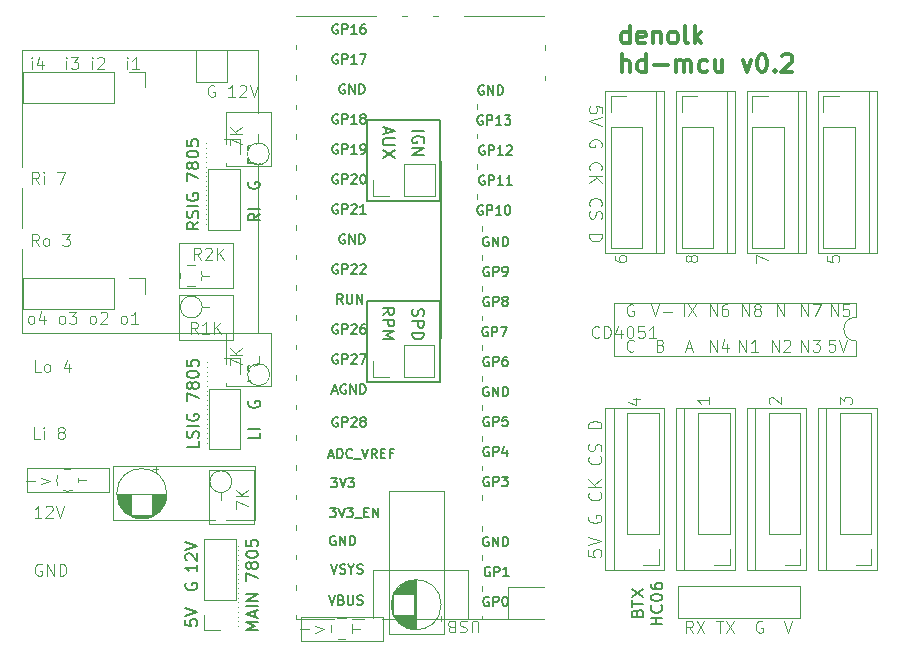
<source format=gto>
G04 #@! TF.GenerationSoftware,KiCad,Pcbnew,7.0.7*
G04 #@! TF.CreationDate,2024-05-01T20:55:32+03:00*
G04 #@! TF.ProjectId,pico-hd-mcu-v2,7069636f-2d68-4642-9d6d-63752d76322e,rev?*
G04 #@! TF.SameCoordinates,Original*
G04 #@! TF.FileFunction,Legend,Top*
G04 #@! TF.FilePolarity,Positive*
%FSLAX46Y46*%
G04 Gerber Fmt 4.6, Leading zero omitted, Abs format (unit mm)*
G04 Created by KiCad (PCBNEW 7.0.7) date 2024-05-01 20:55:32*
%MOMM*%
%LPD*%
G01*
G04 APERTURE LIST*
G04 Aperture macros list*
%AMOutline4P*
0 Free polygon, 4 corners , with rotation*
0 The origin of the aperture is its center*
0 number of corners: always 4*
0 $1 to $8 corner X, Y*
0 $9 Rotation angle, in degrees counterclockwise*
0 create outline with 4 corners*
4,1,4,$1,$2,$3,$4,$5,$6,$7,$8,$1,$2,$9*%
%AMOutline5P*
0 Free polygon, 5 corners , with rotation*
0 The origin of the aperture is its center*
0 number of corners: always 5*
0 $1 to $10 corner X, Y*
0 $11 Rotation angle, in degrees counterclockwise*
0 create outline with 5 corners*
4,1,5,$1,$2,$3,$4,$5,$6,$7,$8,$9,$10,$1,$2,$11*%
%AMOutline6P*
0 Free polygon, 6 corners , with rotation*
0 The origin of the aperture is its center*
0 number of corners: always 6*
0 $1 to $12 corner X, Y*
0 $13 Rotation angle, in degrees counterclockwise*
0 create outline with 6 corners*
4,1,6,$1,$2,$3,$4,$5,$6,$7,$8,$9,$10,$11,$12,$1,$2,$13*%
%AMOutline7P*
0 Free polygon, 7 corners , with rotation*
0 The origin of the aperture is its center*
0 number of corners: always 7*
0 $1 to $14 corner X, Y*
0 $15 Rotation angle, in degrees counterclockwise*
0 create outline with 7 corners*
4,1,7,$1,$2,$3,$4,$5,$6,$7,$8,$9,$10,$11,$12,$13,$14,$1,$2,$15*%
%AMOutline8P*
0 Free polygon, 8 corners , with rotation*
0 The origin of the aperture is its center*
0 number of corners: always 8*
0 $1 to $16 corner X, Y*
0 $17 Rotation angle, in degrees counterclockwise*
0 create outline with 8 corners*
4,1,8,$1,$2,$3,$4,$5,$6,$7,$8,$9,$10,$11,$12,$13,$14,$15,$16,$1,$2,$17*%
G04 Aperture macros list end*
%ADD10C,0.100000*%
%ADD11C,0.200000*%
%ADD12C,0.150000*%
%ADD13C,0.120000*%
%ADD14C,0.300000*%
%ADD15C,1.700000*%
%ADD16R,1.700000X1.700000*%
%ADD17O,1.700000X1.700000*%
%ADD18Outline5P,-0.850000X0.510000X-0.510000X0.850000X0.850000X0.850000X0.850000X-0.850000X-0.850000X-0.850000X180.000000*%
%ADD19Outline5P,-0.850000X0.510000X-0.510000X0.850000X0.850000X0.850000X0.850000X-0.850000X-0.850000X-0.850000X0.000000*%
%ADD20O,6.000000X2.000000*%
%ADD21Outline5P,-0.850000X0.510000X-0.510000X0.850000X0.850000X0.850000X0.850000X-0.850000X-0.850000X-0.850000X90.000000*%
%ADD22R,6.000000X2.000000*%
%ADD23Outline4P,-0.850000X-0.850000X0.850000X-0.850000X0.850000X0.850000X-0.850000X0.850000X0.000000*%
%ADD24O,1.600000X2.400000*%
%ADD25R,1.600000X2.400000*%
G04 APERTURE END LIST*
D10*
X37355000Y-37092500D02*
X41915000Y-37092500D01*
X41915000Y-40892500D01*
X37355000Y-40892500D01*
X37355000Y-37092500D01*
X41265000Y-25982500D02*
X45065000Y-25982500D01*
X45065000Y-30542500D01*
X41265000Y-30542500D01*
X41265000Y-25982500D01*
D11*
X53275000Y-26660000D02*
X59435000Y-26660000D01*
X59435000Y-33540000D01*
X53275000Y-33540000D01*
X53275000Y-26660000D01*
X53255000Y-42000000D02*
X59415000Y-42000000D01*
X59415000Y-48880000D01*
X53255000Y-48880000D01*
X53255000Y-42000000D01*
D10*
X41277500Y-44662500D02*
X45077500Y-44662500D01*
X45077500Y-49222500D01*
X41277500Y-49222500D01*
X41277500Y-44662500D01*
D11*
X59460000Y-45110000D02*
X59460000Y-30110000D01*
D10*
X47670000Y-68720000D02*
X54610000Y-68720000D01*
X54610000Y-70760000D01*
X47670000Y-70760000D01*
X47670000Y-68720000D01*
X55130000Y-58110000D02*
X59730000Y-58110000D01*
X59730000Y-70150000D01*
X55130000Y-70150000D01*
X55130000Y-58110000D01*
X24430000Y-56140000D02*
X31370000Y-56140000D01*
X31370000Y-58180000D01*
X24430000Y-58180000D01*
X24430000Y-56140000D01*
X39835000Y-56287500D02*
X43635000Y-56287500D01*
X43635000Y-60847500D01*
X39835000Y-60847500D01*
X39835000Y-56287500D01*
X37337500Y-41467500D02*
X41857500Y-41467500D01*
X41857500Y-45277500D01*
X37337500Y-45277500D01*
X37337500Y-41467500D01*
X31720000Y-55960000D02*
X43760000Y-55960000D01*
X43760000Y-60560000D01*
X31720000Y-60560000D01*
X31720000Y-55960000D01*
X25542574Y-53669919D02*
X25066384Y-53669919D01*
X25066384Y-53669919D02*
X25066384Y-52669919D01*
X25875908Y-53669919D02*
X25875908Y-53003252D01*
X25875908Y-52669919D02*
X25828289Y-52717538D01*
X25828289Y-52717538D02*
X25875908Y-52765157D01*
X25875908Y-52765157D02*
X25923527Y-52717538D01*
X25923527Y-52717538D02*
X25875908Y-52669919D01*
X25875908Y-52669919D02*
X25875908Y-52765157D01*
X27256860Y-53098490D02*
X27161622Y-53050871D01*
X27161622Y-53050871D02*
X27114003Y-53003252D01*
X27114003Y-53003252D02*
X27066384Y-52908014D01*
X27066384Y-52908014D02*
X27066384Y-52860395D01*
X27066384Y-52860395D02*
X27114003Y-52765157D01*
X27114003Y-52765157D02*
X27161622Y-52717538D01*
X27161622Y-52717538D02*
X27256860Y-52669919D01*
X27256860Y-52669919D02*
X27447336Y-52669919D01*
X27447336Y-52669919D02*
X27542574Y-52717538D01*
X27542574Y-52717538D02*
X27590193Y-52765157D01*
X27590193Y-52765157D02*
X27637812Y-52860395D01*
X27637812Y-52860395D02*
X27637812Y-52908014D01*
X27637812Y-52908014D02*
X27590193Y-53003252D01*
X27590193Y-53003252D02*
X27542574Y-53050871D01*
X27542574Y-53050871D02*
X27447336Y-53098490D01*
X27447336Y-53098490D02*
X27256860Y-53098490D01*
X27256860Y-53098490D02*
X27161622Y-53146109D01*
X27161622Y-53146109D02*
X27114003Y-53193728D01*
X27114003Y-53193728D02*
X27066384Y-53288966D01*
X27066384Y-53288966D02*
X27066384Y-53479442D01*
X27066384Y-53479442D02*
X27114003Y-53574680D01*
X27114003Y-53574680D02*
X27161622Y-53622300D01*
X27161622Y-53622300D02*
X27256860Y-53669919D01*
X27256860Y-53669919D02*
X27447336Y-53669919D01*
X27447336Y-53669919D02*
X27542574Y-53622300D01*
X27542574Y-53622300D02*
X27590193Y-53574680D01*
X27590193Y-53574680D02*
X27637812Y-53479442D01*
X27637812Y-53479442D02*
X27637812Y-53288966D01*
X27637812Y-53288966D02*
X27590193Y-53193728D01*
X27590193Y-53193728D02*
X27542574Y-53146109D01*
X27542574Y-53146109D02*
X27447336Y-53098490D01*
X25444686Y-37327419D02*
X25111353Y-36851228D01*
X24873258Y-37327419D02*
X24873258Y-36327419D01*
X24873258Y-36327419D02*
X25254210Y-36327419D01*
X25254210Y-36327419D02*
X25349448Y-36375038D01*
X25349448Y-36375038D02*
X25397067Y-36422657D01*
X25397067Y-36422657D02*
X25444686Y-36517895D01*
X25444686Y-36517895D02*
X25444686Y-36660752D01*
X25444686Y-36660752D02*
X25397067Y-36755990D01*
X25397067Y-36755990D02*
X25349448Y-36803609D01*
X25349448Y-36803609D02*
X25254210Y-36851228D01*
X25254210Y-36851228D02*
X24873258Y-36851228D01*
X26016115Y-37327419D02*
X25920877Y-37279800D01*
X25920877Y-37279800D02*
X25873258Y-37232180D01*
X25873258Y-37232180D02*
X25825639Y-37136942D01*
X25825639Y-37136942D02*
X25825639Y-36851228D01*
X25825639Y-36851228D02*
X25873258Y-36755990D01*
X25873258Y-36755990D02*
X25920877Y-36708371D01*
X25920877Y-36708371D02*
X26016115Y-36660752D01*
X26016115Y-36660752D02*
X26158972Y-36660752D01*
X26158972Y-36660752D02*
X26254210Y-36708371D01*
X26254210Y-36708371D02*
X26301829Y-36755990D01*
X26301829Y-36755990D02*
X26349448Y-36851228D01*
X26349448Y-36851228D02*
X26349448Y-37136942D01*
X26349448Y-37136942D02*
X26301829Y-37232180D01*
X26301829Y-37232180D02*
X26254210Y-37279800D01*
X26254210Y-37279800D02*
X26158972Y-37327419D01*
X26158972Y-37327419D02*
X26016115Y-37327419D01*
X27444687Y-36327419D02*
X28063734Y-36327419D01*
X28063734Y-36327419D02*
X27730401Y-36708371D01*
X27730401Y-36708371D02*
X27873258Y-36708371D01*
X27873258Y-36708371D02*
X27968496Y-36755990D01*
X27968496Y-36755990D02*
X28016115Y-36803609D01*
X28016115Y-36803609D02*
X28063734Y-36898847D01*
X28063734Y-36898847D02*
X28063734Y-37136942D01*
X28063734Y-37136942D02*
X28016115Y-37232180D01*
X28016115Y-37232180D02*
X27968496Y-37279800D01*
X27968496Y-37279800D02*
X27873258Y-37327419D01*
X27873258Y-37327419D02*
X27587544Y-37327419D01*
X27587544Y-37327419D02*
X27492306Y-37279800D01*
X27492306Y-37279800D02*
X27444687Y-37232180D01*
X25669210Y-60324919D02*
X25097782Y-60324919D01*
X25383496Y-60324919D02*
X25383496Y-59324919D01*
X25383496Y-59324919D02*
X25288258Y-59467776D01*
X25288258Y-59467776D02*
X25193020Y-59563014D01*
X25193020Y-59563014D02*
X25097782Y-59610633D01*
X26050163Y-59420157D02*
X26097782Y-59372538D01*
X26097782Y-59372538D02*
X26193020Y-59324919D01*
X26193020Y-59324919D02*
X26431115Y-59324919D01*
X26431115Y-59324919D02*
X26526353Y-59372538D01*
X26526353Y-59372538D02*
X26573972Y-59420157D01*
X26573972Y-59420157D02*
X26621591Y-59515395D01*
X26621591Y-59515395D02*
X26621591Y-59610633D01*
X26621591Y-59610633D02*
X26573972Y-59753490D01*
X26573972Y-59753490D02*
X26002544Y-60324919D01*
X26002544Y-60324919D02*
X26621591Y-60324919D01*
X26907306Y-59324919D02*
X27240639Y-60324919D01*
X27240639Y-60324919D02*
X27573972Y-59324919D01*
X80633490Y-38497737D02*
X80585871Y-38592975D01*
X80585871Y-38592975D02*
X80538252Y-38640594D01*
X80538252Y-38640594D02*
X80443014Y-38688213D01*
X80443014Y-38688213D02*
X80395395Y-38688213D01*
X80395395Y-38688213D02*
X80300157Y-38640594D01*
X80300157Y-38640594D02*
X80252538Y-38592975D01*
X80252538Y-38592975D02*
X80204919Y-38497737D01*
X80204919Y-38497737D02*
X80204919Y-38307261D01*
X80204919Y-38307261D02*
X80252538Y-38212023D01*
X80252538Y-38212023D02*
X80300157Y-38164404D01*
X80300157Y-38164404D02*
X80395395Y-38116785D01*
X80395395Y-38116785D02*
X80443014Y-38116785D01*
X80443014Y-38116785D02*
X80538252Y-38164404D01*
X80538252Y-38164404D02*
X80585871Y-38212023D01*
X80585871Y-38212023D02*
X80633490Y-38307261D01*
X80633490Y-38307261D02*
X80633490Y-38497737D01*
X80633490Y-38497737D02*
X80681109Y-38592975D01*
X80681109Y-38592975D02*
X80728728Y-38640594D01*
X80728728Y-38640594D02*
X80823966Y-38688213D01*
X80823966Y-38688213D02*
X81014442Y-38688213D01*
X81014442Y-38688213D02*
X81109680Y-38640594D01*
X81109680Y-38640594D02*
X81157300Y-38592975D01*
X81157300Y-38592975D02*
X81204919Y-38497737D01*
X81204919Y-38497737D02*
X81204919Y-38307261D01*
X81204919Y-38307261D02*
X81157300Y-38212023D01*
X81157300Y-38212023D02*
X81109680Y-38164404D01*
X81109680Y-38164404D02*
X81014442Y-38116785D01*
X81014442Y-38116785D02*
X80823966Y-38116785D01*
X80823966Y-38116785D02*
X80728728Y-38164404D01*
X80728728Y-38164404D02*
X80681109Y-38212023D01*
X80681109Y-38212023D02*
X80633490Y-38307261D01*
X93264919Y-50735832D02*
X93264919Y-50116785D01*
X93264919Y-50116785D02*
X93645871Y-50450118D01*
X93645871Y-50450118D02*
X93645871Y-50307261D01*
X93645871Y-50307261D02*
X93693490Y-50212023D01*
X93693490Y-50212023D02*
X93741109Y-50164404D01*
X93741109Y-50164404D02*
X93836347Y-50116785D01*
X93836347Y-50116785D02*
X94074442Y-50116785D01*
X94074442Y-50116785D02*
X94169680Y-50164404D01*
X94169680Y-50164404D02*
X94217300Y-50212023D01*
X94217300Y-50212023D02*
X94264919Y-50307261D01*
X94264919Y-50307261D02*
X94264919Y-50592975D01*
X94264919Y-50592975D02*
X94217300Y-50688213D01*
X94217300Y-50688213D02*
X94169680Y-50735832D01*
X92204919Y-38164404D02*
X92204919Y-38640594D01*
X92204919Y-38640594D02*
X92681109Y-38688213D01*
X92681109Y-38688213D02*
X92633490Y-38640594D01*
X92633490Y-38640594D02*
X92585871Y-38545356D01*
X92585871Y-38545356D02*
X92585871Y-38307261D01*
X92585871Y-38307261D02*
X92633490Y-38212023D01*
X92633490Y-38212023D02*
X92681109Y-38164404D01*
X92681109Y-38164404D02*
X92776347Y-38116785D01*
X92776347Y-38116785D02*
X93014442Y-38116785D01*
X93014442Y-38116785D02*
X93109680Y-38164404D01*
X93109680Y-38164404D02*
X93157300Y-38212023D01*
X93157300Y-38212023D02*
X93204919Y-38307261D01*
X93204919Y-38307261D02*
X93204919Y-38545356D01*
X93204919Y-38545356D02*
X93157300Y-38640594D01*
X93157300Y-38640594D02*
X93109680Y-38688213D01*
X75718252Y-50312023D02*
X76384919Y-50312023D01*
X75337300Y-50550118D02*
X76051585Y-50788213D01*
X76051585Y-50788213D02*
X76051585Y-50169166D01*
X25604924Y-48004919D02*
X25128734Y-48004919D01*
X25128734Y-48004919D02*
X25128734Y-47004919D01*
X26081115Y-48004919D02*
X25985877Y-47957300D01*
X25985877Y-47957300D02*
X25938258Y-47909680D01*
X25938258Y-47909680D02*
X25890639Y-47814442D01*
X25890639Y-47814442D02*
X25890639Y-47528728D01*
X25890639Y-47528728D02*
X25938258Y-47433490D01*
X25938258Y-47433490D02*
X25985877Y-47385871D01*
X25985877Y-47385871D02*
X26081115Y-47338252D01*
X26081115Y-47338252D02*
X26223972Y-47338252D01*
X26223972Y-47338252D02*
X26319210Y-47385871D01*
X26319210Y-47385871D02*
X26366829Y-47433490D01*
X26366829Y-47433490D02*
X26414448Y-47528728D01*
X26414448Y-47528728D02*
X26414448Y-47814442D01*
X26414448Y-47814442D02*
X26366829Y-47909680D01*
X26366829Y-47909680D02*
X26319210Y-47957300D01*
X26319210Y-47957300D02*
X26223972Y-48004919D01*
X26223972Y-48004919D02*
X26081115Y-48004919D01*
X28033496Y-47338252D02*
X28033496Y-48004919D01*
X27795401Y-46957300D02*
X27557306Y-47671585D01*
X27557306Y-47671585D02*
X28176353Y-47671585D01*
X87340157Y-50708213D02*
X87292538Y-50660594D01*
X87292538Y-50660594D02*
X87244919Y-50565356D01*
X87244919Y-50565356D02*
X87244919Y-50327261D01*
X87244919Y-50327261D02*
X87292538Y-50232023D01*
X87292538Y-50232023D02*
X87340157Y-50184404D01*
X87340157Y-50184404D02*
X87435395Y-50136785D01*
X87435395Y-50136785D02*
X87530633Y-50136785D01*
X87530633Y-50136785D02*
X87673490Y-50184404D01*
X87673490Y-50184404D02*
X88244919Y-50755832D01*
X88244919Y-50755832D02*
X88244919Y-50136785D01*
D12*
X76116009Y-68415714D02*
X76163628Y-68272857D01*
X76163628Y-68272857D02*
X76211247Y-68225238D01*
X76211247Y-68225238D02*
X76306485Y-68177619D01*
X76306485Y-68177619D02*
X76449342Y-68177619D01*
X76449342Y-68177619D02*
X76544580Y-68225238D01*
X76544580Y-68225238D02*
X76592200Y-68272857D01*
X76592200Y-68272857D02*
X76639819Y-68368095D01*
X76639819Y-68368095D02*
X76639819Y-68749047D01*
X76639819Y-68749047D02*
X75639819Y-68749047D01*
X75639819Y-68749047D02*
X75639819Y-68415714D01*
X75639819Y-68415714D02*
X75687438Y-68320476D01*
X75687438Y-68320476D02*
X75735057Y-68272857D01*
X75735057Y-68272857D02*
X75830295Y-68225238D01*
X75830295Y-68225238D02*
X75925533Y-68225238D01*
X75925533Y-68225238D02*
X76020771Y-68272857D01*
X76020771Y-68272857D02*
X76068390Y-68320476D01*
X76068390Y-68320476D02*
X76116009Y-68415714D01*
X76116009Y-68415714D02*
X76116009Y-68749047D01*
X75639819Y-67891904D02*
X75639819Y-67320476D01*
X76639819Y-67606190D02*
X75639819Y-67606190D01*
X75639819Y-67082380D02*
X76639819Y-66415714D01*
X75639819Y-66415714D02*
X76639819Y-67082380D01*
X78249819Y-69368094D02*
X77249819Y-69368094D01*
X77726009Y-69368094D02*
X77726009Y-68796666D01*
X78249819Y-68796666D02*
X77249819Y-68796666D01*
X78154580Y-67749047D02*
X78202200Y-67796666D01*
X78202200Y-67796666D02*
X78249819Y-67939523D01*
X78249819Y-67939523D02*
X78249819Y-68034761D01*
X78249819Y-68034761D02*
X78202200Y-68177618D01*
X78202200Y-68177618D02*
X78106961Y-68272856D01*
X78106961Y-68272856D02*
X78011723Y-68320475D01*
X78011723Y-68320475D02*
X77821247Y-68368094D01*
X77821247Y-68368094D02*
X77678390Y-68368094D01*
X77678390Y-68368094D02*
X77487914Y-68320475D01*
X77487914Y-68320475D02*
X77392676Y-68272856D01*
X77392676Y-68272856D02*
X77297438Y-68177618D01*
X77297438Y-68177618D02*
X77249819Y-68034761D01*
X77249819Y-68034761D02*
X77249819Y-67939523D01*
X77249819Y-67939523D02*
X77297438Y-67796666D01*
X77297438Y-67796666D02*
X77345057Y-67749047D01*
X77249819Y-67129999D02*
X77249819Y-67034761D01*
X77249819Y-67034761D02*
X77297438Y-66939523D01*
X77297438Y-66939523D02*
X77345057Y-66891904D01*
X77345057Y-66891904D02*
X77440295Y-66844285D01*
X77440295Y-66844285D02*
X77630771Y-66796666D01*
X77630771Y-66796666D02*
X77868866Y-66796666D01*
X77868866Y-66796666D02*
X78059342Y-66844285D01*
X78059342Y-66844285D02*
X78154580Y-66891904D01*
X78154580Y-66891904D02*
X78202200Y-66939523D01*
X78202200Y-66939523D02*
X78249819Y-67034761D01*
X78249819Y-67034761D02*
X78249819Y-67129999D01*
X78249819Y-67129999D02*
X78202200Y-67225237D01*
X78202200Y-67225237D02*
X78154580Y-67272856D01*
X78154580Y-67272856D02*
X78059342Y-67320475D01*
X78059342Y-67320475D02*
X77868866Y-67368094D01*
X77868866Y-67368094D02*
X77630771Y-67368094D01*
X77630771Y-67368094D02*
X77440295Y-67320475D01*
X77440295Y-67320475D02*
X77345057Y-67272856D01*
X77345057Y-67272856D02*
X77297438Y-67225237D01*
X77297438Y-67225237D02*
X77249819Y-67129999D01*
X77249819Y-65939523D02*
X77249819Y-66129999D01*
X77249819Y-66129999D02*
X77297438Y-66225237D01*
X77297438Y-66225237D02*
X77345057Y-66272856D01*
X77345057Y-66272856D02*
X77487914Y-66368094D01*
X77487914Y-66368094D02*
X77678390Y-66415713D01*
X77678390Y-66415713D02*
X78059342Y-66415713D01*
X78059342Y-66415713D02*
X78154580Y-66368094D01*
X78154580Y-66368094D02*
X78202200Y-66320475D01*
X78202200Y-66320475D02*
X78249819Y-66225237D01*
X78249819Y-66225237D02*
X78249819Y-66034761D01*
X78249819Y-66034761D02*
X78202200Y-65939523D01*
X78202200Y-65939523D02*
X78154580Y-65891904D01*
X78154580Y-65891904D02*
X78059342Y-65844285D01*
X78059342Y-65844285D02*
X77821247Y-65844285D01*
X77821247Y-65844285D02*
X77726009Y-65891904D01*
X77726009Y-65891904D02*
X77678390Y-65939523D01*
X77678390Y-65939523D02*
X77630771Y-66034761D01*
X77630771Y-66034761D02*
X77630771Y-66225237D01*
X77630771Y-66225237D02*
X77678390Y-66320475D01*
X77678390Y-66320475D02*
X77726009Y-66368094D01*
X77726009Y-66368094D02*
X77821247Y-66415713D01*
D10*
X86204919Y-38735832D02*
X86204919Y-38069166D01*
X86204919Y-38069166D02*
X87204919Y-38497737D01*
D13*
X73135859Y-26059661D02*
X73135859Y-25535851D01*
X73135859Y-25535851D02*
X72612049Y-25483470D01*
X72612049Y-25483470D02*
X72664430Y-25535851D01*
X72664430Y-25535851D02*
X72716811Y-25640613D01*
X72716811Y-25640613D02*
X72716811Y-25902518D01*
X72716811Y-25902518D02*
X72664430Y-26007280D01*
X72664430Y-26007280D02*
X72612049Y-26059661D01*
X72612049Y-26059661D02*
X72507287Y-26112042D01*
X72507287Y-26112042D02*
X72245382Y-26112042D01*
X72245382Y-26112042D02*
X72140620Y-26059661D01*
X72140620Y-26059661D02*
X72088240Y-26007280D01*
X72088240Y-26007280D02*
X72035859Y-25902518D01*
X72035859Y-25902518D02*
X72035859Y-25640613D01*
X72035859Y-25640613D02*
X72088240Y-25535851D01*
X72088240Y-25535851D02*
X72140620Y-25483470D01*
X73135859Y-26426327D02*
X72035859Y-26792994D01*
X72035859Y-26792994D02*
X73135859Y-27159661D01*
X73083478Y-28940613D02*
X73135859Y-28835851D01*
X73135859Y-28835851D02*
X73135859Y-28678708D01*
X73135859Y-28678708D02*
X73083478Y-28521565D01*
X73083478Y-28521565D02*
X72978716Y-28416803D01*
X72978716Y-28416803D02*
X72873954Y-28364422D01*
X72873954Y-28364422D02*
X72664430Y-28312041D01*
X72664430Y-28312041D02*
X72507287Y-28312041D01*
X72507287Y-28312041D02*
X72297763Y-28364422D01*
X72297763Y-28364422D02*
X72193001Y-28416803D01*
X72193001Y-28416803D02*
X72088240Y-28521565D01*
X72088240Y-28521565D02*
X72035859Y-28678708D01*
X72035859Y-28678708D02*
X72035859Y-28783470D01*
X72035859Y-28783470D02*
X72088240Y-28940613D01*
X72088240Y-28940613D02*
X72140620Y-28992994D01*
X72140620Y-28992994D02*
X72507287Y-28992994D01*
X72507287Y-28992994D02*
X72507287Y-28783470D01*
X72140620Y-30931089D02*
X72088240Y-30878708D01*
X72088240Y-30878708D02*
X72035859Y-30721565D01*
X72035859Y-30721565D02*
X72035859Y-30616803D01*
X72035859Y-30616803D02*
X72088240Y-30459660D01*
X72088240Y-30459660D02*
X72193001Y-30354898D01*
X72193001Y-30354898D02*
X72297763Y-30302517D01*
X72297763Y-30302517D02*
X72507287Y-30250136D01*
X72507287Y-30250136D02*
X72664430Y-30250136D01*
X72664430Y-30250136D02*
X72873954Y-30302517D01*
X72873954Y-30302517D02*
X72978716Y-30354898D01*
X72978716Y-30354898D02*
X73083478Y-30459660D01*
X73083478Y-30459660D02*
X73135859Y-30616803D01*
X73135859Y-30616803D02*
X73135859Y-30721565D01*
X73135859Y-30721565D02*
X73083478Y-30878708D01*
X73083478Y-30878708D02*
X73031097Y-30931089D01*
X72035859Y-31402517D02*
X73135859Y-31402517D01*
X72035859Y-32031089D02*
X72664430Y-31559660D01*
X73135859Y-32031089D02*
X72507287Y-31402517D01*
X72140620Y-33969184D02*
X72088240Y-33916803D01*
X72088240Y-33916803D02*
X72035859Y-33759660D01*
X72035859Y-33759660D02*
X72035859Y-33654898D01*
X72035859Y-33654898D02*
X72088240Y-33497755D01*
X72088240Y-33497755D02*
X72193001Y-33392993D01*
X72193001Y-33392993D02*
X72297763Y-33340612D01*
X72297763Y-33340612D02*
X72507287Y-33288231D01*
X72507287Y-33288231D02*
X72664430Y-33288231D01*
X72664430Y-33288231D02*
X72873954Y-33340612D01*
X72873954Y-33340612D02*
X72978716Y-33392993D01*
X72978716Y-33392993D02*
X73083478Y-33497755D01*
X73083478Y-33497755D02*
X73135859Y-33654898D01*
X73135859Y-33654898D02*
X73135859Y-33759660D01*
X73135859Y-33759660D02*
X73083478Y-33916803D01*
X73083478Y-33916803D02*
X73031097Y-33969184D01*
X72088240Y-34388231D02*
X72035859Y-34545374D01*
X72035859Y-34545374D02*
X72035859Y-34807279D01*
X72035859Y-34807279D02*
X72088240Y-34912041D01*
X72088240Y-34912041D02*
X72140620Y-34964422D01*
X72140620Y-34964422D02*
X72245382Y-35016803D01*
X72245382Y-35016803D02*
X72350144Y-35016803D01*
X72350144Y-35016803D02*
X72454906Y-34964422D01*
X72454906Y-34964422D02*
X72507287Y-34912041D01*
X72507287Y-34912041D02*
X72559668Y-34807279D01*
X72559668Y-34807279D02*
X72612049Y-34597755D01*
X72612049Y-34597755D02*
X72664430Y-34492993D01*
X72664430Y-34492993D02*
X72716811Y-34440612D01*
X72716811Y-34440612D02*
X72821573Y-34388231D01*
X72821573Y-34388231D02*
X72926335Y-34388231D01*
X72926335Y-34388231D02*
X73031097Y-34440612D01*
X73031097Y-34440612D02*
X73083478Y-34492993D01*
X73083478Y-34492993D02*
X73135859Y-34597755D01*
X73135859Y-34597755D02*
X73135859Y-34859660D01*
X73135859Y-34859660D02*
X73083478Y-35016803D01*
X72035859Y-36326326D02*
X73135859Y-36326326D01*
X73135859Y-36326326D02*
X73135859Y-36588231D01*
X73135859Y-36588231D02*
X73083478Y-36745374D01*
X73083478Y-36745374D02*
X72978716Y-36850136D01*
X72978716Y-36850136D02*
X72873954Y-36902517D01*
X72873954Y-36902517D02*
X72664430Y-36954898D01*
X72664430Y-36954898D02*
X72507287Y-36954898D01*
X72507287Y-36954898D02*
X72297763Y-36902517D01*
X72297763Y-36902517D02*
X72193001Y-36850136D01*
X72193001Y-36850136D02*
X72088240Y-36745374D01*
X72088240Y-36745374D02*
X72035859Y-36588231D01*
X72035859Y-36588231D02*
X72035859Y-36326326D01*
D10*
X25678496Y-64295038D02*
X25583258Y-64247419D01*
X25583258Y-64247419D02*
X25440401Y-64247419D01*
X25440401Y-64247419D02*
X25297544Y-64295038D01*
X25297544Y-64295038D02*
X25202306Y-64390276D01*
X25202306Y-64390276D02*
X25154687Y-64485514D01*
X25154687Y-64485514D02*
X25107068Y-64675990D01*
X25107068Y-64675990D02*
X25107068Y-64818847D01*
X25107068Y-64818847D02*
X25154687Y-65009323D01*
X25154687Y-65009323D02*
X25202306Y-65104561D01*
X25202306Y-65104561D02*
X25297544Y-65199800D01*
X25297544Y-65199800D02*
X25440401Y-65247419D01*
X25440401Y-65247419D02*
X25535639Y-65247419D01*
X25535639Y-65247419D02*
X25678496Y-65199800D01*
X25678496Y-65199800D02*
X25726115Y-65152180D01*
X25726115Y-65152180D02*
X25726115Y-64818847D01*
X25726115Y-64818847D02*
X25535639Y-64818847D01*
X26154687Y-65247419D02*
X26154687Y-64247419D01*
X26154687Y-64247419D02*
X26726115Y-65247419D01*
X26726115Y-65247419D02*
X26726115Y-64247419D01*
X27202306Y-65247419D02*
X27202306Y-64247419D01*
X27202306Y-64247419D02*
X27440401Y-64247419D01*
X27440401Y-64247419D02*
X27583258Y-64295038D01*
X27583258Y-64295038D02*
X27678496Y-64390276D01*
X27678496Y-64390276D02*
X27726115Y-64485514D01*
X27726115Y-64485514D02*
X27773734Y-64675990D01*
X27773734Y-64675990D02*
X27773734Y-64818847D01*
X27773734Y-64818847D02*
X27726115Y-65009323D01*
X27726115Y-65009323D02*
X27678496Y-65104561D01*
X27678496Y-65104561D02*
X27583258Y-65199800D01*
X27583258Y-65199800D02*
X27440401Y-65247419D01*
X27440401Y-65247419D02*
X27202306Y-65247419D01*
D13*
X71984140Y-63050338D02*
X71984140Y-63574148D01*
X71984140Y-63574148D02*
X72507950Y-63626529D01*
X72507950Y-63626529D02*
X72455569Y-63574148D01*
X72455569Y-63574148D02*
X72403188Y-63469386D01*
X72403188Y-63469386D02*
X72403188Y-63207481D01*
X72403188Y-63207481D02*
X72455569Y-63102719D01*
X72455569Y-63102719D02*
X72507950Y-63050338D01*
X72507950Y-63050338D02*
X72612712Y-62997957D01*
X72612712Y-62997957D02*
X72874617Y-62997957D01*
X72874617Y-62997957D02*
X72979379Y-63050338D01*
X72979379Y-63050338D02*
X73031760Y-63102719D01*
X73031760Y-63102719D02*
X73084140Y-63207481D01*
X73084140Y-63207481D02*
X73084140Y-63469386D01*
X73084140Y-63469386D02*
X73031760Y-63574148D01*
X73031760Y-63574148D02*
X72979379Y-63626529D01*
X71984140Y-62683672D02*
X73084140Y-62317005D01*
X73084140Y-62317005D02*
X71984140Y-61950338D01*
X72036521Y-60169386D02*
X71984140Y-60274148D01*
X71984140Y-60274148D02*
X71984140Y-60431291D01*
X71984140Y-60431291D02*
X72036521Y-60588434D01*
X72036521Y-60588434D02*
X72141283Y-60693196D01*
X72141283Y-60693196D02*
X72246045Y-60745577D01*
X72246045Y-60745577D02*
X72455569Y-60797958D01*
X72455569Y-60797958D02*
X72612712Y-60797958D01*
X72612712Y-60797958D02*
X72822236Y-60745577D01*
X72822236Y-60745577D02*
X72926998Y-60693196D01*
X72926998Y-60693196D02*
X73031760Y-60588434D01*
X73031760Y-60588434D02*
X73084140Y-60431291D01*
X73084140Y-60431291D02*
X73084140Y-60326529D01*
X73084140Y-60326529D02*
X73031760Y-60169386D01*
X73031760Y-60169386D02*
X72979379Y-60117005D01*
X72979379Y-60117005D02*
X72612712Y-60117005D01*
X72612712Y-60117005D02*
X72612712Y-60326529D01*
X72979379Y-58178910D02*
X73031760Y-58231291D01*
X73031760Y-58231291D02*
X73084140Y-58388434D01*
X73084140Y-58388434D02*
X73084140Y-58493196D01*
X73084140Y-58493196D02*
X73031760Y-58650339D01*
X73031760Y-58650339D02*
X72926998Y-58755101D01*
X72926998Y-58755101D02*
X72822236Y-58807482D01*
X72822236Y-58807482D02*
X72612712Y-58859863D01*
X72612712Y-58859863D02*
X72455569Y-58859863D01*
X72455569Y-58859863D02*
X72246045Y-58807482D01*
X72246045Y-58807482D02*
X72141283Y-58755101D01*
X72141283Y-58755101D02*
X72036521Y-58650339D01*
X72036521Y-58650339D02*
X71984140Y-58493196D01*
X71984140Y-58493196D02*
X71984140Y-58388434D01*
X71984140Y-58388434D02*
X72036521Y-58231291D01*
X72036521Y-58231291D02*
X72088902Y-58178910D01*
X73084140Y-57707482D02*
X71984140Y-57707482D01*
X73084140Y-57078910D02*
X72455569Y-57550339D01*
X71984140Y-57078910D02*
X72612712Y-57707482D01*
X72979379Y-55140815D02*
X73031760Y-55193196D01*
X73031760Y-55193196D02*
X73084140Y-55350339D01*
X73084140Y-55350339D02*
X73084140Y-55455101D01*
X73084140Y-55455101D02*
X73031760Y-55612244D01*
X73031760Y-55612244D02*
X72926998Y-55717006D01*
X72926998Y-55717006D02*
X72822236Y-55769387D01*
X72822236Y-55769387D02*
X72612712Y-55821768D01*
X72612712Y-55821768D02*
X72455569Y-55821768D01*
X72455569Y-55821768D02*
X72246045Y-55769387D01*
X72246045Y-55769387D02*
X72141283Y-55717006D01*
X72141283Y-55717006D02*
X72036521Y-55612244D01*
X72036521Y-55612244D02*
X71984140Y-55455101D01*
X71984140Y-55455101D02*
X71984140Y-55350339D01*
X71984140Y-55350339D02*
X72036521Y-55193196D01*
X72036521Y-55193196D02*
X72088902Y-55140815D01*
X73031760Y-54721768D02*
X73084140Y-54564625D01*
X73084140Y-54564625D02*
X73084140Y-54302720D01*
X73084140Y-54302720D02*
X73031760Y-54197958D01*
X73031760Y-54197958D02*
X72979379Y-54145577D01*
X72979379Y-54145577D02*
X72874617Y-54093196D01*
X72874617Y-54093196D02*
X72769855Y-54093196D01*
X72769855Y-54093196D02*
X72665093Y-54145577D01*
X72665093Y-54145577D02*
X72612712Y-54197958D01*
X72612712Y-54197958D02*
X72560331Y-54302720D01*
X72560331Y-54302720D02*
X72507950Y-54512244D01*
X72507950Y-54512244D02*
X72455569Y-54617006D01*
X72455569Y-54617006D02*
X72403188Y-54669387D01*
X72403188Y-54669387D02*
X72298426Y-54721768D01*
X72298426Y-54721768D02*
X72193664Y-54721768D01*
X72193664Y-54721768D02*
X72088902Y-54669387D01*
X72088902Y-54669387D02*
X72036521Y-54617006D01*
X72036521Y-54617006D02*
X71984140Y-54512244D01*
X71984140Y-54512244D02*
X71984140Y-54250339D01*
X71984140Y-54250339D02*
X72036521Y-54093196D01*
X73084140Y-52783673D02*
X71984140Y-52783673D01*
X71984140Y-52783673D02*
X71984140Y-52521768D01*
X71984140Y-52521768D02*
X72036521Y-52364625D01*
X72036521Y-52364625D02*
X72141283Y-52259863D01*
X72141283Y-52259863D02*
X72246045Y-52207482D01*
X72246045Y-52207482D02*
X72455569Y-52155101D01*
X72455569Y-52155101D02*
X72612712Y-52155101D01*
X72612712Y-52155101D02*
X72822236Y-52207482D01*
X72822236Y-52207482D02*
X72926998Y-52259863D01*
X72926998Y-52259863D02*
X73031760Y-52364625D01*
X73031760Y-52364625D02*
X73084140Y-52521768D01*
X73084140Y-52521768D02*
X73084140Y-52783673D01*
D14*
X75467368Y-20185828D02*
X75467368Y-18685828D01*
X75467368Y-20114400D02*
X75324510Y-20185828D01*
X75324510Y-20185828D02*
X75038796Y-20185828D01*
X75038796Y-20185828D02*
X74895939Y-20114400D01*
X74895939Y-20114400D02*
X74824510Y-20042971D01*
X74824510Y-20042971D02*
X74753082Y-19900114D01*
X74753082Y-19900114D02*
X74753082Y-19471542D01*
X74753082Y-19471542D02*
X74824510Y-19328685D01*
X74824510Y-19328685D02*
X74895939Y-19257257D01*
X74895939Y-19257257D02*
X75038796Y-19185828D01*
X75038796Y-19185828D02*
X75324510Y-19185828D01*
X75324510Y-19185828D02*
X75467368Y-19257257D01*
X76753082Y-20114400D02*
X76610225Y-20185828D01*
X76610225Y-20185828D02*
X76324511Y-20185828D01*
X76324511Y-20185828D02*
X76181653Y-20114400D01*
X76181653Y-20114400D02*
X76110225Y-19971542D01*
X76110225Y-19971542D02*
X76110225Y-19400114D01*
X76110225Y-19400114D02*
X76181653Y-19257257D01*
X76181653Y-19257257D02*
X76324511Y-19185828D01*
X76324511Y-19185828D02*
X76610225Y-19185828D01*
X76610225Y-19185828D02*
X76753082Y-19257257D01*
X76753082Y-19257257D02*
X76824511Y-19400114D01*
X76824511Y-19400114D02*
X76824511Y-19542971D01*
X76824511Y-19542971D02*
X76110225Y-19685828D01*
X77467367Y-19185828D02*
X77467367Y-20185828D01*
X77467367Y-19328685D02*
X77538796Y-19257257D01*
X77538796Y-19257257D02*
X77681653Y-19185828D01*
X77681653Y-19185828D02*
X77895939Y-19185828D01*
X77895939Y-19185828D02*
X78038796Y-19257257D01*
X78038796Y-19257257D02*
X78110225Y-19400114D01*
X78110225Y-19400114D02*
X78110225Y-20185828D01*
X79038796Y-20185828D02*
X78895939Y-20114400D01*
X78895939Y-20114400D02*
X78824510Y-20042971D01*
X78824510Y-20042971D02*
X78753082Y-19900114D01*
X78753082Y-19900114D02*
X78753082Y-19471542D01*
X78753082Y-19471542D02*
X78824510Y-19328685D01*
X78824510Y-19328685D02*
X78895939Y-19257257D01*
X78895939Y-19257257D02*
X79038796Y-19185828D01*
X79038796Y-19185828D02*
X79253082Y-19185828D01*
X79253082Y-19185828D02*
X79395939Y-19257257D01*
X79395939Y-19257257D02*
X79467368Y-19328685D01*
X79467368Y-19328685D02*
X79538796Y-19471542D01*
X79538796Y-19471542D02*
X79538796Y-19900114D01*
X79538796Y-19900114D02*
X79467368Y-20042971D01*
X79467368Y-20042971D02*
X79395939Y-20114400D01*
X79395939Y-20114400D02*
X79253082Y-20185828D01*
X79253082Y-20185828D02*
X79038796Y-20185828D01*
X80395939Y-20185828D02*
X80253082Y-20114400D01*
X80253082Y-20114400D02*
X80181653Y-19971542D01*
X80181653Y-19971542D02*
X80181653Y-18685828D01*
X80967367Y-20185828D02*
X80967367Y-18685828D01*
X81110225Y-19614400D02*
X81538796Y-20185828D01*
X81538796Y-19185828D02*
X80967367Y-19757257D01*
X74824510Y-22600828D02*
X74824510Y-21100828D01*
X75467368Y-22600828D02*
X75467368Y-21815114D01*
X75467368Y-21815114D02*
X75395939Y-21672257D01*
X75395939Y-21672257D02*
X75253082Y-21600828D01*
X75253082Y-21600828D02*
X75038796Y-21600828D01*
X75038796Y-21600828D02*
X74895939Y-21672257D01*
X74895939Y-21672257D02*
X74824510Y-21743685D01*
X76824511Y-22600828D02*
X76824511Y-21100828D01*
X76824511Y-22529400D02*
X76681653Y-22600828D01*
X76681653Y-22600828D02*
X76395939Y-22600828D01*
X76395939Y-22600828D02*
X76253082Y-22529400D01*
X76253082Y-22529400D02*
X76181653Y-22457971D01*
X76181653Y-22457971D02*
X76110225Y-22315114D01*
X76110225Y-22315114D02*
X76110225Y-21886542D01*
X76110225Y-21886542D02*
X76181653Y-21743685D01*
X76181653Y-21743685D02*
X76253082Y-21672257D01*
X76253082Y-21672257D02*
X76395939Y-21600828D01*
X76395939Y-21600828D02*
X76681653Y-21600828D01*
X76681653Y-21600828D02*
X76824511Y-21672257D01*
X77538796Y-22029400D02*
X78681654Y-22029400D01*
X79395939Y-22600828D02*
X79395939Y-21600828D01*
X79395939Y-21743685D02*
X79467368Y-21672257D01*
X79467368Y-21672257D02*
X79610225Y-21600828D01*
X79610225Y-21600828D02*
X79824511Y-21600828D01*
X79824511Y-21600828D02*
X79967368Y-21672257D01*
X79967368Y-21672257D02*
X80038797Y-21815114D01*
X80038797Y-21815114D02*
X80038797Y-22600828D01*
X80038797Y-21815114D02*
X80110225Y-21672257D01*
X80110225Y-21672257D02*
X80253082Y-21600828D01*
X80253082Y-21600828D02*
X80467368Y-21600828D01*
X80467368Y-21600828D02*
X80610225Y-21672257D01*
X80610225Y-21672257D02*
X80681654Y-21815114D01*
X80681654Y-21815114D02*
X80681654Y-22600828D01*
X82038797Y-22529400D02*
X81895939Y-22600828D01*
X81895939Y-22600828D02*
X81610225Y-22600828D01*
X81610225Y-22600828D02*
X81467368Y-22529400D01*
X81467368Y-22529400D02*
X81395939Y-22457971D01*
X81395939Y-22457971D02*
X81324511Y-22315114D01*
X81324511Y-22315114D02*
X81324511Y-21886542D01*
X81324511Y-21886542D02*
X81395939Y-21743685D01*
X81395939Y-21743685D02*
X81467368Y-21672257D01*
X81467368Y-21672257D02*
X81610225Y-21600828D01*
X81610225Y-21600828D02*
X81895939Y-21600828D01*
X81895939Y-21600828D02*
X82038797Y-21672257D01*
X83324511Y-21600828D02*
X83324511Y-22600828D01*
X82681653Y-21600828D02*
X82681653Y-22386542D01*
X82681653Y-22386542D02*
X82753082Y-22529400D01*
X82753082Y-22529400D02*
X82895939Y-22600828D01*
X82895939Y-22600828D02*
X83110225Y-22600828D01*
X83110225Y-22600828D02*
X83253082Y-22529400D01*
X83253082Y-22529400D02*
X83324511Y-22457971D01*
X85038796Y-21600828D02*
X85395939Y-22600828D01*
X85395939Y-22600828D02*
X85753082Y-21600828D01*
X86610225Y-21100828D02*
X86753082Y-21100828D01*
X86753082Y-21100828D02*
X86895939Y-21172257D01*
X86895939Y-21172257D02*
X86967368Y-21243685D01*
X86967368Y-21243685D02*
X87038796Y-21386542D01*
X87038796Y-21386542D02*
X87110225Y-21672257D01*
X87110225Y-21672257D02*
X87110225Y-22029400D01*
X87110225Y-22029400D02*
X87038796Y-22315114D01*
X87038796Y-22315114D02*
X86967368Y-22457971D01*
X86967368Y-22457971D02*
X86895939Y-22529400D01*
X86895939Y-22529400D02*
X86753082Y-22600828D01*
X86753082Y-22600828D02*
X86610225Y-22600828D01*
X86610225Y-22600828D02*
X86467368Y-22529400D01*
X86467368Y-22529400D02*
X86395939Y-22457971D01*
X86395939Y-22457971D02*
X86324510Y-22315114D01*
X86324510Y-22315114D02*
X86253082Y-22029400D01*
X86253082Y-22029400D02*
X86253082Y-21672257D01*
X86253082Y-21672257D02*
X86324510Y-21386542D01*
X86324510Y-21386542D02*
X86395939Y-21243685D01*
X86395939Y-21243685D02*
X86467368Y-21172257D01*
X86467368Y-21172257D02*
X86610225Y-21100828D01*
X87753081Y-22457971D02*
X87824510Y-22529400D01*
X87824510Y-22529400D02*
X87753081Y-22600828D01*
X87753081Y-22600828D02*
X87681653Y-22529400D01*
X87681653Y-22529400D02*
X87753081Y-22457971D01*
X87753081Y-22457971D02*
X87753081Y-22600828D01*
X88395939Y-21243685D02*
X88467367Y-21172257D01*
X88467367Y-21172257D02*
X88610225Y-21100828D01*
X88610225Y-21100828D02*
X88967367Y-21100828D01*
X88967367Y-21100828D02*
X89110225Y-21172257D01*
X89110225Y-21172257D02*
X89181653Y-21243685D01*
X89181653Y-21243685D02*
X89253082Y-21386542D01*
X89253082Y-21386542D02*
X89253082Y-21529400D01*
X89253082Y-21529400D02*
X89181653Y-21743685D01*
X89181653Y-21743685D02*
X88324510Y-22600828D01*
X88324510Y-22600828D02*
X89253082Y-22600828D01*
D10*
X82204919Y-50116785D02*
X82204919Y-50688213D01*
X82204919Y-50402499D02*
X81204919Y-50402499D01*
X81204919Y-50402499D02*
X81347776Y-50497737D01*
X81347776Y-50497737D02*
X81443014Y-50592975D01*
X81443014Y-50592975D02*
X81490633Y-50688213D01*
X74204919Y-38212023D02*
X74204919Y-38402499D01*
X74204919Y-38402499D02*
X74252538Y-38497737D01*
X74252538Y-38497737D02*
X74300157Y-38545356D01*
X74300157Y-38545356D02*
X74443014Y-38640594D01*
X74443014Y-38640594D02*
X74633490Y-38688213D01*
X74633490Y-38688213D02*
X75014442Y-38688213D01*
X75014442Y-38688213D02*
X75109680Y-38640594D01*
X75109680Y-38640594D02*
X75157300Y-38592975D01*
X75157300Y-38592975D02*
X75204919Y-38497737D01*
X75204919Y-38497737D02*
X75204919Y-38307261D01*
X75204919Y-38307261D02*
X75157300Y-38212023D01*
X75157300Y-38212023D02*
X75109680Y-38164404D01*
X75109680Y-38164404D02*
X75014442Y-38116785D01*
X75014442Y-38116785D02*
X74776347Y-38116785D01*
X74776347Y-38116785D02*
X74681109Y-38164404D01*
X74681109Y-38164404D02*
X74633490Y-38212023D01*
X74633490Y-38212023D02*
X74585871Y-38307261D01*
X74585871Y-38307261D02*
X74585871Y-38497737D01*
X74585871Y-38497737D02*
X74633490Y-38592975D01*
X74633490Y-38592975D02*
X74681109Y-38640594D01*
X74681109Y-38640594D02*
X74776347Y-38688213D01*
X25447812Y-32062419D02*
X25114479Y-31586228D01*
X24876384Y-32062419D02*
X24876384Y-31062419D01*
X24876384Y-31062419D02*
X25257336Y-31062419D01*
X25257336Y-31062419D02*
X25352574Y-31110038D01*
X25352574Y-31110038D02*
X25400193Y-31157657D01*
X25400193Y-31157657D02*
X25447812Y-31252895D01*
X25447812Y-31252895D02*
X25447812Y-31395752D01*
X25447812Y-31395752D02*
X25400193Y-31490990D01*
X25400193Y-31490990D02*
X25352574Y-31538609D01*
X25352574Y-31538609D02*
X25257336Y-31586228D01*
X25257336Y-31586228D02*
X24876384Y-31586228D01*
X25876384Y-32062419D02*
X25876384Y-31395752D01*
X25876384Y-31062419D02*
X25828765Y-31110038D01*
X25828765Y-31110038D02*
X25876384Y-31157657D01*
X25876384Y-31157657D02*
X25924003Y-31110038D01*
X25924003Y-31110038D02*
X25876384Y-31062419D01*
X25876384Y-31062419D02*
X25876384Y-31157657D01*
X27019241Y-31062419D02*
X27685907Y-31062419D01*
X27685907Y-31062419D02*
X27257336Y-32062419D01*
X24831384Y-22349919D02*
X24831384Y-21683252D01*
X24831384Y-21349919D02*
X24783765Y-21397538D01*
X24783765Y-21397538D02*
X24831384Y-21445157D01*
X24831384Y-21445157D02*
X24879003Y-21397538D01*
X24879003Y-21397538D02*
X24831384Y-21349919D01*
X24831384Y-21349919D02*
X24831384Y-21445157D01*
X25736145Y-21683252D02*
X25736145Y-22349919D01*
X25498050Y-21302300D02*
X25259955Y-22016585D01*
X25259955Y-22016585D02*
X25879002Y-22016585D01*
X27783765Y-22349919D02*
X27783765Y-21683252D01*
X27783765Y-21349919D02*
X27736146Y-21397538D01*
X27736146Y-21397538D02*
X27783765Y-21445157D01*
X27783765Y-21445157D02*
X27831384Y-21397538D01*
X27831384Y-21397538D02*
X27783765Y-21349919D01*
X27783765Y-21349919D02*
X27783765Y-21445157D01*
X28164717Y-21349919D02*
X28783764Y-21349919D01*
X28783764Y-21349919D02*
X28450431Y-21730871D01*
X28450431Y-21730871D02*
X28593288Y-21730871D01*
X28593288Y-21730871D02*
X28688526Y-21778490D01*
X28688526Y-21778490D02*
X28736145Y-21826109D01*
X28736145Y-21826109D02*
X28783764Y-21921347D01*
X28783764Y-21921347D02*
X28783764Y-22159442D01*
X28783764Y-22159442D02*
X28736145Y-22254680D01*
X28736145Y-22254680D02*
X28688526Y-22302300D01*
X28688526Y-22302300D02*
X28593288Y-22349919D01*
X28593288Y-22349919D02*
X28307574Y-22349919D01*
X28307574Y-22349919D02*
X28212336Y-22302300D01*
X28212336Y-22302300D02*
X28164717Y-22254680D01*
X29974241Y-22349919D02*
X29974241Y-21683252D01*
X29974241Y-21349919D02*
X29926622Y-21397538D01*
X29926622Y-21397538D02*
X29974241Y-21445157D01*
X29974241Y-21445157D02*
X30021860Y-21397538D01*
X30021860Y-21397538D02*
X29974241Y-21349919D01*
X29974241Y-21349919D02*
X29974241Y-21445157D01*
X30402812Y-21445157D02*
X30450431Y-21397538D01*
X30450431Y-21397538D02*
X30545669Y-21349919D01*
X30545669Y-21349919D02*
X30783764Y-21349919D01*
X30783764Y-21349919D02*
X30879002Y-21397538D01*
X30879002Y-21397538D02*
X30926621Y-21445157D01*
X30926621Y-21445157D02*
X30974240Y-21540395D01*
X30974240Y-21540395D02*
X30974240Y-21635633D01*
X30974240Y-21635633D02*
X30926621Y-21778490D01*
X30926621Y-21778490D02*
X30355193Y-22349919D01*
X30355193Y-22349919D02*
X30974240Y-22349919D01*
X32926622Y-22349919D02*
X32926622Y-21683252D01*
X32926622Y-21349919D02*
X32879003Y-21397538D01*
X32879003Y-21397538D02*
X32926622Y-21445157D01*
X32926622Y-21445157D02*
X32974241Y-21397538D01*
X32974241Y-21397538D02*
X32926622Y-21349919D01*
X32926622Y-21349919D02*
X32926622Y-21445157D01*
X33926621Y-22349919D02*
X33355193Y-22349919D01*
X33640907Y-22349919D02*
X33640907Y-21349919D01*
X33640907Y-21349919D02*
X33545669Y-21492776D01*
X33545669Y-21492776D02*
X33450431Y-21588014D01*
X33450431Y-21588014D02*
X33355193Y-21635633D01*
X24721741Y-43914919D02*
X24626503Y-43867300D01*
X24626503Y-43867300D02*
X24578884Y-43819680D01*
X24578884Y-43819680D02*
X24531265Y-43724442D01*
X24531265Y-43724442D02*
X24531265Y-43438728D01*
X24531265Y-43438728D02*
X24578884Y-43343490D01*
X24578884Y-43343490D02*
X24626503Y-43295871D01*
X24626503Y-43295871D02*
X24721741Y-43248252D01*
X24721741Y-43248252D02*
X24864598Y-43248252D01*
X24864598Y-43248252D02*
X24959836Y-43295871D01*
X24959836Y-43295871D02*
X25007455Y-43343490D01*
X25007455Y-43343490D02*
X25055074Y-43438728D01*
X25055074Y-43438728D02*
X25055074Y-43724442D01*
X25055074Y-43724442D02*
X25007455Y-43819680D01*
X25007455Y-43819680D02*
X24959836Y-43867300D01*
X24959836Y-43867300D02*
X24864598Y-43914919D01*
X24864598Y-43914919D02*
X24721741Y-43914919D01*
X25912217Y-43248252D02*
X25912217Y-43914919D01*
X25674122Y-42867300D02*
X25436027Y-43581585D01*
X25436027Y-43581585D02*
X26055074Y-43581585D01*
X27340789Y-43914919D02*
X27245551Y-43867300D01*
X27245551Y-43867300D02*
X27197932Y-43819680D01*
X27197932Y-43819680D02*
X27150313Y-43724442D01*
X27150313Y-43724442D02*
X27150313Y-43438728D01*
X27150313Y-43438728D02*
X27197932Y-43343490D01*
X27197932Y-43343490D02*
X27245551Y-43295871D01*
X27245551Y-43295871D02*
X27340789Y-43248252D01*
X27340789Y-43248252D02*
X27483646Y-43248252D01*
X27483646Y-43248252D02*
X27578884Y-43295871D01*
X27578884Y-43295871D02*
X27626503Y-43343490D01*
X27626503Y-43343490D02*
X27674122Y-43438728D01*
X27674122Y-43438728D02*
X27674122Y-43724442D01*
X27674122Y-43724442D02*
X27626503Y-43819680D01*
X27626503Y-43819680D02*
X27578884Y-43867300D01*
X27578884Y-43867300D02*
X27483646Y-43914919D01*
X27483646Y-43914919D02*
X27340789Y-43914919D01*
X28007456Y-42914919D02*
X28626503Y-42914919D01*
X28626503Y-42914919D02*
X28293170Y-43295871D01*
X28293170Y-43295871D02*
X28436027Y-43295871D01*
X28436027Y-43295871D02*
X28531265Y-43343490D01*
X28531265Y-43343490D02*
X28578884Y-43391109D01*
X28578884Y-43391109D02*
X28626503Y-43486347D01*
X28626503Y-43486347D02*
X28626503Y-43724442D01*
X28626503Y-43724442D02*
X28578884Y-43819680D01*
X28578884Y-43819680D02*
X28531265Y-43867300D01*
X28531265Y-43867300D02*
X28436027Y-43914919D01*
X28436027Y-43914919D02*
X28150313Y-43914919D01*
X28150313Y-43914919D02*
X28055075Y-43867300D01*
X28055075Y-43867300D02*
X28007456Y-43819680D01*
X29959837Y-43914919D02*
X29864599Y-43867300D01*
X29864599Y-43867300D02*
X29816980Y-43819680D01*
X29816980Y-43819680D02*
X29769361Y-43724442D01*
X29769361Y-43724442D02*
X29769361Y-43438728D01*
X29769361Y-43438728D02*
X29816980Y-43343490D01*
X29816980Y-43343490D02*
X29864599Y-43295871D01*
X29864599Y-43295871D02*
X29959837Y-43248252D01*
X29959837Y-43248252D02*
X30102694Y-43248252D01*
X30102694Y-43248252D02*
X30197932Y-43295871D01*
X30197932Y-43295871D02*
X30245551Y-43343490D01*
X30245551Y-43343490D02*
X30293170Y-43438728D01*
X30293170Y-43438728D02*
X30293170Y-43724442D01*
X30293170Y-43724442D02*
X30245551Y-43819680D01*
X30245551Y-43819680D02*
X30197932Y-43867300D01*
X30197932Y-43867300D02*
X30102694Y-43914919D01*
X30102694Y-43914919D02*
X29959837Y-43914919D01*
X30674123Y-43010157D02*
X30721742Y-42962538D01*
X30721742Y-42962538D02*
X30816980Y-42914919D01*
X30816980Y-42914919D02*
X31055075Y-42914919D01*
X31055075Y-42914919D02*
X31150313Y-42962538D01*
X31150313Y-42962538D02*
X31197932Y-43010157D01*
X31197932Y-43010157D02*
X31245551Y-43105395D01*
X31245551Y-43105395D02*
X31245551Y-43200633D01*
X31245551Y-43200633D02*
X31197932Y-43343490D01*
X31197932Y-43343490D02*
X30626504Y-43914919D01*
X30626504Y-43914919D02*
X31245551Y-43914919D01*
X32578885Y-43914919D02*
X32483647Y-43867300D01*
X32483647Y-43867300D02*
X32436028Y-43819680D01*
X32436028Y-43819680D02*
X32388409Y-43724442D01*
X32388409Y-43724442D02*
X32388409Y-43438728D01*
X32388409Y-43438728D02*
X32436028Y-43343490D01*
X32436028Y-43343490D02*
X32483647Y-43295871D01*
X32483647Y-43295871D02*
X32578885Y-43248252D01*
X32578885Y-43248252D02*
X32721742Y-43248252D01*
X32721742Y-43248252D02*
X32816980Y-43295871D01*
X32816980Y-43295871D02*
X32864599Y-43343490D01*
X32864599Y-43343490D02*
X32912218Y-43438728D01*
X32912218Y-43438728D02*
X32912218Y-43724442D01*
X32912218Y-43724442D02*
X32864599Y-43819680D01*
X32864599Y-43819680D02*
X32816980Y-43867300D01*
X32816980Y-43867300D02*
X32721742Y-43914919D01*
X32721742Y-43914919D02*
X32578885Y-43914919D01*
X33864599Y-43914919D02*
X33293171Y-43914919D01*
X33578885Y-43914919D02*
X33578885Y-42914919D01*
X33578885Y-42914919D02*
X33483647Y-43057776D01*
X33483647Y-43057776D02*
X33388409Y-43153014D01*
X33388409Y-43153014D02*
X33293171Y-43200633D01*
X40302693Y-23762538D02*
X40207455Y-23714919D01*
X40207455Y-23714919D02*
X40064598Y-23714919D01*
X40064598Y-23714919D02*
X39921741Y-23762538D01*
X39921741Y-23762538D02*
X39826503Y-23857776D01*
X39826503Y-23857776D02*
X39778884Y-23953014D01*
X39778884Y-23953014D02*
X39731265Y-24143490D01*
X39731265Y-24143490D02*
X39731265Y-24286347D01*
X39731265Y-24286347D02*
X39778884Y-24476823D01*
X39778884Y-24476823D02*
X39826503Y-24572061D01*
X39826503Y-24572061D02*
X39921741Y-24667300D01*
X39921741Y-24667300D02*
X40064598Y-24714919D01*
X40064598Y-24714919D02*
X40159836Y-24714919D01*
X40159836Y-24714919D02*
X40302693Y-24667300D01*
X40302693Y-24667300D02*
X40350312Y-24619680D01*
X40350312Y-24619680D02*
X40350312Y-24286347D01*
X40350312Y-24286347D02*
X40159836Y-24286347D01*
X42064598Y-24714919D02*
X41493170Y-24714919D01*
X41778884Y-24714919D02*
X41778884Y-23714919D01*
X41778884Y-23714919D02*
X41683646Y-23857776D01*
X41683646Y-23857776D02*
X41588408Y-23953014D01*
X41588408Y-23953014D02*
X41493170Y-24000633D01*
X42445551Y-23810157D02*
X42493170Y-23762538D01*
X42493170Y-23762538D02*
X42588408Y-23714919D01*
X42588408Y-23714919D02*
X42826503Y-23714919D01*
X42826503Y-23714919D02*
X42921741Y-23762538D01*
X42921741Y-23762538D02*
X42969360Y-23810157D01*
X42969360Y-23810157D02*
X43016979Y-23905395D01*
X43016979Y-23905395D02*
X43016979Y-24000633D01*
X43016979Y-24000633D02*
X42969360Y-24143490D01*
X42969360Y-24143490D02*
X42397932Y-24714919D01*
X42397932Y-24714919D02*
X43016979Y-24714919D01*
X43302694Y-23714919D02*
X43636027Y-24714919D01*
X43636027Y-24714919D02*
X43969360Y-23714919D01*
X24355000Y-57223966D02*
X25116905Y-57223966D01*
X25593095Y-56938252D02*
X26355000Y-57223966D01*
X26355000Y-57223966D02*
X25593095Y-57509680D01*
D12*
X54550180Y-43138095D02*
X55026371Y-42804762D01*
X54550180Y-42566667D02*
X55550180Y-42566667D01*
X55550180Y-42566667D02*
X55550180Y-42947619D01*
X55550180Y-42947619D02*
X55502561Y-43042857D01*
X55502561Y-43042857D02*
X55454942Y-43090476D01*
X55454942Y-43090476D02*
X55359704Y-43138095D01*
X55359704Y-43138095D02*
X55216847Y-43138095D01*
X55216847Y-43138095D02*
X55121609Y-43090476D01*
X55121609Y-43090476D02*
X55073990Y-43042857D01*
X55073990Y-43042857D02*
X55026371Y-42947619D01*
X55026371Y-42947619D02*
X55026371Y-42566667D01*
X54550180Y-43566667D02*
X55550180Y-43566667D01*
X55550180Y-43566667D02*
X55550180Y-43947619D01*
X55550180Y-43947619D02*
X55502561Y-44042857D01*
X55502561Y-44042857D02*
X55454942Y-44090476D01*
X55454942Y-44090476D02*
X55359704Y-44138095D01*
X55359704Y-44138095D02*
X55216847Y-44138095D01*
X55216847Y-44138095D02*
X55121609Y-44090476D01*
X55121609Y-44090476D02*
X55073990Y-44042857D01*
X55073990Y-44042857D02*
X55026371Y-43947619D01*
X55026371Y-43947619D02*
X55026371Y-43566667D01*
X54550180Y-44566667D02*
X55550180Y-44566667D01*
X55550180Y-44566667D02*
X54835895Y-44900000D01*
X54835895Y-44900000D02*
X55550180Y-45233333D01*
X55550180Y-45233333D02*
X54550180Y-45233333D01*
X57107800Y-42674286D02*
X57060180Y-42817143D01*
X57060180Y-42817143D02*
X57060180Y-43055238D01*
X57060180Y-43055238D02*
X57107800Y-43150476D01*
X57107800Y-43150476D02*
X57155419Y-43198095D01*
X57155419Y-43198095D02*
X57250657Y-43245714D01*
X57250657Y-43245714D02*
X57345895Y-43245714D01*
X57345895Y-43245714D02*
X57441133Y-43198095D01*
X57441133Y-43198095D02*
X57488752Y-43150476D01*
X57488752Y-43150476D02*
X57536371Y-43055238D01*
X57536371Y-43055238D02*
X57583990Y-42864762D01*
X57583990Y-42864762D02*
X57631609Y-42769524D01*
X57631609Y-42769524D02*
X57679228Y-42721905D01*
X57679228Y-42721905D02*
X57774466Y-42674286D01*
X57774466Y-42674286D02*
X57869704Y-42674286D01*
X57869704Y-42674286D02*
X57964942Y-42721905D01*
X57964942Y-42721905D02*
X58012561Y-42769524D01*
X58012561Y-42769524D02*
X58060180Y-42864762D01*
X58060180Y-42864762D02*
X58060180Y-43102857D01*
X58060180Y-43102857D02*
X58012561Y-43245714D01*
X57060180Y-43674286D02*
X58060180Y-43674286D01*
X58060180Y-43674286D02*
X58060180Y-44055238D01*
X58060180Y-44055238D02*
X58012561Y-44150476D01*
X58012561Y-44150476D02*
X57964942Y-44198095D01*
X57964942Y-44198095D02*
X57869704Y-44245714D01*
X57869704Y-44245714D02*
X57726847Y-44245714D01*
X57726847Y-44245714D02*
X57631609Y-44198095D01*
X57631609Y-44198095D02*
X57583990Y-44150476D01*
X57583990Y-44150476D02*
X57536371Y-44055238D01*
X57536371Y-44055238D02*
X57536371Y-43674286D01*
X57060180Y-44674286D02*
X58060180Y-44674286D01*
X58060180Y-44674286D02*
X58060180Y-44912381D01*
X58060180Y-44912381D02*
X58012561Y-45055238D01*
X58012561Y-45055238D02*
X57917323Y-45150476D01*
X57917323Y-45150476D02*
X57822085Y-45198095D01*
X57822085Y-45198095D02*
X57631609Y-45245714D01*
X57631609Y-45245714D02*
X57488752Y-45245714D01*
X57488752Y-45245714D02*
X57298276Y-45198095D01*
X57298276Y-45198095D02*
X57203038Y-45150476D01*
X57203038Y-45150476D02*
X57107800Y-45055238D01*
X57107800Y-45055238D02*
X57060180Y-44912381D01*
X57060180Y-44912381D02*
X57060180Y-44674286D01*
D10*
X42152419Y-59590832D02*
X42152419Y-58924166D01*
X42152419Y-58924166D02*
X43152419Y-59352737D01*
X43152419Y-58543213D02*
X42152419Y-58543213D01*
X43152419Y-57971785D02*
X42580990Y-58400356D01*
X42152419Y-57971785D02*
X42723847Y-58543213D01*
X38900833Y-44774919D02*
X38567500Y-44298728D01*
X38329405Y-44774919D02*
X38329405Y-43774919D01*
X38329405Y-43774919D02*
X38710357Y-43774919D01*
X38710357Y-43774919D02*
X38805595Y-43822538D01*
X38805595Y-43822538D02*
X38853214Y-43870157D01*
X38853214Y-43870157D02*
X38900833Y-43965395D01*
X38900833Y-43965395D02*
X38900833Y-44108252D01*
X38900833Y-44108252D02*
X38853214Y-44203490D01*
X38853214Y-44203490D02*
X38805595Y-44251109D01*
X38805595Y-44251109D02*
X38710357Y-44298728D01*
X38710357Y-44298728D02*
X38329405Y-44298728D01*
X39853214Y-44774919D02*
X39281786Y-44774919D01*
X39567500Y-44774919D02*
X39567500Y-43774919D01*
X39567500Y-43774919D02*
X39472262Y-43917776D01*
X39472262Y-43917776D02*
X39377024Y-44013014D01*
X39377024Y-44013014D02*
X39281786Y-44060633D01*
X40281786Y-44774919D02*
X40281786Y-43774919D01*
X40853214Y-44774919D02*
X40424643Y-44203490D01*
X40853214Y-43774919D02*
X40281786Y-44346347D01*
D12*
X63502976Y-36577890D02*
X63426786Y-36539795D01*
X63426786Y-36539795D02*
X63312500Y-36539795D01*
X63312500Y-36539795D02*
X63198214Y-36577890D01*
X63198214Y-36577890D02*
X63122024Y-36654080D01*
X63122024Y-36654080D02*
X63083929Y-36730271D01*
X63083929Y-36730271D02*
X63045833Y-36882652D01*
X63045833Y-36882652D02*
X63045833Y-36996938D01*
X63045833Y-36996938D02*
X63083929Y-37149319D01*
X63083929Y-37149319D02*
X63122024Y-37225509D01*
X63122024Y-37225509D02*
X63198214Y-37301700D01*
X63198214Y-37301700D02*
X63312500Y-37339795D01*
X63312500Y-37339795D02*
X63388691Y-37339795D01*
X63388691Y-37339795D02*
X63502976Y-37301700D01*
X63502976Y-37301700D02*
X63541072Y-37263604D01*
X63541072Y-37263604D02*
X63541072Y-36996938D01*
X63541072Y-36996938D02*
X63388691Y-36996938D01*
X63883929Y-37339795D02*
X63883929Y-36539795D01*
X63883929Y-36539795D02*
X64341072Y-37339795D01*
X64341072Y-37339795D02*
X64341072Y-36539795D01*
X64722024Y-37339795D02*
X64722024Y-36539795D01*
X64722024Y-36539795D02*
X64912500Y-36539795D01*
X64912500Y-36539795D02*
X65026786Y-36577890D01*
X65026786Y-36577890D02*
X65102976Y-36654080D01*
X65102976Y-36654080D02*
X65141071Y-36730271D01*
X65141071Y-36730271D02*
X65179167Y-36882652D01*
X65179167Y-36882652D02*
X65179167Y-36996938D01*
X65179167Y-36996938D02*
X65141071Y-37149319D01*
X65141071Y-37149319D02*
X65102976Y-37225509D01*
X65102976Y-37225509D02*
X65026786Y-37301700D01*
X65026786Y-37301700D02*
X64912500Y-37339795D01*
X64912500Y-37339795D02*
X64722024Y-37339795D01*
X63014118Y-26307890D02*
X62937928Y-26269795D01*
X62937928Y-26269795D02*
X62823642Y-26269795D01*
X62823642Y-26269795D02*
X62709356Y-26307890D01*
X62709356Y-26307890D02*
X62633166Y-26384080D01*
X62633166Y-26384080D02*
X62595071Y-26460271D01*
X62595071Y-26460271D02*
X62556975Y-26612652D01*
X62556975Y-26612652D02*
X62556975Y-26726938D01*
X62556975Y-26726938D02*
X62595071Y-26879319D01*
X62595071Y-26879319D02*
X62633166Y-26955509D01*
X62633166Y-26955509D02*
X62709356Y-27031700D01*
X62709356Y-27031700D02*
X62823642Y-27069795D01*
X62823642Y-27069795D02*
X62899833Y-27069795D01*
X62899833Y-27069795D02*
X63014118Y-27031700D01*
X63014118Y-27031700D02*
X63052214Y-26993604D01*
X63052214Y-26993604D02*
X63052214Y-26726938D01*
X63052214Y-26726938D02*
X62899833Y-26726938D01*
X63395071Y-27069795D02*
X63395071Y-26269795D01*
X63395071Y-26269795D02*
X63699833Y-26269795D01*
X63699833Y-26269795D02*
X63776023Y-26307890D01*
X63776023Y-26307890D02*
X63814118Y-26345985D01*
X63814118Y-26345985D02*
X63852214Y-26422176D01*
X63852214Y-26422176D02*
X63852214Y-26536461D01*
X63852214Y-26536461D02*
X63814118Y-26612652D01*
X63814118Y-26612652D02*
X63776023Y-26650747D01*
X63776023Y-26650747D02*
X63699833Y-26688842D01*
X63699833Y-26688842D02*
X63395071Y-26688842D01*
X64614118Y-27069795D02*
X64156975Y-27069795D01*
X64385547Y-27069795D02*
X64385547Y-26269795D01*
X64385547Y-26269795D02*
X64309356Y-26384080D01*
X64309356Y-26384080D02*
X64233166Y-26460271D01*
X64233166Y-26460271D02*
X64156975Y-26498366D01*
X64880785Y-26269795D02*
X65376023Y-26269795D01*
X65376023Y-26269795D02*
X65109357Y-26574557D01*
X65109357Y-26574557D02*
X65223642Y-26574557D01*
X65223642Y-26574557D02*
X65299833Y-26612652D01*
X65299833Y-26612652D02*
X65337928Y-26650747D01*
X65337928Y-26650747D02*
X65376023Y-26726938D01*
X65376023Y-26726938D02*
X65376023Y-26917414D01*
X65376023Y-26917414D02*
X65337928Y-26993604D01*
X65337928Y-26993604D02*
X65299833Y-27031700D01*
X65299833Y-27031700D02*
X65223642Y-27069795D01*
X65223642Y-27069795D02*
X64995071Y-27069795D01*
X64995071Y-27069795D02*
X64918880Y-27031700D01*
X64918880Y-27031700D02*
X64880785Y-26993604D01*
X63541071Y-39117890D02*
X63464881Y-39079795D01*
X63464881Y-39079795D02*
X63350595Y-39079795D01*
X63350595Y-39079795D02*
X63236309Y-39117890D01*
X63236309Y-39117890D02*
X63160119Y-39194080D01*
X63160119Y-39194080D02*
X63122024Y-39270271D01*
X63122024Y-39270271D02*
X63083928Y-39422652D01*
X63083928Y-39422652D02*
X63083928Y-39536938D01*
X63083928Y-39536938D02*
X63122024Y-39689319D01*
X63122024Y-39689319D02*
X63160119Y-39765509D01*
X63160119Y-39765509D02*
X63236309Y-39841700D01*
X63236309Y-39841700D02*
X63350595Y-39879795D01*
X63350595Y-39879795D02*
X63426786Y-39879795D01*
X63426786Y-39879795D02*
X63541071Y-39841700D01*
X63541071Y-39841700D02*
X63579167Y-39803604D01*
X63579167Y-39803604D02*
X63579167Y-39536938D01*
X63579167Y-39536938D02*
X63426786Y-39536938D01*
X63922024Y-39879795D02*
X63922024Y-39079795D01*
X63922024Y-39079795D02*
X64226786Y-39079795D01*
X64226786Y-39079795D02*
X64302976Y-39117890D01*
X64302976Y-39117890D02*
X64341071Y-39155985D01*
X64341071Y-39155985D02*
X64379167Y-39232176D01*
X64379167Y-39232176D02*
X64379167Y-39346461D01*
X64379167Y-39346461D02*
X64341071Y-39422652D01*
X64341071Y-39422652D02*
X64302976Y-39460747D01*
X64302976Y-39460747D02*
X64226786Y-39498842D01*
X64226786Y-39498842D02*
X63922024Y-39498842D01*
X64760119Y-39879795D02*
X64912500Y-39879795D01*
X64912500Y-39879795D02*
X64988690Y-39841700D01*
X64988690Y-39841700D02*
X65026786Y-39803604D01*
X65026786Y-39803604D02*
X65102976Y-39689319D01*
X65102976Y-39689319D02*
X65141071Y-39536938D01*
X65141071Y-39536938D02*
X65141071Y-39232176D01*
X65141071Y-39232176D02*
X65102976Y-39155985D01*
X65102976Y-39155985D02*
X65064881Y-39117890D01*
X65064881Y-39117890D02*
X64988690Y-39079795D01*
X64988690Y-39079795D02*
X64836309Y-39079795D01*
X64836309Y-39079795D02*
X64760119Y-39117890D01*
X64760119Y-39117890D02*
X64722024Y-39155985D01*
X64722024Y-39155985D02*
X64683928Y-39232176D01*
X64683928Y-39232176D02*
X64683928Y-39422652D01*
X64683928Y-39422652D02*
X64722024Y-39498842D01*
X64722024Y-39498842D02*
X64760119Y-39536938D01*
X64760119Y-39536938D02*
X64836309Y-39575033D01*
X64836309Y-39575033D02*
X64988690Y-39575033D01*
X64988690Y-39575033D02*
X65064881Y-39536938D01*
X65064881Y-39536938D02*
X65102976Y-39498842D01*
X65102976Y-39498842D02*
X65141071Y-39422652D01*
X50189523Y-56972295D02*
X50684761Y-56972295D01*
X50684761Y-56972295D02*
X50418095Y-57277057D01*
X50418095Y-57277057D02*
X50532380Y-57277057D01*
X50532380Y-57277057D02*
X50608571Y-57315152D01*
X50608571Y-57315152D02*
X50646666Y-57353247D01*
X50646666Y-57353247D02*
X50684761Y-57429438D01*
X50684761Y-57429438D02*
X50684761Y-57619914D01*
X50684761Y-57619914D02*
X50646666Y-57696104D01*
X50646666Y-57696104D02*
X50608571Y-57734200D01*
X50608571Y-57734200D02*
X50532380Y-57772295D01*
X50532380Y-57772295D02*
X50303809Y-57772295D01*
X50303809Y-57772295D02*
X50227618Y-57734200D01*
X50227618Y-57734200D02*
X50189523Y-57696104D01*
X50913333Y-56972295D02*
X51180000Y-57772295D01*
X51180000Y-57772295D02*
X51446666Y-56972295D01*
X51637142Y-56972295D02*
X52132380Y-56972295D01*
X52132380Y-56972295D02*
X51865714Y-57277057D01*
X51865714Y-57277057D02*
X51979999Y-57277057D01*
X51979999Y-57277057D02*
X52056190Y-57315152D01*
X52056190Y-57315152D02*
X52094285Y-57353247D01*
X52094285Y-57353247D02*
X52132380Y-57429438D01*
X52132380Y-57429438D02*
X52132380Y-57619914D01*
X52132380Y-57619914D02*
X52094285Y-57696104D01*
X52094285Y-57696104D02*
X52056190Y-57734200D01*
X52056190Y-57734200D02*
X51979999Y-57772295D01*
X51979999Y-57772295D02*
X51751428Y-57772295D01*
X51751428Y-57772295D02*
X51675237Y-57734200D01*
X51675237Y-57734200D02*
X51637142Y-57696104D01*
X50760118Y-38927890D02*
X50683928Y-38889795D01*
X50683928Y-38889795D02*
X50569642Y-38889795D01*
X50569642Y-38889795D02*
X50455356Y-38927890D01*
X50455356Y-38927890D02*
X50379166Y-39004080D01*
X50379166Y-39004080D02*
X50341071Y-39080271D01*
X50341071Y-39080271D02*
X50302975Y-39232652D01*
X50302975Y-39232652D02*
X50302975Y-39346938D01*
X50302975Y-39346938D02*
X50341071Y-39499319D01*
X50341071Y-39499319D02*
X50379166Y-39575509D01*
X50379166Y-39575509D02*
X50455356Y-39651700D01*
X50455356Y-39651700D02*
X50569642Y-39689795D01*
X50569642Y-39689795D02*
X50645833Y-39689795D01*
X50645833Y-39689795D02*
X50760118Y-39651700D01*
X50760118Y-39651700D02*
X50798214Y-39613604D01*
X50798214Y-39613604D02*
X50798214Y-39346938D01*
X50798214Y-39346938D02*
X50645833Y-39346938D01*
X51141071Y-39689795D02*
X51141071Y-38889795D01*
X51141071Y-38889795D02*
X51445833Y-38889795D01*
X51445833Y-38889795D02*
X51522023Y-38927890D01*
X51522023Y-38927890D02*
X51560118Y-38965985D01*
X51560118Y-38965985D02*
X51598214Y-39042176D01*
X51598214Y-39042176D02*
X51598214Y-39156461D01*
X51598214Y-39156461D02*
X51560118Y-39232652D01*
X51560118Y-39232652D02*
X51522023Y-39270747D01*
X51522023Y-39270747D02*
X51445833Y-39308842D01*
X51445833Y-39308842D02*
X51141071Y-39308842D01*
X51902975Y-38965985D02*
X51941071Y-38927890D01*
X51941071Y-38927890D02*
X52017261Y-38889795D01*
X52017261Y-38889795D02*
X52207737Y-38889795D01*
X52207737Y-38889795D02*
X52283928Y-38927890D01*
X52283928Y-38927890D02*
X52322023Y-38965985D01*
X52322023Y-38965985D02*
X52360118Y-39042176D01*
X52360118Y-39042176D02*
X52360118Y-39118366D01*
X52360118Y-39118366D02*
X52322023Y-39232652D01*
X52322023Y-39232652D02*
X51864880Y-39689795D01*
X51864880Y-39689795D02*
X52360118Y-39689795D01*
X52664880Y-38965985D02*
X52702976Y-38927890D01*
X52702976Y-38927890D02*
X52779166Y-38889795D01*
X52779166Y-38889795D02*
X52969642Y-38889795D01*
X52969642Y-38889795D02*
X53045833Y-38927890D01*
X53045833Y-38927890D02*
X53083928Y-38965985D01*
X53083928Y-38965985D02*
X53122023Y-39042176D01*
X53122023Y-39042176D02*
X53122023Y-39118366D01*
X53122023Y-39118366D02*
X53083928Y-39232652D01*
X53083928Y-39232652D02*
X52626785Y-39689795D01*
X52626785Y-39689795D02*
X53122023Y-39689795D01*
X50760118Y-46537890D02*
X50683928Y-46499795D01*
X50683928Y-46499795D02*
X50569642Y-46499795D01*
X50569642Y-46499795D02*
X50455356Y-46537890D01*
X50455356Y-46537890D02*
X50379166Y-46614080D01*
X50379166Y-46614080D02*
X50341071Y-46690271D01*
X50341071Y-46690271D02*
X50302975Y-46842652D01*
X50302975Y-46842652D02*
X50302975Y-46956938D01*
X50302975Y-46956938D02*
X50341071Y-47109319D01*
X50341071Y-47109319D02*
X50379166Y-47185509D01*
X50379166Y-47185509D02*
X50455356Y-47261700D01*
X50455356Y-47261700D02*
X50569642Y-47299795D01*
X50569642Y-47299795D02*
X50645833Y-47299795D01*
X50645833Y-47299795D02*
X50760118Y-47261700D01*
X50760118Y-47261700D02*
X50798214Y-47223604D01*
X50798214Y-47223604D02*
X50798214Y-46956938D01*
X50798214Y-46956938D02*
X50645833Y-46956938D01*
X51141071Y-47299795D02*
X51141071Y-46499795D01*
X51141071Y-46499795D02*
X51445833Y-46499795D01*
X51445833Y-46499795D02*
X51522023Y-46537890D01*
X51522023Y-46537890D02*
X51560118Y-46575985D01*
X51560118Y-46575985D02*
X51598214Y-46652176D01*
X51598214Y-46652176D02*
X51598214Y-46766461D01*
X51598214Y-46766461D02*
X51560118Y-46842652D01*
X51560118Y-46842652D02*
X51522023Y-46880747D01*
X51522023Y-46880747D02*
X51445833Y-46918842D01*
X51445833Y-46918842D02*
X51141071Y-46918842D01*
X51902975Y-46575985D02*
X51941071Y-46537890D01*
X51941071Y-46537890D02*
X52017261Y-46499795D01*
X52017261Y-46499795D02*
X52207737Y-46499795D01*
X52207737Y-46499795D02*
X52283928Y-46537890D01*
X52283928Y-46537890D02*
X52322023Y-46575985D01*
X52322023Y-46575985D02*
X52360118Y-46652176D01*
X52360118Y-46652176D02*
X52360118Y-46728366D01*
X52360118Y-46728366D02*
X52322023Y-46842652D01*
X52322023Y-46842652D02*
X51864880Y-47299795D01*
X51864880Y-47299795D02*
X52360118Y-47299795D01*
X52626785Y-46499795D02*
X53160119Y-46499795D01*
X53160119Y-46499795D02*
X52817261Y-47299795D01*
X51356976Y-36387890D02*
X51280786Y-36349795D01*
X51280786Y-36349795D02*
X51166500Y-36349795D01*
X51166500Y-36349795D02*
X51052214Y-36387890D01*
X51052214Y-36387890D02*
X50976024Y-36464080D01*
X50976024Y-36464080D02*
X50937929Y-36540271D01*
X50937929Y-36540271D02*
X50899833Y-36692652D01*
X50899833Y-36692652D02*
X50899833Y-36806938D01*
X50899833Y-36806938D02*
X50937929Y-36959319D01*
X50937929Y-36959319D02*
X50976024Y-37035509D01*
X50976024Y-37035509D02*
X51052214Y-37111700D01*
X51052214Y-37111700D02*
X51166500Y-37149795D01*
X51166500Y-37149795D02*
X51242691Y-37149795D01*
X51242691Y-37149795D02*
X51356976Y-37111700D01*
X51356976Y-37111700D02*
X51395072Y-37073604D01*
X51395072Y-37073604D02*
X51395072Y-36806938D01*
X51395072Y-36806938D02*
X51242691Y-36806938D01*
X51737929Y-37149795D02*
X51737929Y-36349795D01*
X51737929Y-36349795D02*
X52195072Y-37149795D01*
X52195072Y-37149795D02*
X52195072Y-36349795D01*
X52576024Y-37149795D02*
X52576024Y-36349795D01*
X52576024Y-36349795D02*
X52766500Y-36349795D01*
X52766500Y-36349795D02*
X52880786Y-36387890D01*
X52880786Y-36387890D02*
X52956976Y-36464080D01*
X52956976Y-36464080D02*
X52995071Y-36540271D01*
X52995071Y-36540271D02*
X53033167Y-36692652D01*
X53033167Y-36692652D02*
X53033167Y-36806938D01*
X53033167Y-36806938D02*
X52995071Y-36959319D01*
X52995071Y-36959319D02*
X52956976Y-37035509D01*
X52956976Y-37035509D02*
X52880786Y-37111700D01*
X52880786Y-37111700D02*
X52766500Y-37149795D01*
X52766500Y-37149795D02*
X52576024Y-37149795D01*
X50760118Y-31307890D02*
X50683928Y-31269795D01*
X50683928Y-31269795D02*
X50569642Y-31269795D01*
X50569642Y-31269795D02*
X50455356Y-31307890D01*
X50455356Y-31307890D02*
X50379166Y-31384080D01*
X50379166Y-31384080D02*
X50341071Y-31460271D01*
X50341071Y-31460271D02*
X50302975Y-31612652D01*
X50302975Y-31612652D02*
X50302975Y-31726938D01*
X50302975Y-31726938D02*
X50341071Y-31879319D01*
X50341071Y-31879319D02*
X50379166Y-31955509D01*
X50379166Y-31955509D02*
X50455356Y-32031700D01*
X50455356Y-32031700D02*
X50569642Y-32069795D01*
X50569642Y-32069795D02*
X50645833Y-32069795D01*
X50645833Y-32069795D02*
X50760118Y-32031700D01*
X50760118Y-32031700D02*
X50798214Y-31993604D01*
X50798214Y-31993604D02*
X50798214Y-31726938D01*
X50798214Y-31726938D02*
X50645833Y-31726938D01*
X51141071Y-32069795D02*
X51141071Y-31269795D01*
X51141071Y-31269795D02*
X51445833Y-31269795D01*
X51445833Y-31269795D02*
X51522023Y-31307890D01*
X51522023Y-31307890D02*
X51560118Y-31345985D01*
X51560118Y-31345985D02*
X51598214Y-31422176D01*
X51598214Y-31422176D02*
X51598214Y-31536461D01*
X51598214Y-31536461D02*
X51560118Y-31612652D01*
X51560118Y-31612652D02*
X51522023Y-31650747D01*
X51522023Y-31650747D02*
X51445833Y-31688842D01*
X51445833Y-31688842D02*
X51141071Y-31688842D01*
X51902975Y-31345985D02*
X51941071Y-31307890D01*
X51941071Y-31307890D02*
X52017261Y-31269795D01*
X52017261Y-31269795D02*
X52207737Y-31269795D01*
X52207737Y-31269795D02*
X52283928Y-31307890D01*
X52283928Y-31307890D02*
X52322023Y-31345985D01*
X52322023Y-31345985D02*
X52360118Y-31422176D01*
X52360118Y-31422176D02*
X52360118Y-31498366D01*
X52360118Y-31498366D02*
X52322023Y-31612652D01*
X52322023Y-31612652D02*
X51864880Y-32069795D01*
X51864880Y-32069795D02*
X52360118Y-32069795D01*
X52855357Y-31269795D02*
X52931547Y-31269795D01*
X52931547Y-31269795D02*
X53007738Y-31307890D01*
X53007738Y-31307890D02*
X53045833Y-31345985D01*
X53045833Y-31345985D02*
X53083928Y-31422176D01*
X53083928Y-31422176D02*
X53122023Y-31574557D01*
X53122023Y-31574557D02*
X53122023Y-31765033D01*
X53122023Y-31765033D02*
X53083928Y-31917414D01*
X53083928Y-31917414D02*
X53045833Y-31993604D01*
X53045833Y-31993604D02*
X53007738Y-32031700D01*
X53007738Y-32031700D02*
X52931547Y-32069795D01*
X52931547Y-32069795D02*
X52855357Y-32069795D01*
X52855357Y-32069795D02*
X52779166Y-32031700D01*
X52779166Y-32031700D02*
X52741071Y-31993604D01*
X52741071Y-31993604D02*
X52702976Y-31917414D01*
X52702976Y-31917414D02*
X52664880Y-31765033D01*
X52664880Y-31765033D02*
X52664880Y-31574557D01*
X52664880Y-31574557D02*
X52702976Y-31422176D01*
X52702976Y-31422176D02*
X52741071Y-31345985D01*
X52741071Y-31345985D02*
X52779166Y-31307890D01*
X52779166Y-31307890D02*
X52855357Y-31269795D01*
X63541071Y-51817890D02*
X63464881Y-51779795D01*
X63464881Y-51779795D02*
X63350595Y-51779795D01*
X63350595Y-51779795D02*
X63236309Y-51817890D01*
X63236309Y-51817890D02*
X63160119Y-51894080D01*
X63160119Y-51894080D02*
X63122024Y-51970271D01*
X63122024Y-51970271D02*
X63083928Y-52122652D01*
X63083928Y-52122652D02*
X63083928Y-52236938D01*
X63083928Y-52236938D02*
X63122024Y-52389319D01*
X63122024Y-52389319D02*
X63160119Y-52465509D01*
X63160119Y-52465509D02*
X63236309Y-52541700D01*
X63236309Y-52541700D02*
X63350595Y-52579795D01*
X63350595Y-52579795D02*
X63426786Y-52579795D01*
X63426786Y-52579795D02*
X63541071Y-52541700D01*
X63541071Y-52541700D02*
X63579167Y-52503604D01*
X63579167Y-52503604D02*
X63579167Y-52236938D01*
X63579167Y-52236938D02*
X63426786Y-52236938D01*
X63922024Y-52579795D02*
X63922024Y-51779795D01*
X63922024Y-51779795D02*
X64226786Y-51779795D01*
X64226786Y-51779795D02*
X64302976Y-51817890D01*
X64302976Y-51817890D02*
X64341071Y-51855985D01*
X64341071Y-51855985D02*
X64379167Y-51932176D01*
X64379167Y-51932176D02*
X64379167Y-52046461D01*
X64379167Y-52046461D02*
X64341071Y-52122652D01*
X64341071Y-52122652D02*
X64302976Y-52160747D01*
X64302976Y-52160747D02*
X64226786Y-52198842D01*
X64226786Y-52198842D02*
X63922024Y-52198842D01*
X65102976Y-51779795D02*
X64722024Y-51779795D01*
X64722024Y-51779795D02*
X64683928Y-52160747D01*
X64683928Y-52160747D02*
X64722024Y-52122652D01*
X64722024Y-52122652D02*
X64798214Y-52084557D01*
X64798214Y-52084557D02*
X64988690Y-52084557D01*
X64988690Y-52084557D02*
X65064881Y-52122652D01*
X65064881Y-52122652D02*
X65102976Y-52160747D01*
X65102976Y-52160747D02*
X65141071Y-52236938D01*
X65141071Y-52236938D02*
X65141071Y-52427414D01*
X65141071Y-52427414D02*
X65102976Y-52503604D01*
X65102976Y-52503604D02*
X65064881Y-52541700D01*
X65064881Y-52541700D02*
X64988690Y-52579795D01*
X64988690Y-52579795D02*
X64798214Y-52579795D01*
X64798214Y-52579795D02*
X64722024Y-52541700D01*
X64722024Y-52541700D02*
X64683928Y-52503604D01*
X63541071Y-56897890D02*
X63464881Y-56859795D01*
X63464881Y-56859795D02*
X63350595Y-56859795D01*
X63350595Y-56859795D02*
X63236309Y-56897890D01*
X63236309Y-56897890D02*
X63160119Y-56974080D01*
X63160119Y-56974080D02*
X63122024Y-57050271D01*
X63122024Y-57050271D02*
X63083928Y-57202652D01*
X63083928Y-57202652D02*
X63083928Y-57316938D01*
X63083928Y-57316938D02*
X63122024Y-57469319D01*
X63122024Y-57469319D02*
X63160119Y-57545509D01*
X63160119Y-57545509D02*
X63236309Y-57621700D01*
X63236309Y-57621700D02*
X63350595Y-57659795D01*
X63350595Y-57659795D02*
X63426786Y-57659795D01*
X63426786Y-57659795D02*
X63541071Y-57621700D01*
X63541071Y-57621700D02*
X63579167Y-57583604D01*
X63579167Y-57583604D02*
X63579167Y-57316938D01*
X63579167Y-57316938D02*
X63426786Y-57316938D01*
X63922024Y-57659795D02*
X63922024Y-56859795D01*
X63922024Y-56859795D02*
X64226786Y-56859795D01*
X64226786Y-56859795D02*
X64302976Y-56897890D01*
X64302976Y-56897890D02*
X64341071Y-56935985D01*
X64341071Y-56935985D02*
X64379167Y-57012176D01*
X64379167Y-57012176D02*
X64379167Y-57126461D01*
X64379167Y-57126461D02*
X64341071Y-57202652D01*
X64341071Y-57202652D02*
X64302976Y-57240747D01*
X64302976Y-57240747D02*
X64226786Y-57278842D01*
X64226786Y-57278842D02*
X63922024Y-57278842D01*
X64645833Y-56859795D02*
X65141071Y-56859795D01*
X65141071Y-56859795D02*
X64874405Y-57164557D01*
X64874405Y-57164557D02*
X64988690Y-57164557D01*
X64988690Y-57164557D02*
X65064881Y-57202652D01*
X65064881Y-57202652D02*
X65102976Y-57240747D01*
X65102976Y-57240747D02*
X65141071Y-57316938D01*
X65141071Y-57316938D02*
X65141071Y-57507414D01*
X65141071Y-57507414D02*
X65102976Y-57583604D01*
X65102976Y-57583604D02*
X65064881Y-57621700D01*
X65064881Y-57621700D02*
X64988690Y-57659795D01*
X64988690Y-57659795D02*
X64760119Y-57659795D01*
X64760119Y-57659795D02*
X64683928Y-57621700D01*
X64683928Y-57621700D02*
X64645833Y-57583604D01*
X50302976Y-49621223D02*
X50683929Y-49621223D01*
X50226786Y-49849795D02*
X50493453Y-49049795D01*
X50493453Y-49049795D02*
X50760119Y-49849795D01*
X51445833Y-49087890D02*
X51369643Y-49049795D01*
X51369643Y-49049795D02*
X51255357Y-49049795D01*
X51255357Y-49049795D02*
X51141071Y-49087890D01*
X51141071Y-49087890D02*
X51064881Y-49164080D01*
X51064881Y-49164080D02*
X51026786Y-49240271D01*
X51026786Y-49240271D02*
X50988690Y-49392652D01*
X50988690Y-49392652D02*
X50988690Y-49506938D01*
X50988690Y-49506938D02*
X51026786Y-49659319D01*
X51026786Y-49659319D02*
X51064881Y-49735509D01*
X51064881Y-49735509D02*
X51141071Y-49811700D01*
X51141071Y-49811700D02*
X51255357Y-49849795D01*
X51255357Y-49849795D02*
X51331548Y-49849795D01*
X51331548Y-49849795D02*
X51445833Y-49811700D01*
X51445833Y-49811700D02*
X51483929Y-49773604D01*
X51483929Y-49773604D02*
X51483929Y-49506938D01*
X51483929Y-49506938D02*
X51331548Y-49506938D01*
X51826786Y-49849795D02*
X51826786Y-49049795D01*
X51826786Y-49049795D02*
X52283929Y-49849795D01*
X52283929Y-49849795D02*
X52283929Y-49049795D01*
X52664881Y-49849795D02*
X52664881Y-49049795D01*
X52664881Y-49049795D02*
X52855357Y-49049795D01*
X52855357Y-49049795D02*
X52969643Y-49087890D01*
X52969643Y-49087890D02*
X53045833Y-49164080D01*
X53045833Y-49164080D02*
X53083928Y-49240271D01*
X53083928Y-49240271D02*
X53122024Y-49392652D01*
X53122024Y-49392652D02*
X53122024Y-49506938D01*
X53122024Y-49506938D02*
X53083928Y-49659319D01*
X53083928Y-49659319D02*
X53045833Y-49735509D01*
X53045833Y-49735509D02*
X52969643Y-49811700D01*
X52969643Y-49811700D02*
X52855357Y-49849795D01*
X52855357Y-49849795D02*
X52664881Y-49849795D01*
X63541071Y-41657890D02*
X63464881Y-41619795D01*
X63464881Y-41619795D02*
X63350595Y-41619795D01*
X63350595Y-41619795D02*
X63236309Y-41657890D01*
X63236309Y-41657890D02*
X63160119Y-41734080D01*
X63160119Y-41734080D02*
X63122024Y-41810271D01*
X63122024Y-41810271D02*
X63083928Y-41962652D01*
X63083928Y-41962652D02*
X63083928Y-42076938D01*
X63083928Y-42076938D02*
X63122024Y-42229319D01*
X63122024Y-42229319D02*
X63160119Y-42305509D01*
X63160119Y-42305509D02*
X63236309Y-42381700D01*
X63236309Y-42381700D02*
X63350595Y-42419795D01*
X63350595Y-42419795D02*
X63426786Y-42419795D01*
X63426786Y-42419795D02*
X63541071Y-42381700D01*
X63541071Y-42381700D02*
X63579167Y-42343604D01*
X63579167Y-42343604D02*
X63579167Y-42076938D01*
X63579167Y-42076938D02*
X63426786Y-42076938D01*
X63922024Y-42419795D02*
X63922024Y-41619795D01*
X63922024Y-41619795D02*
X64226786Y-41619795D01*
X64226786Y-41619795D02*
X64302976Y-41657890D01*
X64302976Y-41657890D02*
X64341071Y-41695985D01*
X64341071Y-41695985D02*
X64379167Y-41772176D01*
X64379167Y-41772176D02*
X64379167Y-41886461D01*
X64379167Y-41886461D02*
X64341071Y-41962652D01*
X64341071Y-41962652D02*
X64302976Y-42000747D01*
X64302976Y-42000747D02*
X64226786Y-42038842D01*
X64226786Y-42038842D02*
X63922024Y-42038842D01*
X64836309Y-41962652D02*
X64760119Y-41924557D01*
X64760119Y-41924557D02*
X64722024Y-41886461D01*
X64722024Y-41886461D02*
X64683928Y-41810271D01*
X64683928Y-41810271D02*
X64683928Y-41772176D01*
X64683928Y-41772176D02*
X64722024Y-41695985D01*
X64722024Y-41695985D02*
X64760119Y-41657890D01*
X64760119Y-41657890D02*
X64836309Y-41619795D01*
X64836309Y-41619795D02*
X64988690Y-41619795D01*
X64988690Y-41619795D02*
X65064881Y-41657890D01*
X65064881Y-41657890D02*
X65102976Y-41695985D01*
X65102976Y-41695985D02*
X65141071Y-41772176D01*
X65141071Y-41772176D02*
X65141071Y-41810271D01*
X65141071Y-41810271D02*
X65102976Y-41886461D01*
X65102976Y-41886461D02*
X65064881Y-41924557D01*
X65064881Y-41924557D02*
X64988690Y-41962652D01*
X64988690Y-41962652D02*
X64836309Y-41962652D01*
X64836309Y-41962652D02*
X64760119Y-42000747D01*
X64760119Y-42000747D02*
X64722024Y-42038842D01*
X64722024Y-42038842D02*
X64683928Y-42115033D01*
X64683928Y-42115033D02*
X64683928Y-42267414D01*
X64683928Y-42267414D02*
X64722024Y-42343604D01*
X64722024Y-42343604D02*
X64760119Y-42381700D01*
X64760119Y-42381700D02*
X64836309Y-42419795D01*
X64836309Y-42419795D02*
X64988690Y-42419795D01*
X64988690Y-42419795D02*
X65064881Y-42381700D01*
X65064881Y-42381700D02*
X65102976Y-42343604D01*
X65102976Y-42343604D02*
X65141071Y-42267414D01*
X65141071Y-42267414D02*
X65141071Y-42115033D01*
X65141071Y-42115033D02*
X65102976Y-42038842D01*
X65102976Y-42038842D02*
X65064881Y-42000747D01*
X65064881Y-42000747D02*
X64988690Y-41962652D01*
X50760118Y-28767890D02*
X50683928Y-28729795D01*
X50683928Y-28729795D02*
X50569642Y-28729795D01*
X50569642Y-28729795D02*
X50455356Y-28767890D01*
X50455356Y-28767890D02*
X50379166Y-28844080D01*
X50379166Y-28844080D02*
X50341071Y-28920271D01*
X50341071Y-28920271D02*
X50302975Y-29072652D01*
X50302975Y-29072652D02*
X50302975Y-29186938D01*
X50302975Y-29186938D02*
X50341071Y-29339319D01*
X50341071Y-29339319D02*
X50379166Y-29415509D01*
X50379166Y-29415509D02*
X50455356Y-29491700D01*
X50455356Y-29491700D02*
X50569642Y-29529795D01*
X50569642Y-29529795D02*
X50645833Y-29529795D01*
X50645833Y-29529795D02*
X50760118Y-29491700D01*
X50760118Y-29491700D02*
X50798214Y-29453604D01*
X50798214Y-29453604D02*
X50798214Y-29186938D01*
X50798214Y-29186938D02*
X50645833Y-29186938D01*
X51141071Y-29529795D02*
X51141071Y-28729795D01*
X51141071Y-28729795D02*
X51445833Y-28729795D01*
X51445833Y-28729795D02*
X51522023Y-28767890D01*
X51522023Y-28767890D02*
X51560118Y-28805985D01*
X51560118Y-28805985D02*
X51598214Y-28882176D01*
X51598214Y-28882176D02*
X51598214Y-28996461D01*
X51598214Y-28996461D02*
X51560118Y-29072652D01*
X51560118Y-29072652D02*
X51522023Y-29110747D01*
X51522023Y-29110747D02*
X51445833Y-29148842D01*
X51445833Y-29148842D02*
X51141071Y-29148842D01*
X52360118Y-29529795D02*
X51902975Y-29529795D01*
X52131547Y-29529795D02*
X52131547Y-28729795D01*
X52131547Y-28729795D02*
X52055356Y-28844080D01*
X52055356Y-28844080D02*
X51979166Y-28920271D01*
X51979166Y-28920271D02*
X51902975Y-28958366D01*
X52741071Y-29529795D02*
X52893452Y-29529795D01*
X52893452Y-29529795D02*
X52969642Y-29491700D01*
X52969642Y-29491700D02*
X53007738Y-29453604D01*
X53007738Y-29453604D02*
X53083928Y-29339319D01*
X53083928Y-29339319D02*
X53122023Y-29186938D01*
X53122023Y-29186938D02*
X53122023Y-28882176D01*
X53122023Y-28882176D02*
X53083928Y-28805985D01*
X53083928Y-28805985D02*
X53045833Y-28767890D01*
X53045833Y-28767890D02*
X52969642Y-28729795D01*
X52969642Y-28729795D02*
X52817261Y-28729795D01*
X52817261Y-28729795D02*
X52741071Y-28767890D01*
X52741071Y-28767890D02*
X52702976Y-28805985D01*
X52702976Y-28805985D02*
X52664880Y-28882176D01*
X52664880Y-28882176D02*
X52664880Y-29072652D01*
X52664880Y-29072652D02*
X52702976Y-29148842D01*
X52702976Y-29148842D02*
X52741071Y-29186938D01*
X52741071Y-29186938D02*
X52817261Y-29225033D01*
X52817261Y-29225033D02*
X52969642Y-29225033D01*
X52969642Y-29225033D02*
X53045833Y-29186938D01*
X53045833Y-29186938D02*
X53083928Y-29148842D01*
X53083928Y-29148842D02*
X53122023Y-29072652D01*
X50556976Y-61927890D02*
X50480786Y-61889795D01*
X50480786Y-61889795D02*
X50366500Y-61889795D01*
X50366500Y-61889795D02*
X50252214Y-61927890D01*
X50252214Y-61927890D02*
X50176024Y-62004080D01*
X50176024Y-62004080D02*
X50137929Y-62080271D01*
X50137929Y-62080271D02*
X50099833Y-62232652D01*
X50099833Y-62232652D02*
X50099833Y-62346938D01*
X50099833Y-62346938D02*
X50137929Y-62499319D01*
X50137929Y-62499319D02*
X50176024Y-62575509D01*
X50176024Y-62575509D02*
X50252214Y-62651700D01*
X50252214Y-62651700D02*
X50366500Y-62689795D01*
X50366500Y-62689795D02*
X50442691Y-62689795D01*
X50442691Y-62689795D02*
X50556976Y-62651700D01*
X50556976Y-62651700D02*
X50595072Y-62613604D01*
X50595072Y-62613604D02*
X50595072Y-62346938D01*
X50595072Y-62346938D02*
X50442691Y-62346938D01*
X50937929Y-62689795D02*
X50937929Y-61889795D01*
X50937929Y-61889795D02*
X51395072Y-62689795D01*
X51395072Y-62689795D02*
X51395072Y-61889795D01*
X51776024Y-62689795D02*
X51776024Y-61889795D01*
X51776024Y-61889795D02*
X51966500Y-61889795D01*
X51966500Y-61889795D02*
X52080786Y-61927890D01*
X52080786Y-61927890D02*
X52156976Y-62004080D01*
X52156976Y-62004080D02*
X52195071Y-62080271D01*
X52195071Y-62080271D02*
X52233167Y-62232652D01*
X52233167Y-62232652D02*
X52233167Y-62346938D01*
X52233167Y-62346938D02*
X52195071Y-62499319D01*
X52195071Y-62499319D02*
X52156976Y-62575509D01*
X52156976Y-62575509D02*
X52080786Y-62651700D01*
X52080786Y-62651700D02*
X51966500Y-62689795D01*
X51966500Y-62689795D02*
X51776024Y-62689795D01*
X50760118Y-21147890D02*
X50683928Y-21109795D01*
X50683928Y-21109795D02*
X50569642Y-21109795D01*
X50569642Y-21109795D02*
X50455356Y-21147890D01*
X50455356Y-21147890D02*
X50379166Y-21224080D01*
X50379166Y-21224080D02*
X50341071Y-21300271D01*
X50341071Y-21300271D02*
X50302975Y-21452652D01*
X50302975Y-21452652D02*
X50302975Y-21566938D01*
X50302975Y-21566938D02*
X50341071Y-21719319D01*
X50341071Y-21719319D02*
X50379166Y-21795509D01*
X50379166Y-21795509D02*
X50455356Y-21871700D01*
X50455356Y-21871700D02*
X50569642Y-21909795D01*
X50569642Y-21909795D02*
X50645833Y-21909795D01*
X50645833Y-21909795D02*
X50760118Y-21871700D01*
X50760118Y-21871700D02*
X50798214Y-21833604D01*
X50798214Y-21833604D02*
X50798214Y-21566938D01*
X50798214Y-21566938D02*
X50645833Y-21566938D01*
X51141071Y-21909795D02*
X51141071Y-21109795D01*
X51141071Y-21109795D02*
X51445833Y-21109795D01*
X51445833Y-21109795D02*
X51522023Y-21147890D01*
X51522023Y-21147890D02*
X51560118Y-21185985D01*
X51560118Y-21185985D02*
X51598214Y-21262176D01*
X51598214Y-21262176D02*
X51598214Y-21376461D01*
X51598214Y-21376461D02*
X51560118Y-21452652D01*
X51560118Y-21452652D02*
X51522023Y-21490747D01*
X51522023Y-21490747D02*
X51445833Y-21528842D01*
X51445833Y-21528842D02*
X51141071Y-21528842D01*
X52360118Y-21909795D02*
X51902975Y-21909795D01*
X52131547Y-21909795D02*
X52131547Y-21109795D01*
X52131547Y-21109795D02*
X52055356Y-21224080D01*
X52055356Y-21224080D02*
X51979166Y-21300271D01*
X51979166Y-21300271D02*
X51902975Y-21338366D01*
X52626785Y-21109795D02*
X53160119Y-21109795D01*
X53160119Y-21109795D02*
X52817261Y-21909795D01*
X63541071Y-54357890D02*
X63464881Y-54319795D01*
X63464881Y-54319795D02*
X63350595Y-54319795D01*
X63350595Y-54319795D02*
X63236309Y-54357890D01*
X63236309Y-54357890D02*
X63160119Y-54434080D01*
X63160119Y-54434080D02*
X63122024Y-54510271D01*
X63122024Y-54510271D02*
X63083928Y-54662652D01*
X63083928Y-54662652D02*
X63083928Y-54776938D01*
X63083928Y-54776938D02*
X63122024Y-54929319D01*
X63122024Y-54929319D02*
X63160119Y-55005509D01*
X63160119Y-55005509D02*
X63236309Y-55081700D01*
X63236309Y-55081700D02*
X63350595Y-55119795D01*
X63350595Y-55119795D02*
X63426786Y-55119795D01*
X63426786Y-55119795D02*
X63541071Y-55081700D01*
X63541071Y-55081700D02*
X63579167Y-55043604D01*
X63579167Y-55043604D02*
X63579167Y-54776938D01*
X63579167Y-54776938D02*
X63426786Y-54776938D01*
X63922024Y-55119795D02*
X63922024Y-54319795D01*
X63922024Y-54319795D02*
X64226786Y-54319795D01*
X64226786Y-54319795D02*
X64302976Y-54357890D01*
X64302976Y-54357890D02*
X64341071Y-54395985D01*
X64341071Y-54395985D02*
X64379167Y-54472176D01*
X64379167Y-54472176D02*
X64379167Y-54586461D01*
X64379167Y-54586461D02*
X64341071Y-54662652D01*
X64341071Y-54662652D02*
X64302976Y-54700747D01*
X64302976Y-54700747D02*
X64226786Y-54738842D01*
X64226786Y-54738842D02*
X63922024Y-54738842D01*
X65064881Y-54586461D02*
X65064881Y-55119795D01*
X64874405Y-54281700D02*
X64683928Y-54853128D01*
X64683928Y-54853128D02*
X65179167Y-54853128D01*
X63641071Y-64527890D02*
X63564881Y-64489795D01*
X63564881Y-64489795D02*
X63450595Y-64489795D01*
X63450595Y-64489795D02*
X63336309Y-64527890D01*
X63336309Y-64527890D02*
X63260119Y-64604080D01*
X63260119Y-64604080D02*
X63222024Y-64680271D01*
X63222024Y-64680271D02*
X63183928Y-64832652D01*
X63183928Y-64832652D02*
X63183928Y-64946938D01*
X63183928Y-64946938D02*
X63222024Y-65099319D01*
X63222024Y-65099319D02*
X63260119Y-65175509D01*
X63260119Y-65175509D02*
X63336309Y-65251700D01*
X63336309Y-65251700D02*
X63450595Y-65289795D01*
X63450595Y-65289795D02*
X63526786Y-65289795D01*
X63526786Y-65289795D02*
X63641071Y-65251700D01*
X63641071Y-65251700D02*
X63679167Y-65213604D01*
X63679167Y-65213604D02*
X63679167Y-64946938D01*
X63679167Y-64946938D02*
X63526786Y-64946938D01*
X64022024Y-65289795D02*
X64022024Y-64489795D01*
X64022024Y-64489795D02*
X64326786Y-64489795D01*
X64326786Y-64489795D02*
X64402976Y-64527890D01*
X64402976Y-64527890D02*
X64441071Y-64565985D01*
X64441071Y-64565985D02*
X64479167Y-64642176D01*
X64479167Y-64642176D02*
X64479167Y-64756461D01*
X64479167Y-64756461D02*
X64441071Y-64832652D01*
X64441071Y-64832652D02*
X64402976Y-64870747D01*
X64402976Y-64870747D02*
X64326786Y-64908842D01*
X64326786Y-64908842D02*
X64022024Y-64908842D01*
X65241071Y-65289795D02*
X64783928Y-65289795D01*
X65012500Y-65289795D02*
X65012500Y-64489795D01*
X65012500Y-64489795D02*
X64936309Y-64604080D01*
X64936309Y-64604080D02*
X64860119Y-64680271D01*
X64860119Y-64680271D02*
X64783928Y-64718366D01*
X50760118Y-33837890D02*
X50683928Y-33799795D01*
X50683928Y-33799795D02*
X50569642Y-33799795D01*
X50569642Y-33799795D02*
X50455356Y-33837890D01*
X50455356Y-33837890D02*
X50379166Y-33914080D01*
X50379166Y-33914080D02*
X50341071Y-33990271D01*
X50341071Y-33990271D02*
X50302975Y-34142652D01*
X50302975Y-34142652D02*
X50302975Y-34256938D01*
X50302975Y-34256938D02*
X50341071Y-34409319D01*
X50341071Y-34409319D02*
X50379166Y-34485509D01*
X50379166Y-34485509D02*
X50455356Y-34561700D01*
X50455356Y-34561700D02*
X50569642Y-34599795D01*
X50569642Y-34599795D02*
X50645833Y-34599795D01*
X50645833Y-34599795D02*
X50760118Y-34561700D01*
X50760118Y-34561700D02*
X50798214Y-34523604D01*
X50798214Y-34523604D02*
X50798214Y-34256938D01*
X50798214Y-34256938D02*
X50645833Y-34256938D01*
X51141071Y-34599795D02*
X51141071Y-33799795D01*
X51141071Y-33799795D02*
X51445833Y-33799795D01*
X51445833Y-33799795D02*
X51522023Y-33837890D01*
X51522023Y-33837890D02*
X51560118Y-33875985D01*
X51560118Y-33875985D02*
X51598214Y-33952176D01*
X51598214Y-33952176D02*
X51598214Y-34066461D01*
X51598214Y-34066461D02*
X51560118Y-34142652D01*
X51560118Y-34142652D02*
X51522023Y-34180747D01*
X51522023Y-34180747D02*
X51445833Y-34218842D01*
X51445833Y-34218842D02*
X51141071Y-34218842D01*
X51902975Y-33875985D02*
X51941071Y-33837890D01*
X51941071Y-33837890D02*
X52017261Y-33799795D01*
X52017261Y-33799795D02*
X52207737Y-33799795D01*
X52207737Y-33799795D02*
X52283928Y-33837890D01*
X52283928Y-33837890D02*
X52322023Y-33875985D01*
X52322023Y-33875985D02*
X52360118Y-33952176D01*
X52360118Y-33952176D02*
X52360118Y-34028366D01*
X52360118Y-34028366D02*
X52322023Y-34142652D01*
X52322023Y-34142652D02*
X51864880Y-34599795D01*
X51864880Y-34599795D02*
X52360118Y-34599795D01*
X53122023Y-34599795D02*
X52664880Y-34599795D01*
X52893452Y-34599795D02*
X52893452Y-33799795D01*
X52893452Y-33799795D02*
X52817261Y-33914080D01*
X52817261Y-33914080D02*
X52741071Y-33990271D01*
X52741071Y-33990271D02*
X52664880Y-34028366D01*
X63102976Y-23767890D02*
X63026786Y-23729795D01*
X63026786Y-23729795D02*
X62912500Y-23729795D01*
X62912500Y-23729795D02*
X62798214Y-23767890D01*
X62798214Y-23767890D02*
X62722024Y-23844080D01*
X62722024Y-23844080D02*
X62683929Y-23920271D01*
X62683929Y-23920271D02*
X62645833Y-24072652D01*
X62645833Y-24072652D02*
X62645833Y-24186938D01*
X62645833Y-24186938D02*
X62683929Y-24339319D01*
X62683929Y-24339319D02*
X62722024Y-24415509D01*
X62722024Y-24415509D02*
X62798214Y-24491700D01*
X62798214Y-24491700D02*
X62912500Y-24529795D01*
X62912500Y-24529795D02*
X62988691Y-24529795D01*
X62988691Y-24529795D02*
X63102976Y-24491700D01*
X63102976Y-24491700D02*
X63141072Y-24453604D01*
X63141072Y-24453604D02*
X63141072Y-24186938D01*
X63141072Y-24186938D02*
X62988691Y-24186938D01*
X63483929Y-24529795D02*
X63483929Y-23729795D01*
X63483929Y-23729795D02*
X63941072Y-24529795D01*
X63941072Y-24529795D02*
X63941072Y-23729795D01*
X64322024Y-24529795D02*
X64322024Y-23729795D01*
X64322024Y-23729795D02*
X64512500Y-23729795D01*
X64512500Y-23729795D02*
X64626786Y-23767890D01*
X64626786Y-23767890D02*
X64702976Y-23844080D01*
X64702976Y-23844080D02*
X64741071Y-23920271D01*
X64741071Y-23920271D02*
X64779167Y-24072652D01*
X64779167Y-24072652D02*
X64779167Y-24186938D01*
X64779167Y-24186938D02*
X64741071Y-24339319D01*
X64741071Y-24339319D02*
X64702976Y-24415509D01*
X64702976Y-24415509D02*
X64626786Y-24491700D01*
X64626786Y-24491700D02*
X64512500Y-24529795D01*
X64512500Y-24529795D02*
X64322024Y-24529795D01*
X63160118Y-31387890D02*
X63083928Y-31349795D01*
X63083928Y-31349795D02*
X62969642Y-31349795D01*
X62969642Y-31349795D02*
X62855356Y-31387890D01*
X62855356Y-31387890D02*
X62779166Y-31464080D01*
X62779166Y-31464080D02*
X62741071Y-31540271D01*
X62741071Y-31540271D02*
X62702975Y-31692652D01*
X62702975Y-31692652D02*
X62702975Y-31806938D01*
X62702975Y-31806938D02*
X62741071Y-31959319D01*
X62741071Y-31959319D02*
X62779166Y-32035509D01*
X62779166Y-32035509D02*
X62855356Y-32111700D01*
X62855356Y-32111700D02*
X62969642Y-32149795D01*
X62969642Y-32149795D02*
X63045833Y-32149795D01*
X63045833Y-32149795D02*
X63160118Y-32111700D01*
X63160118Y-32111700D02*
X63198214Y-32073604D01*
X63198214Y-32073604D02*
X63198214Y-31806938D01*
X63198214Y-31806938D02*
X63045833Y-31806938D01*
X63541071Y-32149795D02*
X63541071Y-31349795D01*
X63541071Y-31349795D02*
X63845833Y-31349795D01*
X63845833Y-31349795D02*
X63922023Y-31387890D01*
X63922023Y-31387890D02*
X63960118Y-31425985D01*
X63960118Y-31425985D02*
X63998214Y-31502176D01*
X63998214Y-31502176D02*
X63998214Y-31616461D01*
X63998214Y-31616461D02*
X63960118Y-31692652D01*
X63960118Y-31692652D02*
X63922023Y-31730747D01*
X63922023Y-31730747D02*
X63845833Y-31768842D01*
X63845833Y-31768842D02*
X63541071Y-31768842D01*
X64760118Y-32149795D02*
X64302975Y-32149795D01*
X64531547Y-32149795D02*
X64531547Y-31349795D01*
X64531547Y-31349795D02*
X64455356Y-31464080D01*
X64455356Y-31464080D02*
X64379166Y-31540271D01*
X64379166Y-31540271D02*
X64302975Y-31578366D01*
X65522023Y-32149795D02*
X65064880Y-32149795D01*
X65293452Y-32149795D02*
X65293452Y-31349795D01*
X65293452Y-31349795D02*
X65217261Y-31464080D01*
X65217261Y-31464080D02*
X65141071Y-31540271D01*
X65141071Y-31540271D02*
X65064880Y-31578366D01*
X50760118Y-44007890D02*
X50683928Y-43969795D01*
X50683928Y-43969795D02*
X50569642Y-43969795D01*
X50569642Y-43969795D02*
X50455356Y-44007890D01*
X50455356Y-44007890D02*
X50379166Y-44084080D01*
X50379166Y-44084080D02*
X50341071Y-44160271D01*
X50341071Y-44160271D02*
X50302975Y-44312652D01*
X50302975Y-44312652D02*
X50302975Y-44426938D01*
X50302975Y-44426938D02*
X50341071Y-44579319D01*
X50341071Y-44579319D02*
X50379166Y-44655509D01*
X50379166Y-44655509D02*
X50455356Y-44731700D01*
X50455356Y-44731700D02*
X50569642Y-44769795D01*
X50569642Y-44769795D02*
X50645833Y-44769795D01*
X50645833Y-44769795D02*
X50760118Y-44731700D01*
X50760118Y-44731700D02*
X50798214Y-44693604D01*
X50798214Y-44693604D02*
X50798214Y-44426938D01*
X50798214Y-44426938D02*
X50645833Y-44426938D01*
X51141071Y-44769795D02*
X51141071Y-43969795D01*
X51141071Y-43969795D02*
X51445833Y-43969795D01*
X51445833Y-43969795D02*
X51522023Y-44007890D01*
X51522023Y-44007890D02*
X51560118Y-44045985D01*
X51560118Y-44045985D02*
X51598214Y-44122176D01*
X51598214Y-44122176D02*
X51598214Y-44236461D01*
X51598214Y-44236461D02*
X51560118Y-44312652D01*
X51560118Y-44312652D02*
X51522023Y-44350747D01*
X51522023Y-44350747D02*
X51445833Y-44388842D01*
X51445833Y-44388842D02*
X51141071Y-44388842D01*
X51902975Y-44045985D02*
X51941071Y-44007890D01*
X51941071Y-44007890D02*
X52017261Y-43969795D01*
X52017261Y-43969795D02*
X52207737Y-43969795D01*
X52207737Y-43969795D02*
X52283928Y-44007890D01*
X52283928Y-44007890D02*
X52322023Y-44045985D01*
X52322023Y-44045985D02*
X52360118Y-44122176D01*
X52360118Y-44122176D02*
X52360118Y-44198366D01*
X52360118Y-44198366D02*
X52322023Y-44312652D01*
X52322023Y-44312652D02*
X51864880Y-44769795D01*
X51864880Y-44769795D02*
X52360118Y-44769795D01*
X53045833Y-43969795D02*
X52893452Y-43969795D01*
X52893452Y-43969795D02*
X52817261Y-44007890D01*
X52817261Y-44007890D02*
X52779166Y-44045985D01*
X52779166Y-44045985D02*
X52702976Y-44160271D01*
X52702976Y-44160271D02*
X52664880Y-44312652D01*
X52664880Y-44312652D02*
X52664880Y-44617414D01*
X52664880Y-44617414D02*
X52702976Y-44693604D01*
X52702976Y-44693604D02*
X52741071Y-44731700D01*
X52741071Y-44731700D02*
X52817261Y-44769795D01*
X52817261Y-44769795D02*
X52969642Y-44769795D01*
X52969642Y-44769795D02*
X53045833Y-44731700D01*
X53045833Y-44731700D02*
X53083928Y-44693604D01*
X53083928Y-44693604D02*
X53122023Y-44617414D01*
X53122023Y-44617414D02*
X53122023Y-44426938D01*
X53122023Y-44426938D02*
X53083928Y-44350747D01*
X53083928Y-44350747D02*
X53045833Y-44312652D01*
X53045833Y-44312652D02*
X52969642Y-44274557D01*
X52969642Y-44274557D02*
X52817261Y-44274557D01*
X52817261Y-44274557D02*
X52741071Y-44312652D01*
X52741071Y-44312652D02*
X52702976Y-44350747D01*
X52702976Y-44350747D02*
X52664880Y-44426938D01*
X63502976Y-49277890D02*
X63426786Y-49239795D01*
X63426786Y-49239795D02*
X63312500Y-49239795D01*
X63312500Y-49239795D02*
X63198214Y-49277890D01*
X63198214Y-49277890D02*
X63122024Y-49354080D01*
X63122024Y-49354080D02*
X63083929Y-49430271D01*
X63083929Y-49430271D02*
X63045833Y-49582652D01*
X63045833Y-49582652D02*
X63045833Y-49696938D01*
X63045833Y-49696938D02*
X63083929Y-49849319D01*
X63083929Y-49849319D02*
X63122024Y-49925509D01*
X63122024Y-49925509D02*
X63198214Y-50001700D01*
X63198214Y-50001700D02*
X63312500Y-50039795D01*
X63312500Y-50039795D02*
X63388691Y-50039795D01*
X63388691Y-50039795D02*
X63502976Y-50001700D01*
X63502976Y-50001700D02*
X63541072Y-49963604D01*
X63541072Y-49963604D02*
X63541072Y-49696938D01*
X63541072Y-49696938D02*
X63388691Y-49696938D01*
X63883929Y-50039795D02*
X63883929Y-49239795D01*
X63883929Y-49239795D02*
X64341072Y-50039795D01*
X64341072Y-50039795D02*
X64341072Y-49239795D01*
X64722024Y-50039795D02*
X64722024Y-49239795D01*
X64722024Y-49239795D02*
X64912500Y-49239795D01*
X64912500Y-49239795D02*
X65026786Y-49277890D01*
X65026786Y-49277890D02*
X65102976Y-49354080D01*
X65102976Y-49354080D02*
X65141071Y-49430271D01*
X65141071Y-49430271D02*
X65179167Y-49582652D01*
X65179167Y-49582652D02*
X65179167Y-49696938D01*
X65179167Y-49696938D02*
X65141071Y-49849319D01*
X65141071Y-49849319D02*
X65102976Y-49925509D01*
X65102976Y-49925509D02*
X65026786Y-50001700D01*
X65026786Y-50001700D02*
X64912500Y-50039795D01*
X64912500Y-50039795D02*
X64722024Y-50039795D01*
X49997142Y-55083723D02*
X50378095Y-55083723D01*
X49920952Y-55312295D02*
X50187619Y-54512295D01*
X50187619Y-54512295D02*
X50454285Y-55312295D01*
X50720952Y-55312295D02*
X50720952Y-54512295D01*
X50720952Y-54512295D02*
X50911428Y-54512295D01*
X50911428Y-54512295D02*
X51025714Y-54550390D01*
X51025714Y-54550390D02*
X51101904Y-54626580D01*
X51101904Y-54626580D02*
X51139999Y-54702771D01*
X51139999Y-54702771D02*
X51178095Y-54855152D01*
X51178095Y-54855152D02*
X51178095Y-54969438D01*
X51178095Y-54969438D02*
X51139999Y-55121819D01*
X51139999Y-55121819D02*
X51101904Y-55198009D01*
X51101904Y-55198009D02*
X51025714Y-55274200D01*
X51025714Y-55274200D02*
X50911428Y-55312295D01*
X50911428Y-55312295D02*
X50720952Y-55312295D01*
X51978095Y-55236104D02*
X51939999Y-55274200D01*
X51939999Y-55274200D02*
X51825714Y-55312295D01*
X51825714Y-55312295D02*
X51749523Y-55312295D01*
X51749523Y-55312295D02*
X51635237Y-55274200D01*
X51635237Y-55274200D02*
X51559047Y-55198009D01*
X51559047Y-55198009D02*
X51520952Y-55121819D01*
X51520952Y-55121819D02*
X51482856Y-54969438D01*
X51482856Y-54969438D02*
X51482856Y-54855152D01*
X51482856Y-54855152D02*
X51520952Y-54702771D01*
X51520952Y-54702771D02*
X51559047Y-54626580D01*
X51559047Y-54626580D02*
X51635237Y-54550390D01*
X51635237Y-54550390D02*
X51749523Y-54512295D01*
X51749523Y-54512295D02*
X51825714Y-54512295D01*
X51825714Y-54512295D02*
X51939999Y-54550390D01*
X51939999Y-54550390D02*
X51978095Y-54588485D01*
X52130476Y-55388485D02*
X52739999Y-55388485D01*
X52816190Y-54512295D02*
X53082857Y-55312295D01*
X53082857Y-55312295D02*
X53349523Y-54512295D01*
X54073333Y-55312295D02*
X53806666Y-54931342D01*
X53616190Y-55312295D02*
X53616190Y-54512295D01*
X53616190Y-54512295D02*
X53920952Y-54512295D01*
X53920952Y-54512295D02*
X53997142Y-54550390D01*
X53997142Y-54550390D02*
X54035237Y-54588485D01*
X54035237Y-54588485D02*
X54073333Y-54664676D01*
X54073333Y-54664676D02*
X54073333Y-54778961D01*
X54073333Y-54778961D02*
X54035237Y-54855152D01*
X54035237Y-54855152D02*
X53997142Y-54893247D01*
X53997142Y-54893247D02*
X53920952Y-54931342D01*
X53920952Y-54931342D02*
X53616190Y-54931342D01*
X54416190Y-54893247D02*
X54682856Y-54893247D01*
X54797142Y-55312295D02*
X54416190Y-55312295D01*
X54416190Y-55312295D02*
X54416190Y-54512295D01*
X54416190Y-54512295D02*
X54797142Y-54512295D01*
X55406666Y-54893247D02*
X55140000Y-54893247D01*
X55140000Y-55312295D02*
X55140000Y-54512295D01*
X55140000Y-54512295D02*
X55520952Y-54512295D01*
X50760118Y-51881890D02*
X50683928Y-51843795D01*
X50683928Y-51843795D02*
X50569642Y-51843795D01*
X50569642Y-51843795D02*
X50455356Y-51881890D01*
X50455356Y-51881890D02*
X50379166Y-51958080D01*
X50379166Y-51958080D02*
X50341071Y-52034271D01*
X50341071Y-52034271D02*
X50302975Y-52186652D01*
X50302975Y-52186652D02*
X50302975Y-52300938D01*
X50302975Y-52300938D02*
X50341071Y-52453319D01*
X50341071Y-52453319D02*
X50379166Y-52529509D01*
X50379166Y-52529509D02*
X50455356Y-52605700D01*
X50455356Y-52605700D02*
X50569642Y-52643795D01*
X50569642Y-52643795D02*
X50645833Y-52643795D01*
X50645833Y-52643795D02*
X50760118Y-52605700D01*
X50760118Y-52605700D02*
X50798214Y-52567604D01*
X50798214Y-52567604D02*
X50798214Y-52300938D01*
X50798214Y-52300938D02*
X50645833Y-52300938D01*
X51141071Y-52643795D02*
X51141071Y-51843795D01*
X51141071Y-51843795D02*
X51445833Y-51843795D01*
X51445833Y-51843795D02*
X51522023Y-51881890D01*
X51522023Y-51881890D02*
X51560118Y-51919985D01*
X51560118Y-51919985D02*
X51598214Y-51996176D01*
X51598214Y-51996176D02*
X51598214Y-52110461D01*
X51598214Y-52110461D02*
X51560118Y-52186652D01*
X51560118Y-52186652D02*
X51522023Y-52224747D01*
X51522023Y-52224747D02*
X51445833Y-52262842D01*
X51445833Y-52262842D02*
X51141071Y-52262842D01*
X51902975Y-51919985D02*
X51941071Y-51881890D01*
X51941071Y-51881890D02*
X52017261Y-51843795D01*
X52017261Y-51843795D02*
X52207737Y-51843795D01*
X52207737Y-51843795D02*
X52283928Y-51881890D01*
X52283928Y-51881890D02*
X52322023Y-51919985D01*
X52322023Y-51919985D02*
X52360118Y-51996176D01*
X52360118Y-51996176D02*
X52360118Y-52072366D01*
X52360118Y-52072366D02*
X52322023Y-52186652D01*
X52322023Y-52186652D02*
X51864880Y-52643795D01*
X51864880Y-52643795D02*
X52360118Y-52643795D01*
X52817261Y-52186652D02*
X52741071Y-52148557D01*
X52741071Y-52148557D02*
X52702976Y-52110461D01*
X52702976Y-52110461D02*
X52664880Y-52034271D01*
X52664880Y-52034271D02*
X52664880Y-51996176D01*
X52664880Y-51996176D02*
X52702976Y-51919985D01*
X52702976Y-51919985D02*
X52741071Y-51881890D01*
X52741071Y-51881890D02*
X52817261Y-51843795D01*
X52817261Y-51843795D02*
X52969642Y-51843795D01*
X52969642Y-51843795D02*
X53045833Y-51881890D01*
X53045833Y-51881890D02*
X53083928Y-51919985D01*
X53083928Y-51919985D02*
X53122023Y-51996176D01*
X53122023Y-51996176D02*
X53122023Y-52034271D01*
X53122023Y-52034271D02*
X53083928Y-52110461D01*
X53083928Y-52110461D02*
X53045833Y-52148557D01*
X53045833Y-52148557D02*
X52969642Y-52186652D01*
X52969642Y-52186652D02*
X52817261Y-52186652D01*
X52817261Y-52186652D02*
X52741071Y-52224747D01*
X52741071Y-52224747D02*
X52702976Y-52262842D01*
X52702976Y-52262842D02*
X52664880Y-52339033D01*
X52664880Y-52339033D02*
X52664880Y-52491414D01*
X52664880Y-52491414D02*
X52702976Y-52567604D01*
X52702976Y-52567604D02*
X52741071Y-52605700D01*
X52741071Y-52605700D02*
X52817261Y-52643795D01*
X52817261Y-52643795D02*
X52969642Y-52643795D01*
X52969642Y-52643795D02*
X53045833Y-52605700D01*
X53045833Y-52605700D02*
X53083928Y-52567604D01*
X53083928Y-52567604D02*
X53122023Y-52491414D01*
X53122023Y-52491414D02*
X53122023Y-52339033D01*
X53122023Y-52339033D02*
X53083928Y-52262842D01*
X53083928Y-52262842D02*
X53045833Y-52224747D01*
X53045833Y-52224747D02*
X52969642Y-52186652D01*
D10*
X62662615Y-70055080D02*
X62662615Y-69245557D01*
X62662615Y-69245557D02*
X62614996Y-69150319D01*
X62614996Y-69150319D02*
X62567377Y-69102700D01*
X62567377Y-69102700D02*
X62472139Y-69055080D01*
X62472139Y-69055080D02*
X62281663Y-69055080D01*
X62281663Y-69055080D02*
X62186425Y-69102700D01*
X62186425Y-69102700D02*
X62138806Y-69150319D01*
X62138806Y-69150319D02*
X62091187Y-69245557D01*
X62091187Y-69245557D02*
X62091187Y-70055080D01*
X61662615Y-69102700D02*
X61519758Y-69055080D01*
X61519758Y-69055080D02*
X61281663Y-69055080D01*
X61281663Y-69055080D02*
X61186425Y-69102700D01*
X61186425Y-69102700D02*
X61138806Y-69150319D01*
X61138806Y-69150319D02*
X61091187Y-69245557D01*
X61091187Y-69245557D02*
X61091187Y-69340795D01*
X61091187Y-69340795D02*
X61138806Y-69436033D01*
X61138806Y-69436033D02*
X61186425Y-69483652D01*
X61186425Y-69483652D02*
X61281663Y-69531271D01*
X61281663Y-69531271D02*
X61472139Y-69578890D01*
X61472139Y-69578890D02*
X61567377Y-69626509D01*
X61567377Y-69626509D02*
X61614996Y-69674128D01*
X61614996Y-69674128D02*
X61662615Y-69769366D01*
X61662615Y-69769366D02*
X61662615Y-69864604D01*
X61662615Y-69864604D02*
X61614996Y-69959842D01*
X61614996Y-69959842D02*
X61567377Y-70007461D01*
X61567377Y-70007461D02*
X61472139Y-70055080D01*
X61472139Y-70055080D02*
X61234044Y-70055080D01*
X61234044Y-70055080D02*
X61091187Y-70007461D01*
X60329282Y-69578890D02*
X60186425Y-69531271D01*
X60186425Y-69531271D02*
X60138806Y-69483652D01*
X60138806Y-69483652D02*
X60091187Y-69388414D01*
X60091187Y-69388414D02*
X60091187Y-69245557D01*
X60091187Y-69245557D02*
X60138806Y-69150319D01*
X60138806Y-69150319D02*
X60186425Y-69102700D01*
X60186425Y-69102700D02*
X60281663Y-69055080D01*
X60281663Y-69055080D02*
X60662615Y-69055080D01*
X60662615Y-69055080D02*
X60662615Y-70055080D01*
X60662615Y-70055080D02*
X60329282Y-70055080D01*
X60329282Y-70055080D02*
X60234044Y-70007461D01*
X60234044Y-70007461D02*
X60186425Y-69959842D01*
X60186425Y-69959842D02*
X60138806Y-69864604D01*
X60138806Y-69864604D02*
X60138806Y-69769366D01*
X60138806Y-69769366D02*
X60186425Y-69674128D01*
X60186425Y-69674128D02*
X60234044Y-69626509D01*
X60234044Y-69626509D02*
X60329282Y-69578890D01*
X60329282Y-69578890D02*
X60662615Y-69578890D01*
D12*
X63441071Y-44227890D02*
X63364881Y-44189795D01*
X63364881Y-44189795D02*
X63250595Y-44189795D01*
X63250595Y-44189795D02*
X63136309Y-44227890D01*
X63136309Y-44227890D02*
X63060119Y-44304080D01*
X63060119Y-44304080D02*
X63022024Y-44380271D01*
X63022024Y-44380271D02*
X62983928Y-44532652D01*
X62983928Y-44532652D02*
X62983928Y-44646938D01*
X62983928Y-44646938D02*
X63022024Y-44799319D01*
X63022024Y-44799319D02*
X63060119Y-44875509D01*
X63060119Y-44875509D02*
X63136309Y-44951700D01*
X63136309Y-44951700D02*
X63250595Y-44989795D01*
X63250595Y-44989795D02*
X63326786Y-44989795D01*
X63326786Y-44989795D02*
X63441071Y-44951700D01*
X63441071Y-44951700D02*
X63479167Y-44913604D01*
X63479167Y-44913604D02*
X63479167Y-44646938D01*
X63479167Y-44646938D02*
X63326786Y-44646938D01*
X63822024Y-44989795D02*
X63822024Y-44189795D01*
X63822024Y-44189795D02*
X64126786Y-44189795D01*
X64126786Y-44189795D02*
X64202976Y-44227890D01*
X64202976Y-44227890D02*
X64241071Y-44265985D01*
X64241071Y-44265985D02*
X64279167Y-44342176D01*
X64279167Y-44342176D02*
X64279167Y-44456461D01*
X64279167Y-44456461D02*
X64241071Y-44532652D01*
X64241071Y-44532652D02*
X64202976Y-44570747D01*
X64202976Y-44570747D02*
X64126786Y-44608842D01*
X64126786Y-44608842D02*
X63822024Y-44608842D01*
X64545833Y-44189795D02*
X65079167Y-44189795D01*
X65079167Y-44189795D02*
X64736309Y-44989795D01*
X51356976Y-23687890D02*
X51280786Y-23649795D01*
X51280786Y-23649795D02*
X51166500Y-23649795D01*
X51166500Y-23649795D02*
X51052214Y-23687890D01*
X51052214Y-23687890D02*
X50976024Y-23764080D01*
X50976024Y-23764080D02*
X50937929Y-23840271D01*
X50937929Y-23840271D02*
X50899833Y-23992652D01*
X50899833Y-23992652D02*
X50899833Y-24106938D01*
X50899833Y-24106938D02*
X50937929Y-24259319D01*
X50937929Y-24259319D02*
X50976024Y-24335509D01*
X50976024Y-24335509D02*
X51052214Y-24411700D01*
X51052214Y-24411700D02*
X51166500Y-24449795D01*
X51166500Y-24449795D02*
X51242691Y-24449795D01*
X51242691Y-24449795D02*
X51356976Y-24411700D01*
X51356976Y-24411700D02*
X51395072Y-24373604D01*
X51395072Y-24373604D02*
X51395072Y-24106938D01*
X51395072Y-24106938D02*
X51242691Y-24106938D01*
X51737929Y-24449795D02*
X51737929Y-23649795D01*
X51737929Y-23649795D02*
X52195072Y-24449795D01*
X52195072Y-24449795D02*
X52195072Y-23649795D01*
X52576024Y-24449795D02*
X52576024Y-23649795D01*
X52576024Y-23649795D02*
X52766500Y-23649795D01*
X52766500Y-23649795D02*
X52880786Y-23687890D01*
X52880786Y-23687890D02*
X52956976Y-23764080D01*
X52956976Y-23764080D02*
X52995071Y-23840271D01*
X52995071Y-23840271D02*
X53033167Y-23992652D01*
X53033167Y-23992652D02*
X53033167Y-24106938D01*
X53033167Y-24106938D02*
X52995071Y-24259319D01*
X52995071Y-24259319D02*
X52956976Y-24335509D01*
X52956976Y-24335509D02*
X52880786Y-24411700D01*
X52880786Y-24411700D02*
X52766500Y-24449795D01*
X52766500Y-24449795D02*
X52576024Y-24449795D01*
X63541071Y-46737890D02*
X63464881Y-46699795D01*
X63464881Y-46699795D02*
X63350595Y-46699795D01*
X63350595Y-46699795D02*
X63236309Y-46737890D01*
X63236309Y-46737890D02*
X63160119Y-46814080D01*
X63160119Y-46814080D02*
X63122024Y-46890271D01*
X63122024Y-46890271D02*
X63083928Y-47042652D01*
X63083928Y-47042652D02*
X63083928Y-47156938D01*
X63083928Y-47156938D02*
X63122024Y-47309319D01*
X63122024Y-47309319D02*
X63160119Y-47385509D01*
X63160119Y-47385509D02*
X63236309Y-47461700D01*
X63236309Y-47461700D02*
X63350595Y-47499795D01*
X63350595Y-47499795D02*
X63426786Y-47499795D01*
X63426786Y-47499795D02*
X63541071Y-47461700D01*
X63541071Y-47461700D02*
X63579167Y-47423604D01*
X63579167Y-47423604D02*
X63579167Y-47156938D01*
X63579167Y-47156938D02*
X63426786Y-47156938D01*
X63922024Y-47499795D02*
X63922024Y-46699795D01*
X63922024Y-46699795D02*
X64226786Y-46699795D01*
X64226786Y-46699795D02*
X64302976Y-46737890D01*
X64302976Y-46737890D02*
X64341071Y-46775985D01*
X64341071Y-46775985D02*
X64379167Y-46852176D01*
X64379167Y-46852176D02*
X64379167Y-46966461D01*
X64379167Y-46966461D02*
X64341071Y-47042652D01*
X64341071Y-47042652D02*
X64302976Y-47080747D01*
X64302976Y-47080747D02*
X64226786Y-47118842D01*
X64226786Y-47118842D02*
X63922024Y-47118842D01*
X65064881Y-46699795D02*
X64912500Y-46699795D01*
X64912500Y-46699795D02*
X64836309Y-46737890D01*
X64836309Y-46737890D02*
X64798214Y-46775985D01*
X64798214Y-46775985D02*
X64722024Y-46890271D01*
X64722024Y-46890271D02*
X64683928Y-47042652D01*
X64683928Y-47042652D02*
X64683928Y-47347414D01*
X64683928Y-47347414D02*
X64722024Y-47423604D01*
X64722024Y-47423604D02*
X64760119Y-47461700D01*
X64760119Y-47461700D02*
X64836309Y-47499795D01*
X64836309Y-47499795D02*
X64988690Y-47499795D01*
X64988690Y-47499795D02*
X65064881Y-47461700D01*
X65064881Y-47461700D02*
X65102976Y-47423604D01*
X65102976Y-47423604D02*
X65141071Y-47347414D01*
X65141071Y-47347414D02*
X65141071Y-47156938D01*
X65141071Y-47156938D02*
X65102976Y-47080747D01*
X65102976Y-47080747D02*
X65064881Y-47042652D01*
X65064881Y-47042652D02*
X64988690Y-47004557D01*
X64988690Y-47004557D02*
X64836309Y-47004557D01*
X64836309Y-47004557D02*
X64760119Y-47042652D01*
X64760119Y-47042652D02*
X64722024Y-47080747D01*
X64722024Y-47080747D02*
X64683928Y-47156938D01*
X63541071Y-67057890D02*
X63464881Y-67019795D01*
X63464881Y-67019795D02*
X63350595Y-67019795D01*
X63350595Y-67019795D02*
X63236309Y-67057890D01*
X63236309Y-67057890D02*
X63160119Y-67134080D01*
X63160119Y-67134080D02*
X63122024Y-67210271D01*
X63122024Y-67210271D02*
X63083928Y-67362652D01*
X63083928Y-67362652D02*
X63083928Y-67476938D01*
X63083928Y-67476938D02*
X63122024Y-67629319D01*
X63122024Y-67629319D02*
X63160119Y-67705509D01*
X63160119Y-67705509D02*
X63236309Y-67781700D01*
X63236309Y-67781700D02*
X63350595Y-67819795D01*
X63350595Y-67819795D02*
X63426786Y-67819795D01*
X63426786Y-67819795D02*
X63541071Y-67781700D01*
X63541071Y-67781700D02*
X63579167Y-67743604D01*
X63579167Y-67743604D02*
X63579167Y-67476938D01*
X63579167Y-67476938D02*
X63426786Y-67476938D01*
X63922024Y-67819795D02*
X63922024Y-67019795D01*
X63922024Y-67019795D02*
X64226786Y-67019795D01*
X64226786Y-67019795D02*
X64302976Y-67057890D01*
X64302976Y-67057890D02*
X64341071Y-67095985D01*
X64341071Y-67095985D02*
X64379167Y-67172176D01*
X64379167Y-67172176D02*
X64379167Y-67286461D01*
X64379167Y-67286461D02*
X64341071Y-67362652D01*
X64341071Y-67362652D02*
X64302976Y-67400747D01*
X64302976Y-67400747D02*
X64226786Y-67438842D01*
X64226786Y-67438842D02*
X63922024Y-67438842D01*
X64874405Y-67019795D02*
X64950595Y-67019795D01*
X64950595Y-67019795D02*
X65026786Y-67057890D01*
X65026786Y-67057890D02*
X65064881Y-67095985D01*
X65064881Y-67095985D02*
X65102976Y-67172176D01*
X65102976Y-67172176D02*
X65141071Y-67324557D01*
X65141071Y-67324557D02*
X65141071Y-67515033D01*
X65141071Y-67515033D02*
X65102976Y-67667414D01*
X65102976Y-67667414D02*
X65064881Y-67743604D01*
X65064881Y-67743604D02*
X65026786Y-67781700D01*
X65026786Y-67781700D02*
X64950595Y-67819795D01*
X64950595Y-67819795D02*
X64874405Y-67819795D01*
X64874405Y-67819795D02*
X64798214Y-67781700D01*
X64798214Y-67781700D02*
X64760119Y-67743604D01*
X64760119Y-67743604D02*
X64722024Y-67667414D01*
X64722024Y-67667414D02*
X64683928Y-67515033D01*
X64683928Y-67515033D02*
X64683928Y-67324557D01*
X64683928Y-67324557D02*
X64722024Y-67172176D01*
X64722024Y-67172176D02*
X64760119Y-67095985D01*
X64760119Y-67095985D02*
X64798214Y-67057890D01*
X64798214Y-67057890D02*
X64874405Y-67019795D01*
X50195071Y-64289795D02*
X50461738Y-65089795D01*
X50461738Y-65089795D02*
X50728404Y-64289795D01*
X50956975Y-65051700D02*
X51071261Y-65089795D01*
X51071261Y-65089795D02*
X51261737Y-65089795D01*
X51261737Y-65089795D02*
X51337928Y-65051700D01*
X51337928Y-65051700D02*
X51376023Y-65013604D01*
X51376023Y-65013604D02*
X51414118Y-64937414D01*
X51414118Y-64937414D02*
X51414118Y-64861223D01*
X51414118Y-64861223D02*
X51376023Y-64785033D01*
X51376023Y-64785033D02*
X51337928Y-64746938D01*
X51337928Y-64746938D02*
X51261737Y-64708842D01*
X51261737Y-64708842D02*
X51109356Y-64670747D01*
X51109356Y-64670747D02*
X51033166Y-64632652D01*
X51033166Y-64632652D02*
X50995071Y-64594557D01*
X50995071Y-64594557D02*
X50956975Y-64518366D01*
X50956975Y-64518366D02*
X50956975Y-64442176D01*
X50956975Y-64442176D02*
X50995071Y-64365985D01*
X50995071Y-64365985D02*
X51033166Y-64327890D01*
X51033166Y-64327890D02*
X51109356Y-64289795D01*
X51109356Y-64289795D02*
X51299833Y-64289795D01*
X51299833Y-64289795D02*
X51414118Y-64327890D01*
X51909357Y-64708842D02*
X51909357Y-65089795D01*
X51642690Y-64289795D02*
X51909357Y-64708842D01*
X51909357Y-64708842D02*
X52176023Y-64289795D01*
X52404594Y-65051700D02*
X52518880Y-65089795D01*
X52518880Y-65089795D02*
X52709356Y-65089795D01*
X52709356Y-65089795D02*
X52785547Y-65051700D01*
X52785547Y-65051700D02*
X52823642Y-65013604D01*
X52823642Y-65013604D02*
X52861737Y-64937414D01*
X52861737Y-64937414D02*
X52861737Y-64861223D01*
X52861737Y-64861223D02*
X52823642Y-64785033D01*
X52823642Y-64785033D02*
X52785547Y-64746938D01*
X52785547Y-64746938D02*
X52709356Y-64708842D01*
X52709356Y-64708842D02*
X52556975Y-64670747D01*
X52556975Y-64670747D02*
X52480785Y-64632652D01*
X52480785Y-64632652D02*
X52442690Y-64594557D01*
X52442690Y-64594557D02*
X52404594Y-64518366D01*
X52404594Y-64518366D02*
X52404594Y-64442176D01*
X52404594Y-64442176D02*
X52442690Y-64365985D01*
X52442690Y-64365985D02*
X52480785Y-64327890D01*
X52480785Y-64327890D02*
X52556975Y-64289795D01*
X52556975Y-64289795D02*
X52747452Y-64289795D01*
X52747452Y-64289795D02*
X52861737Y-64327890D01*
X51176024Y-42229795D02*
X50909357Y-41848842D01*
X50718881Y-42229795D02*
X50718881Y-41429795D01*
X50718881Y-41429795D02*
X51023643Y-41429795D01*
X51023643Y-41429795D02*
X51099833Y-41467890D01*
X51099833Y-41467890D02*
X51137928Y-41505985D01*
X51137928Y-41505985D02*
X51176024Y-41582176D01*
X51176024Y-41582176D02*
X51176024Y-41696461D01*
X51176024Y-41696461D02*
X51137928Y-41772652D01*
X51137928Y-41772652D02*
X51099833Y-41810747D01*
X51099833Y-41810747D02*
X51023643Y-41848842D01*
X51023643Y-41848842D02*
X50718881Y-41848842D01*
X51518881Y-41429795D02*
X51518881Y-42077414D01*
X51518881Y-42077414D02*
X51556976Y-42153604D01*
X51556976Y-42153604D02*
X51595071Y-42191700D01*
X51595071Y-42191700D02*
X51671262Y-42229795D01*
X51671262Y-42229795D02*
X51823643Y-42229795D01*
X51823643Y-42229795D02*
X51899833Y-42191700D01*
X51899833Y-42191700D02*
X51937928Y-42153604D01*
X51937928Y-42153604D02*
X51976024Y-42077414D01*
X51976024Y-42077414D02*
X51976024Y-41429795D01*
X52356976Y-42229795D02*
X52356976Y-41429795D01*
X52356976Y-41429795D02*
X52814119Y-42229795D01*
X52814119Y-42229795D02*
X52814119Y-41429795D01*
X50760118Y-26227890D02*
X50683928Y-26189795D01*
X50683928Y-26189795D02*
X50569642Y-26189795D01*
X50569642Y-26189795D02*
X50455356Y-26227890D01*
X50455356Y-26227890D02*
X50379166Y-26304080D01*
X50379166Y-26304080D02*
X50341071Y-26380271D01*
X50341071Y-26380271D02*
X50302975Y-26532652D01*
X50302975Y-26532652D02*
X50302975Y-26646938D01*
X50302975Y-26646938D02*
X50341071Y-26799319D01*
X50341071Y-26799319D02*
X50379166Y-26875509D01*
X50379166Y-26875509D02*
X50455356Y-26951700D01*
X50455356Y-26951700D02*
X50569642Y-26989795D01*
X50569642Y-26989795D02*
X50645833Y-26989795D01*
X50645833Y-26989795D02*
X50760118Y-26951700D01*
X50760118Y-26951700D02*
X50798214Y-26913604D01*
X50798214Y-26913604D02*
X50798214Y-26646938D01*
X50798214Y-26646938D02*
X50645833Y-26646938D01*
X51141071Y-26989795D02*
X51141071Y-26189795D01*
X51141071Y-26189795D02*
X51445833Y-26189795D01*
X51445833Y-26189795D02*
X51522023Y-26227890D01*
X51522023Y-26227890D02*
X51560118Y-26265985D01*
X51560118Y-26265985D02*
X51598214Y-26342176D01*
X51598214Y-26342176D02*
X51598214Y-26456461D01*
X51598214Y-26456461D02*
X51560118Y-26532652D01*
X51560118Y-26532652D02*
X51522023Y-26570747D01*
X51522023Y-26570747D02*
X51445833Y-26608842D01*
X51445833Y-26608842D02*
X51141071Y-26608842D01*
X52360118Y-26989795D02*
X51902975Y-26989795D01*
X52131547Y-26989795D02*
X52131547Y-26189795D01*
X52131547Y-26189795D02*
X52055356Y-26304080D01*
X52055356Y-26304080D02*
X51979166Y-26380271D01*
X51979166Y-26380271D02*
X51902975Y-26418366D01*
X52817261Y-26532652D02*
X52741071Y-26494557D01*
X52741071Y-26494557D02*
X52702976Y-26456461D01*
X52702976Y-26456461D02*
X52664880Y-26380271D01*
X52664880Y-26380271D02*
X52664880Y-26342176D01*
X52664880Y-26342176D02*
X52702976Y-26265985D01*
X52702976Y-26265985D02*
X52741071Y-26227890D01*
X52741071Y-26227890D02*
X52817261Y-26189795D01*
X52817261Y-26189795D02*
X52969642Y-26189795D01*
X52969642Y-26189795D02*
X53045833Y-26227890D01*
X53045833Y-26227890D02*
X53083928Y-26265985D01*
X53083928Y-26265985D02*
X53122023Y-26342176D01*
X53122023Y-26342176D02*
X53122023Y-26380271D01*
X53122023Y-26380271D02*
X53083928Y-26456461D01*
X53083928Y-26456461D02*
X53045833Y-26494557D01*
X53045833Y-26494557D02*
X52969642Y-26532652D01*
X52969642Y-26532652D02*
X52817261Y-26532652D01*
X52817261Y-26532652D02*
X52741071Y-26570747D01*
X52741071Y-26570747D02*
X52702976Y-26608842D01*
X52702976Y-26608842D02*
X52664880Y-26685033D01*
X52664880Y-26685033D02*
X52664880Y-26837414D01*
X52664880Y-26837414D02*
X52702976Y-26913604D01*
X52702976Y-26913604D02*
X52741071Y-26951700D01*
X52741071Y-26951700D02*
X52817261Y-26989795D01*
X52817261Y-26989795D02*
X52969642Y-26989795D01*
X52969642Y-26989795D02*
X53045833Y-26951700D01*
X53045833Y-26951700D02*
X53083928Y-26913604D01*
X53083928Y-26913604D02*
X53122023Y-26837414D01*
X53122023Y-26837414D02*
X53122023Y-26685033D01*
X53122023Y-26685033D02*
X53083928Y-26608842D01*
X53083928Y-26608842D02*
X53045833Y-26570747D01*
X53045833Y-26570747D02*
X52969642Y-26532652D01*
X50760118Y-18607890D02*
X50683928Y-18569795D01*
X50683928Y-18569795D02*
X50569642Y-18569795D01*
X50569642Y-18569795D02*
X50455356Y-18607890D01*
X50455356Y-18607890D02*
X50379166Y-18684080D01*
X50379166Y-18684080D02*
X50341071Y-18760271D01*
X50341071Y-18760271D02*
X50302975Y-18912652D01*
X50302975Y-18912652D02*
X50302975Y-19026938D01*
X50302975Y-19026938D02*
X50341071Y-19179319D01*
X50341071Y-19179319D02*
X50379166Y-19255509D01*
X50379166Y-19255509D02*
X50455356Y-19331700D01*
X50455356Y-19331700D02*
X50569642Y-19369795D01*
X50569642Y-19369795D02*
X50645833Y-19369795D01*
X50645833Y-19369795D02*
X50760118Y-19331700D01*
X50760118Y-19331700D02*
X50798214Y-19293604D01*
X50798214Y-19293604D02*
X50798214Y-19026938D01*
X50798214Y-19026938D02*
X50645833Y-19026938D01*
X51141071Y-19369795D02*
X51141071Y-18569795D01*
X51141071Y-18569795D02*
X51445833Y-18569795D01*
X51445833Y-18569795D02*
X51522023Y-18607890D01*
X51522023Y-18607890D02*
X51560118Y-18645985D01*
X51560118Y-18645985D02*
X51598214Y-18722176D01*
X51598214Y-18722176D02*
X51598214Y-18836461D01*
X51598214Y-18836461D02*
X51560118Y-18912652D01*
X51560118Y-18912652D02*
X51522023Y-18950747D01*
X51522023Y-18950747D02*
X51445833Y-18988842D01*
X51445833Y-18988842D02*
X51141071Y-18988842D01*
X52360118Y-19369795D02*
X51902975Y-19369795D01*
X52131547Y-19369795D02*
X52131547Y-18569795D01*
X52131547Y-18569795D02*
X52055356Y-18684080D01*
X52055356Y-18684080D02*
X51979166Y-18760271D01*
X51979166Y-18760271D02*
X51902975Y-18798366D01*
X53045833Y-18569795D02*
X52893452Y-18569795D01*
X52893452Y-18569795D02*
X52817261Y-18607890D01*
X52817261Y-18607890D02*
X52779166Y-18645985D01*
X52779166Y-18645985D02*
X52702976Y-18760271D01*
X52702976Y-18760271D02*
X52664880Y-18912652D01*
X52664880Y-18912652D02*
X52664880Y-19217414D01*
X52664880Y-19217414D02*
X52702976Y-19293604D01*
X52702976Y-19293604D02*
X52741071Y-19331700D01*
X52741071Y-19331700D02*
X52817261Y-19369795D01*
X52817261Y-19369795D02*
X52969642Y-19369795D01*
X52969642Y-19369795D02*
X53045833Y-19331700D01*
X53045833Y-19331700D02*
X53083928Y-19293604D01*
X53083928Y-19293604D02*
X53122023Y-19217414D01*
X53122023Y-19217414D02*
X53122023Y-19026938D01*
X53122023Y-19026938D02*
X53083928Y-18950747D01*
X53083928Y-18950747D02*
X53045833Y-18912652D01*
X53045833Y-18912652D02*
X52969642Y-18874557D01*
X52969642Y-18874557D02*
X52817261Y-18874557D01*
X52817261Y-18874557D02*
X52741071Y-18912652D01*
X52741071Y-18912652D02*
X52702976Y-18950747D01*
X52702976Y-18950747D02*
X52664880Y-19026938D01*
X50090309Y-59489795D02*
X50585547Y-59489795D01*
X50585547Y-59489795D02*
X50318881Y-59794557D01*
X50318881Y-59794557D02*
X50433166Y-59794557D01*
X50433166Y-59794557D02*
X50509357Y-59832652D01*
X50509357Y-59832652D02*
X50547452Y-59870747D01*
X50547452Y-59870747D02*
X50585547Y-59946938D01*
X50585547Y-59946938D02*
X50585547Y-60137414D01*
X50585547Y-60137414D02*
X50547452Y-60213604D01*
X50547452Y-60213604D02*
X50509357Y-60251700D01*
X50509357Y-60251700D02*
X50433166Y-60289795D01*
X50433166Y-60289795D02*
X50204595Y-60289795D01*
X50204595Y-60289795D02*
X50128404Y-60251700D01*
X50128404Y-60251700D02*
X50090309Y-60213604D01*
X50814119Y-59489795D02*
X51080786Y-60289795D01*
X51080786Y-60289795D02*
X51347452Y-59489795D01*
X51537928Y-59489795D02*
X52033166Y-59489795D01*
X52033166Y-59489795D02*
X51766500Y-59794557D01*
X51766500Y-59794557D02*
X51880785Y-59794557D01*
X51880785Y-59794557D02*
X51956976Y-59832652D01*
X51956976Y-59832652D02*
X51995071Y-59870747D01*
X51995071Y-59870747D02*
X52033166Y-59946938D01*
X52033166Y-59946938D02*
X52033166Y-60137414D01*
X52033166Y-60137414D02*
X51995071Y-60213604D01*
X51995071Y-60213604D02*
X51956976Y-60251700D01*
X51956976Y-60251700D02*
X51880785Y-60289795D01*
X51880785Y-60289795D02*
X51652214Y-60289795D01*
X51652214Y-60289795D02*
X51576023Y-60251700D01*
X51576023Y-60251700D02*
X51537928Y-60213604D01*
X52185548Y-60365985D02*
X52795071Y-60365985D01*
X52985548Y-59870747D02*
X53252214Y-59870747D01*
X53366500Y-60289795D02*
X52985548Y-60289795D01*
X52985548Y-60289795D02*
X52985548Y-59489795D01*
X52985548Y-59489795D02*
X53366500Y-59489795D01*
X53709358Y-60289795D02*
X53709358Y-59489795D01*
X53709358Y-59489795D02*
X54166501Y-60289795D01*
X54166501Y-60289795D02*
X54166501Y-59489795D01*
X63502976Y-61977890D02*
X63426786Y-61939795D01*
X63426786Y-61939795D02*
X63312500Y-61939795D01*
X63312500Y-61939795D02*
X63198214Y-61977890D01*
X63198214Y-61977890D02*
X63122024Y-62054080D01*
X63122024Y-62054080D02*
X63083929Y-62130271D01*
X63083929Y-62130271D02*
X63045833Y-62282652D01*
X63045833Y-62282652D02*
X63045833Y-62396938D01*
X63045833Y-62396938D02*
X63083929Y-62549319D01*
X63083929Y-62549319D02*
X63122024Y-62625509D01*
X63122024Y-62625509D02*
X63198214Y-62701700D01*
X63198214Y-62701700D02*
X63312500Y-62739795D01*
X63312500Y-62739795D02*
X63388691Y-62739795D01*
X63388691Y-62739795D02*
X63502976Y-62701700D01*
X63502976Y-62701700D02*
X63541072Y-62663604D01*
X63541072Y-62663604D02*
X63541072Y-62396938D01*
X63541072Y-62396938D02*
X63388691Y-62396938D01*
X63883929Y-62739795D02*
X63883929Y-61939795D01*
X63883929Y-61939795D02*
X64341072Y-62739795D01*
X64341072Y-62739795D02*
X64341072Y-61939795D01*
X64722024Y-62739795D02*
X64722024Y-61939795D01*
X64722024Y-61939795D02*
X64912500Y-61939795D01*
X64912500Y-61939795D02*
X65026786Y-61977890D01*
X65026786Y-61977890D02*
X65102976Y-62054080D01*
X65102976Y-62054080D02*
X65141071Y-62130271D01*
X65141071Y-62130271D02*
X65179167Y-62282652D01*
X65179167Y-62282652D02*
X65179167Y-62396938D01*
X65179167Y-62396938D02*
X65141071Y-62549319D01*
X65141071Y-62549319D02*
X65102976Y-62625509D01*
X65102976Y-62625509D02*
X65026786Y-62701700D01*
X65026786Y-62701700D02*
X64912500Y-62739795D01*
X64912500Y-62739795D02*
X64722024Y-62739795D01*
X63014118Y-33927890D02*
X62937928Y-33889795D01*
X62937928Y-33889795D02*
X62823642Y-33889795D01*
X62823642Y-33889795D02*
X62709356Y-33927890D01*
X62709356Y-33927890D02*
X62633166Y-34004080D01*
X62633166Y-34004080D02*
X62595071Y-34080271D01*
X62595071Y-34080271D02*
X62556975Y-34232652D01*
X62556975Y-34232652D02*
X62556975Y-34346938D01*
X62556975Y-34346938D02*
X62595071Y-34499319D01*
X62595071Y-34499319D02*
X62633166Y-34575509D01*
X62633166Y-34575509D02*
X62709356Y-34651700D01*
X62709356Y-34651700D02*
X62823642Y-34689795D01*
X62823642Y-34689795D02*
X62899833Y-34689795D01*
X62899833Y-34689795D02*
X63014118Y-34651700D01*
X63014118Y-34651700D02*
X63052214Y-34613604D01*
X63052214Y-34613604D02*
X63052214Y-34346938D01*
X63052214Y-34346938D02*
X62899833Y-34346938D01*
X63395071Y-34689795D02*
X63395071Y-33889795D01*
X63395071Y-33889795D02*
X63699833Y-33889795D01*
X63699833Y-33889795D02*
X63776023Y-33927890D01*
X63776023Y-33927890D02*
X63814118Y-33965985D01*
X63814118Y-33965985D02*
X63852214Y-34042176D01*
X63852214Y-34042176D02*
X63852214Y-34156461D01*
X63852214Y-34156461D02*
X63814118Y-34232652D01*
X63814118Y-34232652D02*
X63776023Y-34270747D01*
X63776023Y-34270747D02*
X63699833Y-34308842D01*
X63699833Y-34308842D02*
X63395071Y-34308842D01*
X64614118Y-34689795D02*
X64156975Y-34689795D01*
X64385547Y-34689795D02*
X64385547Y-33889795D01*
X64385547Y-33889795D02*
X64309356Y-34004080D01*
X64309356Y-34004080D02*
X64233166Y-34080271D01*
X64233166Y-34080271D02*
X64156975Y-34118366D01*
X65109357Y-33889795D02*
X65185547Y-33889795D01*
X65185547Y-33889795D02*
X65261738Y-33927890D01*
X65261738Y-33927890D02*
X65299833Y-33965985D01*
X65299833Y-33965985D02*
X65337928Y-34042176D01*
X65337928Y-34042176D02*
X65376023Y-34194557D01*
X65376023Y-34194557D02*
X65376023Y-34385033D01*
X65376023Y-34385033D02*
X65337928Y-34537414D01*
X65337928Y-34537414D02*
X65299833Y-34613604D01*
X65299833Y-34613604D02*
X65261738Y-34651700D01*
X65261738Y-34651700D02*
X65185547Y-34689795D01*
X65185547Y-34689795D02*
X65109357Y-34689795D01*
X65109357Y-34689795D02*
X65033166Y-34651700D01*
X65033166Y-34651700D02*
X64995071Y-34613604D01*
X64995071Y-34613604D02*
X64956976Y-34537414D01*
X64956976Y-34537414D02*
X64918880Y-34385033D01*
X64918880Y-34385033D02*
X64918880Y-34194557D01*
X64918880Y-34194557D02*
X64956976Y-34042176D01*
X64956976Y-34042176D02*
X64995071Y-33965985D01*
X64995071Y-33965985D02*
X65033166Y-33927890D01*
X65033166Y-33927890D02*
X65109357Y-33889795D01*
X49999833Y-66899795D02*
X50266500Y-67699795D01*
X50266500Y-67699795D02*
X50533166Y-66899795D01*
X51066499Y-67280747D02*
X51180785Y-67318842D01*
X51180785Y-67318842D02*
X51218880Y-67356938D01*
X51218880Y-67356938D02*
X51256976Y-67433128D01*
X51256976Y-67433128D02*
X51256976Y-67547414D01*
X51256976Y-67547414D02*
X51218880Y-67623604D01*
X51218880Y-67623604D02*
X51180785Y-67661700D01*
X51180785Y-67661700D02*
X51104595Y-67699795D01*
X51104595Y-67699795D02*
X50799833Y-67699795D01*
X50799833Y-67699795D02*
X50799833Y-66899795D01*
X50799833Y-66899795D02*
X51066499Y-66899795D01*
X51066499Y-66899795D02*
X51142690Y-66937890D01*
X51142690Y-66937890D02*
X51180785Y-66975985D01*
X51180785Y-66975985D02*
X51218880Y-67052176D01*
X51218880Y-67052176D02*
X51218880Y-67128366D01*
X51218880Y-67128366D02*
X51180785Y-67204557D01*
X51180785Y-67204557D02*
X51142690Y-67242652D01*
X51142690Y-67242652D02*
X51066499Y-67280747D01*
X51066499Y-67280747D02*
X50799833Y-67280747D01*
X51599833Y-66899795D02*
X51599833Y-67547414D01*
X51599833Y-67547414D02*
X51637928Y-67623604D01*
X51637928Y-67623604D02*
X51676023Y-67661700D01*
X51676023Y-67661700D02*
X51752214Y-67699795D01*
X51752214Y-67699795D02*
X51904595Y-67699795D01*
X51904595Y-67699795D02*
X51980785Y-67661700D01*
X51980785Y-67661700D02*
X52018880Y-67623604D01*
X52018880Y-67623604D02*
X52056976Y-67547414D01*
X52056976Y-67547414D02*
X52056976Y-66899795D01*
X52399832Y-67661700D02*
X52514118Y-67699795D01*
X52514118Y-67699795D02*
X52704594Y-67699795D01*
X52704594Y-67699795D02*
X52780785Y-67661700D01*
X52780785Y-67661700D02*
X52818880Y-67623604D01*
X52818880Y-67623604D02*
X52856975Y-67547414D01*
X52856975Y-67547414D02*
X52856975Y-67471223D01*
X52856975Y-67471223D02*
X52818880Y-67395033D01*
X52818880Y-67395033D02*
X52780785Y-67356938D01*
X52780785Y-67356938D02*
X52704594Y-67318842D01*
X52704594Y-67318842D02*
X52552213Y-67280747D01*
X52552213Y-67280747D02*
X52476023Y-67242652D01*
X52476023Y-67242652D02*
X52437928Y-67204557D01*
X52437928Y-67204557D02*
X52399832Y-67128366D01*
X52399832Y-67128366D02*
X52399832Y-67052176D01*
X52399832Y-67052176D02*
X52437928Y-66975985D01*
X52437928Y-66975985D02*
X52476023Y-66937890D01*
X52476023Y-66937890D02*
X52552213Y-66899795D01*
X52552213Y-66899795D02*
X52742690Y-66899795D01*
X52742690Y-66899795D02*
X52856975Y-66937890D01*
X63160118Y-28847890D02*
X63083928Y-28809795D01*
X63083928Y-28809795D02*
X62969642Y-28809795D01*
X62969642Y-28809795D02*
X62855356Y-28847890D01*
X62855356Y-28847890D02*
X62779166Y-28924080D01*
X62779166Y-28924080D02*
X62741071Y-29000271D01*
X62741071Y-29000271D02*
X62702975Y-29152652D01*
X62702975Y-29152652D02*
X62702975Y-29266938D01*
X62702975Y-29266938D02*
X62741071Y-29419319D01*
X62741071Y-29419319D02*
X62779166Y-29495509D01*
X62779166Y-29495509D02*
X62855356Y-29571700D01*
X62855356Y-29571700D02*
X62969642Y-29609795D01*
X62969642Y-29609795D02*
X63045833Y-29609795D01*
X63045833Y-29609795D02*
X63160118Y-29571700D01*
X63160118Y-29571700D02*
X63198214Y-29533604D01*
X63198214Y-29533604D02*
X63198214Y-29266938D01*
X63198214Y-29266938D02*
X63045833Y-29266938D01*
X63541071Y-29609795D02*
X63541071Y-28809795D01*
X63541071Y-28809795D02*
X63845833Y-28809795D01*
X63845833Y-28809795D02*
X63922023Y-28847890D01*
X63922023Y-28847890D02*
X63960118Y-28885985D01*
X63960118Y-28885985D02*
X63998214Y-28962176D01*
X63998214Y-28962176D02*
X63998214Y-29076461D01*
X63998214Y-29076461D02*
X63960118Y-29152652D01*
X63960118Y-29152652D02*
X63922023Y-29190747D01*
X63922023Y-29190747D02*
X63845833Y-29228842D01*
X63845833Y-29228842D02*
X63541071Y-29228842D01*
X64760118Y-29609795D02*
X64302975Y-29609795D01*
X64531547Y-29609795D02*
X64531547Y-28809795D01*
X64531547Y-28809795D02*
X64455356Y-28924080D01*
X64455356Y-28924080D02*
X64379166Y-29000271D01*
X64379166Y-29000271D02*
X64302975Y-29038366D01*
X65064880Y-28885985D02*
X65102976Y-28847890D01*
X65102976Y-28847890D02*
X65179166Y-28809795D01*
X65179166Y-28809795D02*
X65369642Y-28809795D01*
X65369642Y-28809795D02*
X65445833Y-28847890D01*
X65445833Y-28847890D02*
X65483928Y-28885985D01*
X65483928Y-28885985D02*
X65522023Y-28962176D01*
X65522023Y-28962176D02*
X65522023Y-29038366D01*
X65522023Y-29038366D02*
X65483928Y-29152652D01*
X65483928Y-29152652D02*
X65026785Y-29609795D01*
X65026785Y-29609795D02*
X65522023Y-29609795D01*
D10*
X41662419Y-28905832D02*
X41662419Y-28239166D01*
X41662419Y-28239166D02*
X42662419Y-28667737D01*
X42662419Y-27858213D02*
X41662419Y-27858213D01*
X42662419Y-27286785D02*
X42090990Y-27715356D01*
X41662419Y-27286785D02*
X42233847Y-27858213D01*
X39158333Y-38489919D02*
X38825000Y-38013728D01*
X38586905Y-38489919D02*
X38586905Y-37489919D01*
X38586905Y-37489919D02*
X38967857Y-37489919D01*
X38967857Y-37489919D02*
X39063095Y-37537538D01*
X39063095Y-37537538D02*
X39110714Y-37585157D01*
X39110714Y-37585157D02*
X39158333Y-37680395D01*
X39158333Y-37680395D02*
X39158333Y-37823252D01*
X39158333Y-37823252D02*
X39110714Y-37918490D01*
X39110714Y-37918490D02*
X39063095Y-37966109D01*
X39063095Y-37966109D02*
X38967857Y-38013728D01*
X38967857Y-38013728D02*
X38586905Y-38013728D01*
X39539286Y-37585157D02*
X39586905Y-37537538D01*
X39586905Y-37537538D02*
X39682143Y-37489919D01*
X39682143Y-37489919D02*
X39920238Y-37489919D01*
X39920238Y-37489919D02*
X40015476Y-37537538D01*
X40015476Y-37537538D02*
X40063095Y-37585157D01*
X40063095Y-37585157D02*
X40110714Y-37680395D01*
X40110714Y-37680395D02*
X40110714Y-37775633D01*
X40110714Y-37775633D02*
X40063095Y-37918490D01*
X40063095Y-37918490D02*
X39491667Y-38489919D01*
X39491667Y-38489919D02*
X40110714Y-38489919D01*
X40539286Y-38489919D02*
X40539286Y-37489919D01*
X41110714Y-38489919D02*
X40682143Y-37918490D01*
X41110714Y-37489919D02*
X40539286Y-38061347D01*
D12*
X44004819Y-69859523D02*
X43004819Y-69859523D01*
X43004819Y-69859523D02*
X43719104Y-69526190D01*
X43719104Y-69526190D02*
X43004819Y-69192857D01*
X43004819Y-69192857D02*
X44004819Y-69192857D01*
X43719104Y-68764285D02*
X43719104Y-68288095D01*
X44004819Y-68859523D02*
X43004819Y-68526190D01*
X43004819Y-68526190D02*
X44004819Y-68192857D01*
X44004819Y-67859523D02*
X43004819Y-67859523D01*
X44004819Y-67383333D02*
X43004819Y-67383333D01*
X43004819Y-67383333D02*
X44004819Y-66811905D01*
X44004819Y-66811905D02*
X43004819Y-66811905D01*
X43004819Y-65669047D02*
X43004819Y-65002381D01*
X43004819Y-65002381D02*
X44004819Y-65430952D01*
X43433390Y-64478571D02*
X43385771Y-64573809D01*
X43385771Y-64573809D02*
X43338152Y-64621428D01*
X43338152Y-64621428D02*
X43242914Y-64669047D01*
X43242914Y-64669047D02*
X43195295Y-64669047D01*
X43195295Y-64669047D02*
X43100057Y-64621428D01*
X43100057Y-64621428D02*
X43052438Y-64573809D01*
X43052438Y-64573809D02*
X43004819Y-64478571D01*
X43004819Y-64478571D02*
X43004819Y-64288095D01*
X43004819Y-64288095D02*
X43052438Y-64192857D01*
X43052438Y-64192857D02*
X43100057Y-64145238D01*
X43100057Y-64145238D02*
X43195295Y-64097619D01*
X43195295Y-64097619D02*
X43242914Y-64097619D01*
X43242914Y-64097619D02*
X43338152Y-64145238D01*
X43338152Y-64145238D02*
X43385771Y-64192857D01*
X43385771Y-64192857D02*
X43433390Y-64288095D01*
X43433390Y-64288095D02*
X43433390Y-64478571D01*
X43433390Y-64478571D02*
X43481009Y-64573809D01*
X43481009Y-64573809D02*
X43528628Y-64621428D01*
X43528628Y-64621428D02*
X43623866Y-64669047D01*
X43623866Y-64669047D02*
X43814342Y-64669047D01*
X43814342Y-64669047D02*
X43909580Y-64621428D01*
X43909580Y-64621428D02*
X43957200Y-64573809D01*
X43957200Y-64573809D02*
X44004819Y-64478571D01*
X44004819Y-64478571D02*
X44004819Y-64288095D01*
X44004819Y-64288095D02*
X43957200Y-64192857D01*
X43957200Y-64192857D02*
X43909580Y-64145238D01*
X43909580Y-64145238D02*
X43814342Y-64097619D01*
X43814342Y-64097619D02*
X43623866Y-64097619D01*
X43623866Y-64097619D02*
X43528628Y-64145238D01*
X43528628Y-64145238D02*
X43481009Y-64192857D01*
X43481009Y-64192857D02*
X43433390Y-64288095D01*
X43004819Y-63478571D02*
X43004819Y-63383333D01*
X43004819Y-63383333D02*
X43052438Y-63288095D01*
X43052438Y-63288095D02*
X43100057Y-63240476D01*
X43100057Y-63240476D02*
X43195295Y-63192857D01*
X43195295Y-63192857D02*
X43385771Y-63145238D01*
X43385771Y-63145238D02*
X43623866Y-63145238D01*
X43623866Y-63145238D02*
X43814342Y-63192857D01*
X43814342Y-63192857D02*
X43909580Y-63240476D01*
X43909580Y-63240476D02*
X43957200Y-63288095D01*
X43957200Y-63288095D02*
X44004819Y-63383333D01*
X44004819Y-63383333D02*
X44004819Y-63478571D01*
X44004819Y-63478571D02*
X43957200Y-63573809D01*
X43957200Y-63573809D02*
X43909580Y-63621428D01*
X43909580Y-63621428D02*
X43814342Y-63669047D01*
X43814342Y-63669047D02*
X43623866Y-63716666D01*
X43623866Y-63716666D02*
X43385771Y-63716666D01*
X43385771Y-63716666D02*
X43195295Y-63669047D01*
X43195295Y-63669047D02*
X43100057Y-63621428D01*
X43100057Y-63621428D02*
X43052438Y-63573809D01*
X43052438Y-63573809D02*
X43004819Y-63478571D01*
X43004819Y-62240476D02*
X43004819Y-62716666D01*
X43004819Y-62716666D02*
X43481009Y-62764285D01*
X43481009Y-62764285D02*
X43433390Y-62716666D01*
X43433390Y-62716666D02*
X43385771Y-62621428D01*
X43385771Y-62621428D02*
X43385771Y-62383333D01*
X43385771Y-62383333D02*
X43433390Y-62288095D01*
X43433390Y-62288095D02*
X43481009Y-62240476D01*
X43481009Y-62240476D02*
X43576247Y-62192857D01*
X43576247Y-62192857D02*
X43814342Y-62192857D01*
X43814342Y-62192857D02*
X43909580Y-62240476D01*
X43909580Y-62240476D02*
X43957200Y-62288095D01*
X43957200Y-62288095D02*
X44004819Y-62383333D01*
X44004819Y-62383333D02*
X44004819Y-62621428D01*
X44004819Y-62621428D02*
X43957200Y-62716666D01*
X43957200Y-62716666D02*
X43909580Y-62764285D01*
X37912438Y-65908095D02*
X37864819Y-66003333D01*
X37864819Y-66003333D02*
X37864819Y-66146190D01*
X37864819Y-66146190D02*
X37912438Y-66289047D01*
X37912438Y-66289047D02*
X38007676Y-66384285D01*
X38007676Y-66384285D02*
X38102914Y-66431904D01*
X38102914Y-66431904D02*
X38293390Y-66479523D01*
X38293390Y-66479523D02*
X38436247Y-66479523D01*
X38436247Y-66479523D02*
X38626723Y-66431904D01*
X38626723Y-66431904D02*
X38721961Y-66384285D01*
X38721961Y-66384285D02*
X38817200Y-66289047D01*
X38817200Y-66289047D02*
X38864819Y-66146190D01*
X38864819Y-66146190D02*
X38864819Y-66050952D01*
X38864819Y-66050952D02*
X38817200Y-65908095D01*
X38817200Y-65908095D02*
X38769580Y-65860476D01*
X38769580Y-65860476D02*
X38436247Y-65860476D01*
X38436247Y-65860476D02*
X38436247Y-66050952D01*
X38864819Y-64309047D02*
X38864819Y-64880475D01*
X38864819Y-64594761D02*
X37864819Y-64594761D01*
X37864819Y-64594761D02*
X38007676Y-64689999D01*
X38007676Y-64689999D02*
X38102914Y-64785237D01*
X38102914Y-64785237D02*
X38150533Y-64880475D01*
X37960057Y-63928094D02*
X37912438Y-63880475D01*
X37912438Y-63880475D02*
X37864819Y-63785237D01*
X37864819Y-63785237D02*
X37864819Y-63547142D01*
X37864819Y-63547142D02*
X37912438Y-63451904D01*
X37912438Y-63451904D02*
X37960057Y-63404285D01*
X37960057Y-63404285D02*
X38055295Y-63356666D01*
X38055295Y-63356666D02*
X38150533Y-63356666D01*
X38150533Y-63356666D02*
X38293390Y-63404285D01*
X38293390Y-63404285D02*
X38864819Y-63975713D01*
X38864819Y-63975713D02*
X38864819Y-63356666D01*
X37864819Y-63070951D02*
X38864819Y-62737618D01*
X38864819Y-62737618D02*
X37864819Y-62404285D01*
X37864819Y-68960476D02*
X37864819Y-69436666D01*
X37864819Y-69436666D02*
X38341009Y-69484285D01*
X38341009Y-69484285D02*
X38293390Y-69436666D01*
X38293390Y-69436666D02*
X38245771Y-69341428D01*
X38245771Y-69341428D02*
X38245771Y-69103333D01*
X38245771Y-69103333D02*
X38293390Y-69008095D01*
X38293390Y-69008095D02*
X38341009Y-68960476D01*
X38341009Y-68960476D02*
X38436247Y-68912857D01*
X38436247Y-68912857D02*
X38674342Y-68912857D01*
X38674342Y-68912857D02*
X38769580Y-68960476D01*
X38769580Y-68960476D02*
X38817200Y-69008095D01*
X38817200Y-69008095D02*
X38864819Y-69103333D01*
X38864819Y-69103333D02*
X38864819Y-69341428D01*
X38864819Y-69341428D02*
X38817200Y-69436666D01*
X38817200Y-69436666D02*
X38769580Y-69484285D01*
X37864819Y-68627142D02*
X38864819Y-68293809D01*
X38864819Y-68293809D02*
X37864819Y-67960476D01*
X38954819Y-35317976D02*
X38478628Y-35651309D01*
X38954819Y-35889404D02*
X37954819Y-35889404D01*
X37954819Y-35889404D02*
X37954819Y-35508452D01*
X37954819Y-35508452D02*
X38002438Y-35413214D01*
X38002438Y-35413214D02*
X38050057Y-35365595D01*
X38050057Y-35365595D02*
X38145295Y-35317976D01*
X38145295Y-35317976D02*
X38288152Y-35317976D01*
X38288152Y-35317976D02*
X38383390Y-35365595D01*
X38383390Y-35365595D02*
X38431009Y-35413214D01*
X38431009Y-35413214D02*
X38478628Y-35508452D01*
X38478628Y-35508452D02*
X38478628Y-35889404D01*
X38907200Y-34937023D02*
X38954819Y-34794166D01*
X38954819Y-34794166D02*
X38954819Y-34556071D01*
X38954819Y-34556071D02*
X38907200Y-34460833D01*
X38907200Y-34460833D02*
X38859580Y-34413214D01*
X38859580Y-34413214D02*
X38764342Y-34365595D01*
X38764342Y-34365595D02*
X38669104Y-34365595D01*
X38669104Y-34365595D02*
X38573866Y-34413214D01*
X38573866Y-34413214D02*
X38526247Y-34460833D01*
X38526247Y-34460833D02*
X38478628Y-34556071D01*
X38478628Y-34556071D02*
X38431009Y-34746547D01*
X38431009Y-34746547D02*
X38383390Y-34841785D01*
X38383390Y-34841785D02*
X38335771Y-34889404D01*
X38335771Y-34889404D02*
X38240533Y-34937023D01*
X38240533Y-34937023D02*
X38145295Y-34937023D01*
X38145295Y-34937023D02*
X38050057Y-34889404D01*
X38050057Y-34889404D02*
X38002438Y-34841785D01*
X38002438Y-34841785D02*
X37954819Y-34746547D01*
X37954819Y-34746547D02*
X37954819Y-34508452D01*
X37954819Y-34508452D02*
X38002438Y-34365595D01*
X38954819Y-33937023D02*
X37954819Y-33937023D01*
X38002438Y-32937024D02*
X37954819Y-33032262D01*
X37954819Y-33032262D02*
X37954819Y-33175119D01*
X37954819Y-33175119D02*
X38002438Y-33317976D01*
X38002438Y-33317976D02*
X38097676Y-33413214D01*
X38097676Y-33413214D02*
X38192914Y-33460833D01*
X38192914Y-33460833D02*
X38383390Y-33508452D01*
X38383390Y-33508452D02*
X38526247Y-33508452D01*
X38526247Y-33508452D02*
X38716723Y-33460833D01*
X38716723Y-33460833D02*
X38811961Y-33413214D01*
X38811961Y-33413214D02*
X38907200Y-33317976D01*
X38907200Y-33317976D02*
X38954819Y-33175119D01*
X38954819Y-33175119D02*
X38954819Y-33079881D01*
X38954819Y-33079881D02*
X38907200Y-32937024D01*
X38907200Y-32937024D02*
X38859580Y-32889405D01*
X38859580Y-32889405D02*
X38526247Y-32889405D01*
X38526247Y-32889405D02*
X38526247Y-33079881D01*
X37954819Y-31794166D02*
X37954819Y-31127500D01*
X37954819Y-31127500D02*
X38954819Y-31556071D01*
X38383390Y-30603690D02*
X38335771Y-30698928D01*
X38335771Y-30698928D02*
X38288152Y-30746547D01*
X38288152Y-30746547D02*
X38192914Y-30794166D01*
X38192914Y-30794166D02*
X38145295Y-30794166D01*
X38145295Y-30794166D02*
X38050057Y-30746547D01*
X38050057Y-30746547D02*
X38002438Y-30698928D01*
X38002438Y-30698928D02*
X37954819Y-30603690D01*
X37954819Y-30603690D02*
X37954819Y-30413214D01*
X37954819Y-30413214D02*
X38002438Y-30317976D01*
X38002438Y-30317976D02*
X38050057Y-30270357D01*
X38050057Y-30270357D02*
X38145295Y-30222738D01*
X38145295Y-30222738D02*
X38192914Y-30222738D01*
X38192914Y-30222738D02*
X38288152Y-30270357D01*
X38288152Y-30270357D02*
X38335771Y-30317976D01*
X38335771Y-30317976D02*
X38383390Y-30413214D01*
X38383390Y-30413214D02*
X38383390Y-30603690D01*
X38383390Y-30603690D02*
X38431009Y-30698928D01*
X38431009Y-30698928D02*
X38478628Y-30746547D01*
X38478628Y-30746547D02*
X38573866Y-30794166D01*
X38573866Y-30794166D02*
X38764342Y-30794166D01*
X38764342Y-30794166D02*
X38859580Y-30746547D01*
X38859580Y-30746547D02*
X38907200Y-30698928D01*
X38907200Y-30698928D02*
X38954819Y-30603690D01*
X38954819Y-30603690D02*
X38954819Y-30413214D01*
X38954819Y-30413214D02*
X38907200Y-30317976D01*
X38907200Y-30317976D02*
X38859580Y-30270357D01*
X38859580Y-30270357D02*
X38764342Y-30222738D01*
X38764342Y-30222738D02*
X38573866Y-30222738D01*
X38573866Y-30222738D02*
X38478628Y-30270357D01*
X38478628Y-30270357D02*
X38431009Y-30317976D01*
X38431009Y-30317976D02*
X38383390Y-30413214D01*
X37954819Y-29603690D02*
X37954819Y-29508452D01*
X37954819Y-29508452D02*
X38002438Y-29413214D01*
X38002438Y-29413214D02*
X38050057Y-29365595D01*
X38050057Y-29365595D02*
X38145295Y-29317976D01*
X38145295Y-29317976D02*
X38335771Y-29270357D01*
X38335771Y-29270357D02*
X38573866Y-29270357D01*
X38573866Y-29270357D02*
X38764342Y-29317976D01*
X38764342Y-29317976D02*
X38859580Y-29365595D01*
X38859580Y-29365595D02*
X38907200Y-29413214D01*
X38907200Y-29413214D02*
X38954819Y-29508452D01*
X38954819Y-29508452D02*
X38954819Y-29603690D01*
X38954819Y-29603690D02*
X38907200Y-29698928D01*
X38907200Y-29698928D02*
X38859580Y-29746547D01*
X38859580Y-29746547D02*
X38764342Y-29794166D01*
X38764342Y-29794166D02*
X38573866Y-29841785D01*
X38573866Y-29841785D02*
X38335771Y-29841785D01*
X38335771Y-29841785D02*
X38145295Y-29794166D01*
X38145295Y-29794166D02*
X38050057Y-29746547D01*
X38050057Y-29746547D02*
X38002438Y-29698928D01*
X38002438Y-29698928D02*
X37954819Y-29603690D01*
X37954819Y-28365595D02*
X37954819Y-28841785D01*
X37954819Y-28841785D02*
X38431009Y-28889404D01*
X38431009Y-28889404D02*
X38383390Y-28841785D01*
X38383390Y-28841785D02*
X38335771Y-28746547D01*
X38335771Y-28746547D02*
X38335771Y-28508452D01*
X38335771Y-28508452D02*
X38383390Y-28413214D01*
X38383390Y-28413214D02*
X38431009Y-28365595D01*
X38431009Y-28365595D02*
X38526247Y-28317976D01*
X38526247Y-28317976D02*
X38764342Y-28317976D01*
X38764342Y-28317976D02*
X38859580Y-28365595D01*
X38859580Y-28365595D02*
X38907200Y-28413214D01*
X38907200Y-28413214D02*
X38954819Y-28508452D01*
X38954819Y-28508452D02*
X38954819Y-28746547D01*
X38954819Y-28746547D02*
X38907200Y-28841785D01*
X38907200Y-28841785D02*
X38859580Y-28889404D01*
X44164870Y-29754166D02*
X43688679Y-30087499D01*
X44164870Y-30325594D02*
X43164870Y-30325594D01*
X43164870Y-30325594D02*
X43164870Y-29944642D01*
X43164870Y-29944642D02*
X43212489Y-29849404D01*
X43212489Y-29849404D02*
X43260108Y-29801785D01*
X43260108Y-29801785D02*
X43355346Y-29754166D01*
X43355346Y-29754166D02*
X43498203Y-29754166D01*
X43498203Y-29754166D02*
X43593441Y-29801785D01*
X43593441Y-29801785D02*
X43641060Y-29849404D01*
X43641060Y-29849404D02*
X43688679Y-29944642D01*
X43688679Y-29944642D02*
X43688679Y-30325594D01*
X44117251Y-29373213D02*
X44164870Y-29230356D01*
X44164870Y-29230356D02*
X44164870Y-28992261D01*
X44164870Y-28992261D02*
X44117251Y-28897023D01*
X44117251Y-28897023D02*
X44069631Y-28849404D01*
X44069631Y-28849404D02*
X43974393Y-28801785D01*
X43974393Y-28801785D02*
X43879155Y-28801785D01*
X43879155Y-28801785D02*
X43783917Y-28849404D01*
X43783917Y-28849404D02*
X43736298Y-28897023D01*
X43736298Y-28897023D02*
X43688679Y-28992261D01*
X43688679Y-28992261D02*
X43641060Y-29182737D01*
X43641060Y-29182737D02*
X43593441Y-29277975D01*
X43593441Y-29277975D02*
X43545822Y-29325594D01*
X43545822Y-29325594D02*
X43450584Y-29373213D01*
X43450584Y-29373213D02*
X43355346Y-29373213D01*
X43355346Y-29373213D02*
X43260108Y-29325594D01*
X43260108Y-29325594D02*
X43212489Y-29277975D01*
X43212489Y-29277975D02*
X43164870Y-29182737D01*
X43164870Y-29182737D02*
X43164870Y-28944642D01*
X43164870Y-28944642D02*
X43212489Y-28801785D01*
X44164870Y-34596071D02*
X43688679Y-34929404D01*
X44164870Y-35167499D02*
X43164870Y-35167499D01*
X43164870Y-35167499D02*
X43164870Y-34786547D01*
X43164870Y-34786547D02*
X43212489Y-34691309D01*
X43212489Y-34691309D02*
X43260108Y-34643690D01*
X43260108Y-34643690D02*
X43355346Y-34596071D01*
X43355346Y-34596071D02*
X43498203Y-34596071D01*
X43498203Y-34596071D02*
X43593441Y-34643690D01*
X43593441Y-34643690D02*
X43641060Y-34691309D01*
X43641060Y-34691309D02*
X43688679Y-34786547D01*
X43688679Y-34786547D02*
X43688679Y-35167499D01*
X44164870Y-34167499D02*
X43164870Y-34167499D01*
X43212489Y-31925595D02*
X43164870Y-32020833D01*
X43164870Y-32020833D02*
X43164870Y-32163690D01*
X43164870Y-32163690D02*
X43212489Y-32306547D01*
X43212489Y-32306547D02*
X43307727Y-32401785D01*
X43307727Y-32401785D02*
X43402965Y-32449404D01*
X43402965Y-32449404D02*
X43593441Y-32497023D01*
X43593441Y-32497023D02*
X43736298Y-32497023D01*
X43736298Y-32497023D02*
X43926774Y-32449404D01*
X43926774Y-32449404D02*
X44022012Y-32401785D01*
X44022012Y-32401785D02*
X44117251Y-32306547D01*
X44117251Y-32306547D02*
X44164870Y-32163690D01*
X44164870Y-32163690D02*
X44164870Y-32068452D01*
X44164870Y-32068452D02*
X44117251Y-31925595D01*
X44117251Y-31925595D02*
X44069631Y-31877976D01*
X44069631Y-31877976D02*
X43736298Y-31877976D01*
X43736298Y-31877976D02*
X43736298Y-32068452D01*
D10*
X80805312Y-70077419D02*
X80471979Y-69601228D01*
X80233884Y-70077419D02*
X80233884Y-69077419D01*
X80233884Y-69077419D02*
X80614836Y-69077419D01*
X80614836Y-69077419D02*
X80710074Y-69125038D01*
X80710074Y-69125038D02*
X80757693Y-69172657D01*
X80757693Y-69172657D02*
X80805312Y-69267895D01*
X80805312Y-69267895D02*
X80805312Y-69410752D01*
X80805312Y-69410752D02*
X80757693Y-69505990D01*
X80757693Y-69505990D02*
X80710074Y-69553609D01*
X80710074Y-69553609D02*
X80614836Y-69601228D01*
X80614836Y-69601228D02*
X80233884Y-69601228D01*
X81138646Y-69077419D02*
X81805312Y-70077419D01*
X81805312Y-69077419D02*
X81138646Y-70077419D01*
X82805313Y-69077419D02*
X83376741Y-69077419D01*
X83091027Y-70077419D02*
X83091027Y-69077419D01*
X83614837Y-69077419D02*
X84281503Y-70077419D01*
X84281503Y-69077419D02*
X83614837Y-70077419D01*
X86710075Y-69125038D02*
X86614837Y-69077419D01*
X86614837Y-69077419D02*
X86471980Y-69077419D01*
X86471980Y-69077419D02*
X86329123Y-69125038D01*
X86329123Y-69125038D02*
X86233885Y-69220276D01*
X86233885Y-69220276D02*
X86186266Y-69315514D01*
X86186266Y-69315514D02*
X86138647Y-69505990D01*
X86138647Y-69505990D02*
X86138647Y-69648847D01*
X86138647Y-69648847D02*
X86186266Y-69839323D01*
X86186266Y-69839323D02*
X86233885Y-69934561D01*
X86233885Y-69934561D02*
X86329123Y-70029800D01*
X86329123Y-70029800D02*
X86471980Y-70077419D01*
X86471980Y-70077419D02*
X86567218Y-70077419D01*
X86567218Y-70077419D02*
X86710075Y-70029800D01*
X86710075Y-70029800D02*
X86757694Y-69982180D01*
X86757694Y-69982180D02*
X86757694Y-69648847D01*
X86757694Y-69648847D02*
X86567218Y-69648847D01*
X88567219Y-69077419D02*
X88900552Y-70077419D01*
X88900552Y-70077419D02*
X89233885Y-69077419D01*
D12*
X57080180Y-27596191D02*
X58080180Y-27596191D01*
X58032561Y-28596190D02*
X58080180Y-28500952D01*
X58080180Y-28500952D02*
X58080180Y-28358095D01*
X58080180Y-28358095D02*
X58032561Y-28215238D01*
X58032561Y-28215238D02*
X57937323Y-28120000D01*
X57937323Y-28120000D02*
X57842085Y-28072381D01*
X57842085Y-28072381D02*
X57651609Y-28024762D01*
X57651609Y-28024762D02*
X57508752Y-28024762D01*
X57508752Y-28024762D02*
X57318276Y-28072381D01*
X57318276Y-28072381D02*
X57223038Y-28120000D01*
X57223038Y-28120000D02*
X57127800Y-28215238D01*
X57127800Y-28215238D02*
X57080180Y-28358095D01*
X57080180Y-28358095D02*
X57080180Y-28453333D01*
X57080180Y-28453333D02*
X57127800Y-28596190D01*
X57127800Y-28596190D02*
X57175419Y-28643809D01*
X57175419Y-28643809D02*
X57508752Y-28643809D01*
X57508752Y-28643809D02*
X57508752Y-28453333D01*
X57080180Y-29072381D02*
X58080180Y-29072381D01*
X58080180Y-29072381D02*
X57080180Y-29643809D01*
X57080180Y-29643809D02*
X58080180Y-29643809D01*
X54855895Y-27321905D02*
X54855895Y-27798095D01*
X54570180Y-27226667D02*
X55570180Y-27560000D01*
X55570180Y-27560000D02*
X54570180Y-27893333D01*
X55570180Y-28226667D02*
X54760657Y-28226667D01*
X54760657Y-28226667D02*
X54665419Y-28274286D01*
X54665419Y-28274286D02*
X54617800Y-28321905D01*
X54617800Y-28321905D02*
X54570180Y-28417143D01*
X54570180Y-28417143D02*
X54570180Y-28607619D01*
X54570180Y-28607619D02*
X54617800Y-28702857D01*
X54617800Y-28702857D02*
X54665419Y-28750476D01*
X54665419Y-28750476D02*
X54760657Y-28798095D01*
X54760657Y-28798095D02*
X55570180Y-28798095D01*
X55570180Y-29179048D02*
X54570180Y-29845714D01*
X55570180Y-29845714D02*
X54570180Y-29179048D01*
D10*
X41674919Y-47585832D02*
X41674919Y-46919166D01*
X41674919Y-46919166D02*
X42674919Y-47347737D01*
X42674919Y-46538213D02*
X41674919Y-46538213D01*
X42674919Y-45966785D02*
X42103490Y-46395356D01*
X41674919Y-45966785D02*
X42246347Y-46538213D01*
X47595000Y-69803966D02*
X48356905Y-69803966D01*
X48833095Y-69518252D02*
X49595000Y-69803966D01*
X49595000Y-69803966D02*
X48833095Y-70089680D01*
D12*
X38979819Y-53862976D02*
X38979819Y-54339166D01*
X38979819Y-54339166D02*
X37979819Y-54339166D01*
X38932200Y-53577261D02*
X38979819Y-53434404D01*
X38979819Y-53434404D02*
X38979819Y-53196309D01*
X38979819Y-53196309D02*
X38932200Y-53101071D01*
X38932200Y-53101071D02*
X38884580Y-53053452D01*
X38884580Y-53053452D02*
X38789342Y-53005833D01*
X38789342Y-53005833D02*
X38694104Y-53005833D01*
X38694104Y-53005833D02*
X38598866Y-53053452D01*
X38598866Y-53053452D02*
X38551247Y-53101071D01*
X38551247Y-53101071D02*
X38503628Y-53196309D01*
X38503628Y-53196309D02*
X38456009Y-53386785D01*
X38456009Y-53386785D02*
X38408390Y-53482023D01*
X38408390Y-53482023D02*
X38360771Y-53529642D01*
X38360771Y-53529642D02*
X38265533Y-53577261D01*
X38265533Y-53577261D02*
X38170295Y-53577261D01*
X38170295Y-53577261D02*
X38075057Y-53529642D01*
X38075057Y-53529642D02*
X38027438Y-53482023D01*
X38027438Y-53482023D02*
X37979819Y-53386785D01*
X37979819Y-53386785D02*
X37979819Y-53148690D01*
X37979819Y-53148690D02*
X38027438Y-53005833D01*
X38979819Y-52577261D02*
X37979819Y-52577261D01*
X38027438Y-51577262D02*
X37979819Y-51672500D01*
X37979819Y-51672500D02*
X37979819Y-51815357D01*
X37979819Y-51815357D02*
X38027438Y-51958214D01*
X38027438Y-51958214D02*
X38122676Y-52053452D01*
X38122676Y-52053452D02*
X38217914Y-52101071D01*
X38217914Y-52101071D02*
X38408390Y-52148690D01*
X38408390Y-52148690D02*
X38551247Y-52148690D01*
X38551247Y-52148690D02*
X38741723Y-52101071D01*
X38741723Y-52101071D02*
X38836961Y-52053452D01*
X38836961Y-52053452D02*
X38932200Y-51958214D01*
X38932200Y-51958214D02*
X38979819Y-51815357D01*
X38979819Y-51815357D02*
X38979819Y-51720119D01*
X38979819Y-51720119D02*
X38932200Y-51577262D01*
X38932200Y-51577262D02*
X38884580Y-51529643D01*
X38884580Y-51529643D02*
X38551247Y-51529643D01*
X38551247Y-51529643D02*
X38551247Y-51720119D01*
X37979819Y-50434404D02*
X37979819Y-49767738D01*
X37979819Y-49767738D02*
X38979819Y-50196309D01*
X38408390Y-49243928D02*
X38360771Y-49339166D01*
X38360771Y-49339166D02*
X38313152Y-49386785D01*
X38313152Y-49386785D02*
X38217914Y-49434404D01*
X38217914Y-49434404D02*
X38170295Y-49434404D01*
X38170295Y-49434404D02*
X38075057Y-49386785D01*
X38075057Y-49386785D02*
X38027438Y-49339166D01*
X38027438Y-49339166D02*
X37979819Y-49243928D01*
X37979819Y-49243928D02*
X37979819Y-49053452D01*
X37979819Y-49053452D02*
X38027438Y-48958214D01*
X38027438Y-48958214D02*
X38075057Y-48910595D01*
X38075057Y-48910595D02*
X38170295Y-48862976D01*
X38170295Y-48862976D02*
X38217914Y-48862976D01*
X38217914Y-48862976D02*
X38313152Y-48910595D01*
X38313152Y-48910595D02*
X38360771Y-48958214D01*
X38360771Y-48958214D02*
X38408390Y-49053452D01*
X38408390Y-49053452D02*
X38408390Y-49243928D01*
X38408390Y-49243928D02*
X38456009Y-49339166D01*
X38456009Y-49339166D02*
X38503628Y-49386785D01*
X38503628Y-49386785D02*
X38598866Y-49434404D01*
X38598866Y-49434404D02*
X38789342Y-49434404D01*
X38789342Y-49434404D02*
X38884580Y-49386785D01*
X38884580Y-49386785D02*
X38932200Y-49339166D01*
X38932200Y-49339166D02*
X38979819Y-49243928D01*
X38979819Y-49243928D02*
X38979819Y-49053452D01*
X38979819Y-49053452D02*
X38932200Y-48958214D01*
X38932200Y-48958214D02*
X38884580Y-48910595D01*
X38884580Y-48910595D02*
X38789342Y-48862976D01*
X38789342Y-48862976D02*
X38598866Y-48862976D01*
X38598866Y-48862976D02*
X38503628Y-48910595D01*
X38503628Y-48910595D02*
X38456009Y-48958214D01*
X38456009Y-48958214D02*
X38408390Y-49053452D01*
X37979819Y-48243928D02*
X37979819Y-48148690D01*
X37979819Y-48148690D02*
X38027438Y-48053452D01*
X38027438Y-48053452D02*
X38075057Y-48005833D01*
X38075057Y-48005833D02*
X38170295Y-47958214D01*
X38170295Y-47958214D02*
X38360771Y-47910595D01*
X38360771Y-47910595D02*
X38598866Y-47910595D01*
X38598866Y-47910595D02*
X38789342Y-47958214D01*
X38789342Y-47958214D02*
X38884580Y-48005833D01*
X38884580Y-48005833D02*
X38932200Y-48053452D01*
X38932200Y-48053452D02*
X38979819Y-48148690D01*
X38979819Y-48148690D02*
X38979819Y-48243928D01*
X38979819Y-48243928D02*
X38932200Y-48339166D01*
X38932200Y-48339166D02*
X38884580Y-48386785D01*
X38884580Y-48386785D02*
X38789342Y-48434404D01*
X38789342Y-48434404D02*
X38598866Y-48482023D01*
X38598866Y-48482023D02*
X38360771Y-48482023D01*
X38360771Y-48482023D02*
X38170295Y-48434404D01*
X38170295Y-48434404D02*
X38075057Y-48386785D01*
X38075057Y-48386785D02*
X38027438Y-48339166D01*
X38027438Y-48339166D02*
X37979819Y-48243928D01*
X37979819Y-47005833D02*
X37979819Y-47482023D01*
X37979819Y-47482023D02*
X38456009Y-47529642D01*
X38456009Y-47529642D02*
X38408390Y-47482023D01*
X38408390Y-47482023D02*
X38360771Y-47386785D01*
X38360771Y-47386785D02*
X38360771Y-47148690D01*
X38360771Y-47148690D02*
X38408390Y-47053452D01*
X38408390Y-47053452D02*
X38456009Y-47005833D01*
X38456009Y-47005833D02*
X38551247Y-46958214D01*
X38551247Y-46958214D02*
X38789342Y-46958214D01*
X38789342Y-46958214D02*
X38884580Y-47005833D01*
X38884580Y-47005833D02*
X38932200Y-47053452D01*
X38932200Y-47053452D02*
X38979819Y-47148690D01*
X38979819Y-47148690D02*
X38979819Y-47386785D01*
X38979819Y-47386785D02*
X38932200Y-47482023D01*
X38932200Y-47482023D02*
X38884580Y-47529642D01*
X44189870Y-53141071D02*
X44189870Y-53617261D01*
X44189870Y-53617261D02*
X43189870Y-53617261D01*
X44189870Y-52807737D02*
X43189870Y-52807737D01*
X44189870Y-48299166D02*
X44189870Y-48775356D01*
X44189870Y-48775356D02*
X43189870Y-48775356D01*
X44142251Y-48013451D02*
X44189870Y-47870594D01*
X44189870Y-47870594D02*
X44189870Y-47632499D01*
X44189870Y-47632499D02*
X44142251Y-47537261D01*
X44142251Y-47537261D02*
X44094631Y-47489642D01*
X44094631Y-47489642D02*
X43999393Y-47442023D01*
X43999393Y-47442023D02*
X43904155Y-47442023D01*
X43904155Y-47442023D02*
X43808917Y-47489642D01*
X43808917Y-47489642D02*
X43761298Y-47537261D01*
X43761298Y-47537261D02*
X43713679Y-47632499D01*
X43713679Y-47632499D02*
X43666060Y-47822975D01*
X43666060Y-47822975D02*
X43618441Y-47918213D01*
X43618441Y-47918213D02*
X43570822Y-47965832D01*
X43570822Y-47965832D02*
X43475584Y-48013451D01*
X43475584Y-48013451D02*
X43380346Y-48013451D01*
X43380346Y-48013451D02*
X43285108Y-47965832D01*
X43285108Y-47965832D02*
X43237489Y-47918213D01*
X43237489Y-47918213D02*
X43189870Y-47822975D01*
X43189870Y-47822975D02*
X43189870Y-47584880D01*
X43189870Y-47584880D02*
X43237489Y-47442023D01*
X43237489Y-50470595D02*
X43189870Y-50565833D01*
X43189870Y-50565833D02*
X43189870Y-50708690D01*
X43189870Y-50708690D02*
X43237489Y-50851547D01*
X43237489Y-50851547D02*
X43332727Y-50946785D01*
X43332727Y-50946785D02*
X43427965Y-50994404D01*
X43427965Y-50994404D02*
X43618441Y-51042023D01*
X43618441Y-51042023D02*
X43761298Y-51042023D01*
X43761298Y-51042023D02*
X43951774Y-50994404D01*
X43951774Y-50994404D02*
X44047012Y-50946785D01*
X44047012Y-50946785D02*
X44142251Y-50851547D01*
X44142251Y-50851547D02*
X44189870Y-50708690D01*
X44189870Y-50708690D02*
X44189870Y-50613452D01*
X44189870Y-50613452D02*
X44142251Y-50470595D01*
X44142251Y-50470595D02*
X44094631Y-50422976D01*
X44094631Y-50422976D02*
X43761298Y-50422976D01*
X43761298Y-50422976D02*
X43761298Y-50613452D01*
D10*
X72884761Y-45032180D02*
X72837142Y-45079800D01*
X72837142Y-45079800D02*
X72694285Y-45127419D01*
X72694285Y-45127419D02*
X72599047Y-45127419D01*
X72599047Y-45127419D02*
X72456190Y-45079800D01*
X72456190Y-45079800D02*
X72360952Y-44984561D01*
X72360952Y-44984561D02*
X72313333Y-44889323D01*
X72313333Y-44889323D02*
X72265714Y-44698847D01*
X72265714Y-44698847D02*
X72265714Y-44555990D01*
X72265714Y-44555990D02*
X72313333Y-44365514D01*
X72313333Y-44365514D02*
X72360952Y-44270276D01*
X72360952Y-44270276D02*
X72456190Y-44175038D01*
X72456190Y-44175038D02*
X72599047Y-44127419D01*
X72599047Y-44127419D02*
X72694285Y-44127419D01*
X72694285Y-44127419D02*
X72837142Y-44175038D01*
X72837142Y-44175038D02*
X72884761Y-44222657D01*
X73313333Y-45127419D02*
X73313333Y-44127419D01*
X73313333Y-44127419D02*
X73551428Y-44127419D01*
X73551428Y-44127419D02*
X73694285Y-44175038D01*
X73694285Y-44175038D02*
X73789523Y-44270276D01*
X73789523Y-44270276D02*
X73837142Y-44365514D01*
X73837142Y-44365514D02*
X73884761Y-44555990D01*
X73884761Y-44555990D02*
X73884761Y-44698847D01*
X73884761Y-44698847D02*
X73837142Y-44889323D01*
X73837142Y-44889323D02*
X73789523Y-44984561D01*
X73789523Y-44984561D02*
X73694285Y-45079800D01*
X73694285Y-45079800D02*
X73551428Y-45127419D01*
X73551428Y-45127419D02*
X73313333Y-45127419D01*
X74741904Y-44460752D02*
X74741904Y-45127419D01*
X74503809Y-44079800D02*
X74265714Y-44794085D01*
X74265714Y-44794085D02*
X74884761Y-44794085D01*
X75456190Y-44127419D02*
X75551428Y-44127419D01*
X75551428Y-44127419D02*
X75646666Y-44175038D01*
X75646666Y-44175038D02*
X75694285Y-44222657D01*
X75694285Y-44222657D02*
X75741904Y-44317895D01*
X75741904Y-44317895D02*
X75789523Y-44508371D01*
X75789523Y-44508371D02*
X75789523Y-44746466D01*
X75789523Y-44746466D02*
X75741904Y-44936942D01*
X75741904Y-44936942D02*
X75694285Y-45032180D01*
X75694285Y-45032180D02*
X75646666Y-45079800D01*
X75646666Y-45079800D02*
X75551428Y-45127419D01*
X75551428Y-45127419D02*
X75456190Y-45127419D01*
X75456190Y-45127419D02*
X75360952Y-45079800D01*
X75360952Y-45079800D02*
X75313333Y-45032180D01*
X75313333Y-45032180D02*
X75265714Y-44936942D01*
X75265714Y-44936942D02*
X75218095Y-44746466D01*
X75218095Y-44746466D02*
X75218095Y-44508371D01*
X75218095Y-44508371D02*
X75265714Y-44317895D01*
X75265714Y-44317895D02*
X75313333Y-44222657D01*
X75313333Y-44222657D02*
X75360952Y-44175038D01*
X75360952Y-44175038D02*
X75456190Y-44127419D01*
X76694285Y-44127419D02*
X76218095Y-44127419D01*
X76218095Y-44127419D02*
X76170476Y-44603609D01*
X76170476Y-44603609D02*
X76218095Y-44555990D01*
X76218095Y-44555990D02*
X76313333Y-44508371D01*
X76313333Y-44508371D02*
X76551428Y-44508371D01*
X76551428Y-44508371D02*
X76646666Y-44555990D01*
X76646666Y-44555990D02*
X76694285Y-44603609D01*
X76694285Y-44603609D02*
X76741904Y-44698847D01*
X76741904Y-44698847D02*
X76741904Y-44936942D01*
X76741904Y-44936942D02*
X76694285Y-45032180D01*
X76694285Y-45032180D02*
X76646666Y-45079800D01*
X76646666Y-45079800D02*
X76551428Y-45127419D01*
X76551428Y-45127419D02*
X76313333Y-45127419D01*
X76313333Y-45127419D02*
X76218095Y-45079800D01*
X76218095Y-45079800D02*
X76170476Y-45032180D01*
X77694285Y-45127419D02*
X77122857Y-45127419D01*
X77408571Y-45127419D02*
X77408571Y-44127419D01*
X77408571Y-44127419D02*
X77313333Y-44270276D01*
X77313333Y-44270276D02*
X77218095Y-44365514D01*
X77218095Y-44365514D02*
X77122857Y-44413133D01*
X80286905Y-45984204D02*
X80763095Y-45984204D01*
X80191667Y-46269919D02*
X80525000Y-45269919D01*
X80525000Y-45269919D02*
X80858333Y-46269919D01*
X92834523Y-45269919D02*
X92358333Y-45269919D01*
X92358333Y-45269919D02*
X92310714Y-45746109D01*
X92310714Y-45746109D02*
X92358333Y-45698490D01*
X92358333Y-45698490D02*
X92453571Y-45650871D01*
X92453571Y-45650871D02*
X92691666Y-45650871D01*
X92691666Y-45650871D02*
X92786904Y-45698490D01*
X92786904Y-45698490D02*
X92834523Y-45746109D01*
X92834523Y-45746109D02*
X92882142Y-45841347D01*
X92882142Y-45841347D02*
X92882142Y-46079442D01*
X92882142Y-46079442D02*
X92834523Y-46174680D01*
X92834523Y-46174680D02*
X92786904Y-46222300D01*
X92786904Y-46222300D02*
X92691666Y-46269919D01*
X92691666Y-46269919D02*
X92453571Y-46269919D01*
X92453571Y-46269919D02*
X92358333Y-46222300D01*
X92358333Y-46222300D02*
X92310714Y-46174680D01*
X93167857Y-45269919D02*
X93501190Y-46269919D01*
X93501190Y-46269919D02*
X93834523Y-45269919D01*
X82263095Y-43269919D02*
X82263095Y-42269919D01*
X82263095Y-42269919D02*
X82834523Y-43269919D01*
X82834523Y-43269919D02*
X82834523Y-42269919D01*
X83739285Y-42269919D02*
X83548809Y-42269919D01*
X83548809Y-42269919D02*
X83453571Y-42317538D01*
X83453571Y-42317538D02*
X83405952Y-42365157D01*
X83405952Y-42365157D02*
X83310714Y-42508014D01*
X83310714Y-42508014D02*
X83263095Y-42698490D01*
X83263095Y-42698490D02*
X83263095Y-43079442D01*
X83263095Y-43079442D02*
X83310714Y-43174680D01*
X83310714Y-43174680D02*
X83358333Y-43222300D01*
X83358333Y-43222300D02*
X83453571Y-43269919D01*
X83453571Y-43269919D02*
X83644047Y-43269919D01*
X83644047Y-43269919D02*
X83739285Y-43222300D01*
X83739285Y-43222300D02*
X83786904Y-43174680D01*
X83786904Y-43174680D02*
X83834523Y-43079442D01*
X83834523Y-43079442D02*
X83834523Y-42841347D01*
X83834523Y-42841347D02*
X83786904Y-42746109D01*
X83786904Y-42746109D02*
X83739285Y-42698490D01*
X83739285Y-42698490D02*
X83644047Y-42650871D01*
X83644047Y-42650871D02*
X83453571Y-42650871D01*
X83453571Y-42650871D02*
X83358333Y-42698490D01*
X83358333Y-42698490D02*
X83310714Y-42746109D01*
X83310714Y-42746109D02*
X83263095Y-42841347D01*
X90013095Y-46269919D02*
X90013095Y-45269919D01*
X90013095Y-45269919D02*
X90584523Y-46269919D01*
X90584523Y-46269919D02*
X90584523Y-45269919D01*
X90965476Y-45269919D02*
X91584523Y-45269919D01*
X91584523Y-45269919D02*
X91251190Y-45650871D01*
X91251190Y-45650871D02*
X91394047Y-45650871D01*
X91394047Y-45650871D02*
X91489285Y-45698490D01*
X91489285Y-45698490D02*
X91536904Y-45746109D01*
X91536904Y-45746109D02*
X91584523Y-45841347D01*
X91584523Y-45841347D02*
X91584523Y-46079442D01*
X91584523Y-46079442D02*
X91536904Y-46174680D01*
X91536904Y-46174680D02*
X91489285Y-46222300D01*
X91489285Y-46222300D02*
X91394047Y-46269919D01*
X91394047Y-46269919D02*
X91108333Y-46269919D01*
X91108333Y-46269919D02*
X91013095Y-46222300D01*
X91013095Y-46222300D02*
X90965476Y-46174680D01*
X84763095Y-46269919D02*
X84763095Y-45269919D01*
X84763095Y-45269919D02*
X85334523Y-46269919D01*
X85334523Y-46269919D02*
X85334523Y-45269919D01*
X86334523Y-46269919D02*
X85763095Y-46269919D01*
X86048809Y-46269919D02*
X86048809Y-45269919D01*
X86048809Y-45269919D02*
X85953571Y-45412776D01*
X85953571Y-45412776D02*
X85858333Y-45508014D01*
X85858333Y-45508014D02*
X85763095Y-45555633D01*
X78096428Y-45746109D02*
X78239285Y-45793728D01*
X78239285Y-45793728D02*
X78286904Y-45841347D01*
X78286904Y-45841347D02*
X78334523Y-45936585D01*
X78334523Y-45936585D02*
X78334523Y-46079442D01*
X78334523Y-46079442D02*
X78286904Y-46174680D01*
X78286904Y-46174680D02*
X78239285Y-46222300D01*
X78239285Y-46222300D02*
X78144047Y-46269919D01*
X78144047Y-46269919D02*
X77763095Y-46269919D01*
X77763095Y-46269919D02*
X77763095Y-45269919D01*
X77763095Y-45269919D02*
X78096428Y-45269919D01*
X78096428Y-45269919D02*
X78191666Y-45317538D01*
X78191666Y-45317538D02*
X78239285Y-45365157D01*
X78239285Y-45365157D02*
X78286904Y-45460395D01*
X78286904Y-45460395D02*
X78286904Y-45555633D01*
X78286904Y-45555633D02*
X78239285Y-45650871D01*
X78239285Y-45650871D02*
X78191666Y-45698490D01*
X78191666Y-45698490D02*
X78096428Y-45746109D01*
X78096428Y-45746109D02*
X77763095Y-45746109D01*
X82263095Y-46269919D02*
X82263095Y-45269919D01*
X82263095Y-45269919D02*
X82834523Y-46269919D01*
X82834523Y-46269919D02*
X82834523Y-45269919D01*
X83739285Y-45603252D02*
X83739285Y-46269919D01*
X83501190Y-45222300D02*
X83263095Y-45936585D01*
X83263095Y-45936585D02*
X83882142Y-45936585D01*
X87989286Y-43269919D02*
X87989286Y-42269919D01*
X87989286Y-42269919D02*
X88560714Y-43269919D01*
X88560714Y-43269919D02*
X88560714Y-42269919D01*
X85013095Y-43269919D02*
X85013095Y-42269919D01*
X85013095Y-42269919D02*
X85584523Y-43269919D01*
X85584523Y-43269919D02*
X85584523Y-42269919D01*
X86203571Y-42698490D02*
X86108333Y-42650871D01*
X86108333Y-42650871D02*
X86060714Y-42603252D01*
X86060714Y-42603252D02*
X86013095Y-42508014D01*
X86013095Y-42508014D02*
X86013095Y-42460395D01*
X86013095Y-42460395D02*
X86060714Y-42365157D01*
X86060714Y-42365157D02*
X86108333Y-42317538D01*
X86108333Y-42317538D02*
X86203571Y-42269919D01*
X86203571Y-42269919D02*
X86394047Y-42269919D01*
X86394047Y-42269919D02*
X86489285Y-42317538D01*
X86489285Y-42317538D02*
X86536904Y-42365157D01*
X86536904Y-42365157D02*
X86584523Y-42460395D01*
X86584523Y-42460395D02*
X86584523Y-42508014D01*
X86584523Y-42508014D02*
X86536904Y-42603252D01*
X86536904Y-42603252D02*
X86489285Y-42650871D01*
X86489285Y-42650871D02*
X86394047Y-42698490D01*
X86394047Y-42698490D02*
X86203571Y-42698490D01*
X86203571Y-42698490D02*
X86108333Y-42746109D01*
X86108333Y-42746109D02*
X86060714Y-42793728D01*
X86060714Y-42793728D02*
X86013095Y-42888966D01*
X86013095Y-42888966D02*
X86013095Y-43079442D01*
X86013095Y-43079442D02*
X86060714Y-43174680D01*
X86060714Y-43174680D02*
X86108333Y-43222300D01*
X86108333Y-43222300D02*
X86203571Y-43269919D01*
X86203571Y-43269919D02*
X86394047Y-43269919D01*
X86394047Y-43269919D02*
X86489285Y-43222300D01*
X86489285Y-43222300D02*
X86536904Y-43174680D01*
X86536904Y-43174680D02*
X86584523Y-43079442D01*
X86584523Y-43079442D02*
X86584523Y-42888966D01*
X86584523Y-42888966D02*
X86536904Y-42793728D01*
X86536904Y-42793728D02*
X86489285Y-42746109D01*
X86489285Y-42746109D02*
X86394047Y-42698490D01*
X87513095Y-46269919D02*
X87513095Y-45269919D01*
X87513095Y-45269919D02*
X88084523Y-46269919D01*
X88084523Y-46269919D02*
X88084523Y-45269919D01*
X88513095Y-45365157D02*
X88560714Y-45317538D01*
X88560714Y-45317538D02*
X88655952Y-45269919D01*
X88655952Y-45269919D02*
X88894047Y-45269919D01*
X88894047Y-45269919D02*
X88989285Y-45317538D01*
X88989285Y-45317538D02*
X89036904Y-45365157D01*
X89036904Y-45365157D02*
X89084523Y-45460395D01*
X89084523Y-45460395D02*
X89084523Y-45555633D01*
X89084523Y-45555633D02*
X89036904Y-45698490D01*
X89036904Y-45698490D02*
X88465476Y-46269919D01*
X88465476Y-46269919D02*
X89084523Y-46269919D01*
X75834523Y-46174680D02*
X75786904Y-46222300D01*
X75786904Y-46222300D02*
X75644047Y-46269919D01*
X75644047Y-46269919D02*
X75548809Y-46269919D01*
X75548809Y-46269919D02*
X75405952Y-46222300D01*
X75405952Y-46222300D02*
X75310714Y-46127061D01*
X75310714Y-46127061D02*
X75263095Y-46031823D01*
X75263095Y-46031823D02*
X75215476Y-45841347D01*
X75215476Y-45841347D02*
X75215476Y-45698490D01*
X75215476Y-45698490D02*
X75263095Y-45508014D01*
X75263095Y-45508014D02*
X75310714Y-45412776D01*
X75310714Y-45412776D02*
X75405952Y-45317538D01*
X75405952Y-45317538D02*
X75548809Y-45269919D01*
X75548809Y-45269919D02*
X75644047Y-45269919D01*
X75644047Y-45269919D02*
X75786904Y-45317538D01*
X75786904Y-45317538D02*
X75834523Y-45365157D01*
X75786904Y-42317538D02*
X75691666Y-42269919D01*
X75691666Y-42269919D02*
X75548809Y-42269919D01*
X75548809Y-42269919D02*
X75405952Y-42317538D01*
X75405952Y-42317538D02*
X75310714Y-42412776D01*
X75310714Y-42412776D02*
X75263095Y-42508014D01*
X75263095Y-42508014D02*
X75215476Y-42698490D01*
X75215476Y-42698490D02*
X75215476Y-42841347D01*
X75215476Y-42841347D02*
X75263095Y-43031823D01*
X75263095Y-43031823D02*
X75310714Y-43127061D01*
X75310714Y-43127061D02*
X75405952Y-43222300D01*
X75405952Y-43222300D02*
X75548809Y-43269919D01*
X75548809Y-43269919D02*
X75644047Y-43269919D01*
X75644047Y-43269919D02*
X75786904Y-43222300D01*
X75786904Y-43222300D02*
X75834523Y-43174680D01*
X75834523Y-43174680D02*
X75834523Y-42841347D01*
X75834523Y-42841347D02*
X75644047Y-42841347D01*
X77322619Y-42269919D02*
X77655952Y-43269919D01*
X77655952Y-43269919D02*
X77989285Y-42269919D01*
X78322619Y-42888966D02*
X79084524Y-42888966D01*
X92513095Y-43269919D02*
X92513095Y-42269919D01*
X92513095Y-42269919D02*
X93084523Y-43269919D01*
X93084523Y-43269919D02*
X93084523Y-42269919D01*
X94036904Y-42269919D02*
X93560714Y-42269919D01*
X93560714Y-42269919D02*
X93513095Y-42746109D01*
X93513095Y-42746109D02*
X93560714Y-42698490D01*
X93560714Y-42698490D02*
X93655952Y-42650871D01*
X93655952Y-42650871D02*
X93894047Y-42650871D01*
X93894047Y-42650871D02*
X93989285Y-42698490D01*
X93989285Y-42698490D02*
X94036904Y-42746109D01*
X94036904Y-42746109D02*
X94084523Y-42841347D01*
X94084523Y-42841347D02*
X94084523Y-43079442D01*
X94084523Y-43079442D02*
X94036904Y-43174680D01*
X94036904Y-43174680D02*
X93989285Y-43222300D01*
X93989285Y-43222300D02*
X93894047Y-43269919D01*
X93894047Y-43269919D02*
X93655952Y-43269919D01*
X93655952Y-43269919D02*
X93560714Y-43222300D01*
X93560714Y-43222300D02*
X93513095Y-43174680D01*
X80048810Y-43269919D02*
X80048810Y-42269919D01*
X80429762Y-42269919D02*
X81096428Y-43269919D01*
X81096428Y-42269919D02*
X80429762Y-43269919D01*
X90013095Y-43269919D02*
X90013095Y-42269919D01*
X90013095Y-42269919D02*
X90584523Y-43269919D01*
X90584523Y-43269919D02*
X90584523Y-42269919D01*
X90965476Y-42269919D02*
X91632142Y-42269919D01*
X91632142Y-42269919D02*
X91203571Y-43269919D01*
D13*
X59659801Y-68905000D02*
X59259801Y-68905000D01*
X59459801Y-69105000D02*
X59459801Y-68705000D01*
X57390000Y-69790000D02*
X57390000Y-65630000D01*
X57350000Y-69790000D02*
X57350000Y-65630000D01*
X57310000Y-69789000D02*
X57310000Y-65631000D01*
X57270000Y-69787000D02*
X57270000Y-65633000D01*
X57230000Y-69784000D02*
X57230000Y-65636000D01*
X57190000Y-69781000D02*
X57190000Y-68550000D01*
X57190000Y-66870000D02*
X57190000Y-65639000D01*
X57150000Y-69777000D02*
X57150000Y-68550000D01*
X57150000Y-66870000D02*
X57150000Y-65643000D01*
X57110000Y-69772000D02*
X57110000Y-68550000D01*
X57110000Y-66870000D02*
X57110000Y-65648000D01*
X57070000Y-69766000D02*
X57070000Y-68550000D01*
X57070000Y-66870000D02*
X57070000Y-65654000D01*
X57030000Y-69760000D02*
X57030000Y-68550000D01*
X57030000Y-66870000D02*
X57030000Y-65660000D01*
X56990000Y-69752000D02*
X56990000Y-68550000D01*
X56990000Y-66870000D02*
X56990000Y-65668000D01*
X56950000Y-69744000D02*
X56950000Y-68550000D01*
X56950000Y-66870000D02*
X56950000Y-65676000D01*
X56910000Y-69735000D02*
X56910000Y-68550000D01*
X56910000Y-66870000D02*
X56910000Y-65685000D01*
X56870000Y-69726000D02*
X56870000Y-68550000D01*
X56870000Y-66870000D02*
X56870000Y-65694000D01*
X56830000Y-69715000D02*
X56830000Y-68550000D01*
X56830000Y-66870000D02*
X56830000Y-65705000D01*
X56790000Y-69704000D02*
X56790000Y-68550000D01*
X56790000Y-66870000D02*
X56790000Y-65716000D01*
X56750000Y-69692000D02*
X56750000Y-68550000D01*
X56750000Y-66870000D02*
X56750000Y-65728000D01*
X56710000Y-69678000D02*
X56710000Y-68550000D01*
X56710000Y-66870000D02*
X56710000Y-65742000D01*
X56669000Y-69664000D02*
X56669000Y-68550000D01*
X56669000Y-66870000D02*
X56669000Y-65756000D01*
X56629000Y-69650000D02*
X56629000Y-68550000D01*
X56629000Y-66870000D02*
X56629000Y-65770000D01*
X56589000Y-69634000D02*
X56589000Y-68550000D01*
X56589000Y-66870000D02*
X56589000Y-65786000D01*
X56549000Y-69617000D02*
X56549000Y-68550000D01*
X56549000Y-66870000D02*
X56549000Y-65803000D01*
X56509000Y-69599000D02*
X56509000Y-68550000D01*
X56509000Y-66870000D02*
X56509000Y-65821000D01*
X56469000Y-69580000D02*
X56469000Y-68550000D01*
X56469000Y-66870000D02*
X56469000Y-65840000D01*
X56429000Y-69561000D02*
X56429000Y-68550000D01*
X56429000Y-66870000D02*
X56429000Y-65859000D01*
X56389000Y-69540000D02*
X56389000Y-68550000D01*
X56389000Y-66870000D02*
X56389000Y-65880000D01*
X56349000Y-69518000D02*
X56349000Y-68550000D01*
X56349000Y-66870000D02*
X56349000Y-65902000D01*
X56309000Y-69495000D02*
X56309000Y-68550000D01*
X56309000Y-66870000D02*
X56309000Y-65925000D01*
X56269000Y-69470000D02*
X56269000Y-68550000D01*
X56269000Y-66870000D02*
X56269000Y-65950000D01*
X56229000Y-69445000D02*
X56229000Y-68550000D01*
X56229000Y-66870000D02*
X56229000Y-65975000D01*
X56189000Y-69418000D02*
X56189000Y-68550000D01*
X56189000Y-66870000D02*
X56189000Y-66002000D01*
X56149000Y-69390000D02*
X56149000Y-68550000D01*
X56149000Y-66870000D02*
X56149000Y-66030000D01*
X56109000Y-69360000D02*
X56109000Y-68550000D01*
X56109000Y-66870000D02*
X56109000Y-66060000D01*
X56069000Y-69329000D02*
X56069000Y-68550000D01*
X56069000Y-66870000D02*
X56069000Y-66091000D01*
X56029000Y-69297000D02*
X56029000Y-68550000D01*
X56029000Y-66870000D02*
X56029000Y-66123000D01*
X55989000Y-69262000D02*
X55989000Y-68550000D01*
X55989000Y-66870000D02*
X55989000Y-66158000D01*
X55949000Y-69226000D02*
X55949000Y-68550000D01*
X55949000Y-66870000D02*
X55949000Y-66194000D01*
X55909000Y-69188000D02*
X55909000Y-68550000D01*
X55909000Y-66870000D02*
X55909000Y-66232000D01*
X55869000Y-69148000D02*
X55869000Y-68550000D01*
X55869000Y-66870000D02*
X55869000Y-66272000D01*
X55829000Y-69106000D02*
X55829000Y-68550000D01*
X55829000Y-66870000D02*
X55829000Y-66314000D01*
X55789000Y-69061000D02*
X55789000Y-68550000D01*
X55789000Y-66870000D02*
X55789000Y-66359000D01*
X55749000Y-69014000D02*
X55749000Y-68550000D01*
X55749000Y-66870000D02*
X55749000Y-66406000D01*
X55709000Y-68964000D02*
X55709000Y-68550000D01*
X55709000Y-66870000D02*
X55709000Y-66456000D01*
X55669000Y-68910000D02*
X55669000Y-68550000D01*
X55669000Y-66870000D02*
X55669000Y-66510000D01*
X55629000Y-68852000D02*
X55629000Y-68550000D01*
X55629000Y-66870000D02*
X55629000Y-66568000D01*
X55589000Y-68790000D02*
X55589000Y-68550000D01*
X55589000Y-66870000D02*
X55589000Y-66630000D01*
X55549000Y-68723000D02*
X55549000Y-66697000D01*
X55509000Y-68650000D02*
X55509000Y-66770000D01*
X55469000Y-68569000D02*
X55469000Y-66851000D01*
X55429000Y-68478000D02*
X55429000Y-66942000D01*
X55389000Y-68374000D02*
X55389000Y-67046000D01*
X55349000Y-68247000D02*
X55349000Y-67173000D01*
X55309000Y-68080000D02*
X55309000Y-67340000D01*
X59510000Y-67710000D02*
G75*
G03*
X59510000Y-67710000I-2120000J0D01*
G01*
X83937500Y-64322500D02*
X82607500Y-64322500D01*
X83937500Y-62992500D02*
X83937500Y-64322500D01*
X83937500Y-61722500D02*
X83937500Y-51502500D01*
X83937500Y-61722500D02*
X81277500Y-61722500D01*
X83937500Y-51502500D02*
X81277500Y-51502500D01*
X81277500Y-61722500D02*
X81277500Y-51502500D01*
D10*
X80107500Y-64792500D02*
X80107500Y-51042500D01*
X84407500Y-51042500D02*
X79407500Y-51042500D01*
X79407500Y-51042500D02*
X79407500Y-64792500D01*
X79407500Y-64792500D02*
X84407500Y-64792500D01*
X84407500Y-64792500D02*
X84407500Y-51042500D01*
D13*
X91867500Y-24672500D02*
X93197500Y-24672500D01*
X91867500Y-26002500D02*
X91867500Y-24672500D01*
X91867500Y-27272500D02*
X91867500Y-37492500D01*
X91867500Y-27272500D02*
X94527500Y-27272500D01*
X91867500Y-37492500D02*
X94527500Y-37492500D01*
X94527500Y-27272500D02*
X94527500Y-37492500D01*
D10*
X95697500Y-24202500D02*
X95697500Y-37952500D01*
X91397500Y-37952500D02*
X96397500Y-37952500D01*
X96397500Y-37952500D02*
X96397500Y-24202500D01*
X96397500Y-24202500D02*
X91397500Y-24202500D01*
X91397500Y-24202500D02*
X91397500Y-37952500D01*
D13*
X24135000Y-40042500D02*
X24135000Y-42702500D01*
X24145000Y-22582500D02*
X24145000Y-25242500D01*
X31815000Y-40042500D02*
X24135000Y-40042500D01*
X31815000Y-40042500D02*
X31815000Y-42702500D01*
X31815000Y-42702500D02*
X24135000Y-42702500D01*
X31825000Y-22582500D02*
X24145000Y-22582500D01*
X31825000Y-22582500D02*
X31825000Y-25242500D01*
X31825000Y-25242500D02*
X24145000Y-25242500D01*
X33085000Y-40042500D02*
X34415000Y-40042500D01*
X33095000Y-22582500D02*
X34425000Y-22582500D01*
X34415000Y-40042500D02*
X34415000Y-41372500D01*
X34425000Y-22582500D02*
X34425000Y-23912500D01*
X38775000Y-20782500D02*
X38775000Y-23442500D01*
X41375000Y-20782500D02*
X38775000Y-20782500D01*
X41375000Y-20782500D02*
X41375000Y-23442500D01*
X41375000Y-23442500D02*
X38775000Y-23442500D01*
X42645000Y-20782500D02*
X43975000Y-20782500D01*
X43975000Y-20782500D02*
X43975000Y-22112500D01*
D10*
X24025000Y-20742500D02*
X44025000Y-20742500D01*
X44025000Y-20742500D02*
X44025000Y-44742500D01*
X44025000Y-44742500D02*
X24025000Y-44742500D01*
X24025000Y-44742500D02*
X24025000Y-20742500D01*
D13*
X28805000Y-57177500D02*
X29425000Y-57177500D01*
X28805000Y-57177500D02*
G75*
G03*
X28805000Y-57177500I-920000J0D01*
G01*
X35355000Y-56030199D02*
X35355000Y-56430199D01*
X35555000Y-56230199D02*
X35155000Y-56230199D01*
X36240000Y-58300000D02*
X32080000Y-58300000D01*
X36240000Y-58340000D02*
X32080000Y-58340000D01*
X36239000Y-58380000D02*
X32081000Y-58380000D01*
X36237000Y-58420000D02*
X32083000Y-58420000D01*
X36234000Y-58460000D02*
X32086000Y-58460000D01*
X36231000Y-58500000D02*
X35000000Y-58500000D01*
X33320000Y-58500000D02*
X32089000Y-58500000D01*
X36227000Y-58540000D02*
X35000000Y-58540000D01*
X33320000Y-58540000D02*
X32093000Y-58540000D01*
X36222000Y-58580000D02*
X35000000Y-58580000D01*
X33320000Y-58580000D02*
X32098000Y-58580000D01*
X36216000Y-58620000D02*
X35000000Y-58620000D01*
X33320000Y-58620000D02*
X32104000Y-58620000D01*
X36210000Y-58660000D02*
X35000000Y-58660000D01*
X33320000Y-58660000D02*
X32110000Y-58660000D01*
X36202000Y-58700000D02*
X35000000Y-58700000D01*
X33320000Y-58700000D02*
X32118000Y-58700000D01*
X36194000Y-58740000D02*
X35000000Y-58740000D01*
X33320000Y-58740000D02*
X32126000Y-58740000D01*
X36185000Y-58780000D02*
X35000000Y-58780000D01*
X33320000Y-58780000D02*
X32135000Y-58780000D01*
X36176000Y-58820000D02*
X35000000Y-58820000D01*
X33320000Y-58820000D02*
X32144000Y-58820000D01*
X36165000Y-58860000D02*
X35000000Y-58860000D01*
X33320000Y-58860000D02*
X32155000Y-58860000D01*
X36154000Y-58900000D02*
X35000000Y-58900000D01*
X33320000Y-58900000D02*
X32166000Y-58900000D01*
X36142000Y-58940000D02*
X35000000Y-58940000D01*
X33320000Y-58940000D02*
X32178000Y-58940000D01*
X36128000Y-58980000D02*
X35000000Y-58980000D01*
X33320000Y-58980000D02*
X32192000Y-58980000D01*
X36114000Y-59021000D02*
X35000000Y-59021000D01*
X33320000Y-59021000D02*
X32206000Y-59021000D01*
X36100000Y-59061000D02*
X35000000Y-59061000D01*
X33320000Y-59061000D02*
X32220000Y-59061000D01*
X36084000Y-59101000D02*
X35000000Y-59101000D01*
X33320000Y-59101000D02*
X32236000Y-59101000D01*
X36067000Y-59141000D02*
X35000000Y-59141000D01*
X33320000Y-59141000D02*
X32253000Y-59141000D01*
X36049000Y-59181000D02*
X35000000Y-59181000D01*
X33320000Y-59181000D02*
X32271000Y-59181000D01*
X36030000Y-59221000D02*
X35000000Y-59221000D01*
X33320000Y-59221000D02*
X32290000Y-59221000D01*
X36011000Y-59261000D02*
X35000000Y-59261000D01*
X33320000Y-59261000D02*
X32309000Y-59261000D01*
X35990000Y-59301000D02*
X35000000Y-59301000D01*
X33320000Y-59301000D02*
X32330000Y-59301000D01*
X35968000Y-59341000D02*
X35000000Y-59341000D01*
X33320000Y-59341000D02*
X32352000Y-59341000D01*
X35945000Y-59381000D02*
X35000000Y-59381000D01*
X33320000Y-59381000D02*
X32375000Y-59381000D01*
X35920000Y-59421000D02*
X35000000Y-59421000D01*
X33320000Y-59421000D02*
X32400000Y-59421000D01*
X35895000Y-59461000D02*
X35000000Y-59461000D01*
X33320000Y-59461000D02*
X32425000Y-59461000D01*
X35868000Y-59501000D02*
X35000000Y-59501000D01*
X33320000Y-59501000D02*
X32452000Y-59501000D01*
X35840000Y-59541000D02*
X35000000Y-59541000D01*
X33320000Y-59541000D02*
X32480000Y-59541000D01*
X35810000Y-59581000D02*
X35000000Y-59581000D01*
X33320000Y-59581000D02*
X32510000Y-59581000D01*
X35779000Y-59621000D02*
X35000000Y-59621000D01*
X33320000Y-59621000D02*
X32541000Y-59621000D01*
X35747000Y-59661000D02*
X35000000Y-59661000D01*
X33320000Y-59661000D02*
X32573000Y-59661000D01*
X35712000Y-59701000D02*
X35000000Y-59701000D01*
X33320000Y-59701000D02*
X32608000Y-59701000D01*
X35676000Y-59741000D02*
X35000000Y-59741000D01*
X33320000Y-59741000D02*
X32644000Y-59741000D01*
X35638000Y-59781000D02*
X35000000Y-59781000D01*
X33320000Y-59781000D02*
X32682000Y-59781000D01*
X35598000Y-59821000D02*
X35000000Y-59821000D01*
X33320000Y-59821000D02*
X32722000Y-59821000D01*
X35556000Y-59861000D02*
X35000000Y-59861000D01*
X33320000Y-59861000D02*
X32764000Y-59861000D01*
X35511000Y-59901000D02*
X35000000Y-59901000D01*
X33320000Y-59901000D02*
X32809000Y-59901000D01*
X35464000Y-59941000D02*
X35000000Y-59941000D01*
X33320000Y-59941000D02*
X32856000Y-59941000D01*
X35414000Y-59981000D02*
X35000000Y-59981000D01*
X33320000Y-59981000D02*
X32906000Y-59981000D01*
X35360000Y-60021000D02*
X35000000Y-60021000D01*
X33320000Y-60021000D02*
X32960000Y-60021000D01*
X35302000Y-60061000D02*
X35000000Y-60061000D01*
X33320000Y-60061000D02*
X33018000Y-60061000D01*
X35240000Y-60101000D02*
X35000000Y-60101000D01*
X33320000Y-60101000D02*
X33080000Y-60101000D01*
X35173000Y-60141000D02*
X33147000Y-60141000D01*
X35100000Y-60181000D02*
X33220000Y-60181000D01*
X35019000Y-60221000D02*
X33301000Y-60221000D01*
X34928000Y-60261000D02*
X33392000Y-60261000D01*
X34824000Y-60301000D02*
X33496000Y-60301000D01*
X34697000Y-60341000D02*
X33623000Y-60341000D01*
X34530000Y-60381000D02*
X33790000Y-60381000D01*
X36280000Y-58300000D02*
G75*
G03*
X36280000Y-58300000I-2120000J0D01*
G01*
X73867500Y-24672500D02*
X75197500Y-24672500D01*
X73867500Y-26002500D02*
X73867500Y-24672500D01*
X73867500Y-27272500D02*
X73867500Y-37492500D01*
X73867500Y-27272500D02*
X76527500Y-27272500D01*
X73867500Y-37492500D02*
X76527500Y-37492500D01*
X76527500Y-27272500D02*
X76527500Y-37492500D01*
D10*
X77697500Y-24202500D02*
X77697500Y-37952500D01*
X73397500Y-37952500D02*
X78397500Y-37952500D01*
X78397500Y-37952500D02*
X78397500Y-24202500D01*
X78397500Y-24202500D02*
X73397500Y-24202500D01*
X73397500Y-24202500D02*
X73397500Y-37952500D01*
D13*
X89937500Y-64322500D02*
X88607500Y-64322500D01*
X89937500Y-62992500D02*
X89937500Y-64322500D01*
X89937500Y-61722500D02*
X89937500Y-51502500D01*
X89937500Y-61722500D02*
X87277500Y-61722500D01*
X89937500Y-51502500D02*
X87277500Y-51502500D01*
X87277500Y-61722500D02*
X87277500Y-51502500D01*
D10*
X86107500Y-64792500D02*
X86107500Y-51042500D01*
X90407500Y-51042500D02*
X85407500Y-51042500D01*
X85407500Y-51042500D02*
X85407500Y-64792500D01*
X85407500Y-64792500D02*
X90407500Y-64792500D01*
X90407500Y-64792500D02*
X90407500Y-51042500D01*
D13*
X53730000Y-48410000D02*
X53730000Y-47080000D01*
X55060000Y-48410000D02*
X53730000Y-48410000D01*
X56330000Y-48410000D02*
X58930000Y-48410000D01*
X56330000Y-48410000D02*
X56330000Y-45750000D01*
X58930000Y-48410000D02*
X58930000Y-45750000D01*
X56330000Y-45750000D02*
X58930000Y-45750000D01*
X40860000Y-58210000D02*
X40860000Y-58830000D01*
X41780000Y-57290000D02*
G75*
G03*
X41780000Y-57290000I-920000J0D01*
G01*
X39277500Y-42507500D02*
X39897500Y-42507500D01*
X39277500Y-42507500D02*
G75*
G03*
X39277500Y-42507500I-920000J0D01*
G01*
X85867500Y-24672500D02*
X87197500Y-24672500D01*
X85867500Y-26002500D02*
X85867500Y-24672500D01*
X85867500Y-27272500D02*
X85867500Y-37492500D01*
X85867500Y-27272500D02*
X88527500Y-27272500D01*
X85867500Y-37492500D02*
X88527500Y-37492500D01*
X88527500Y-27272500D02*
X88527500Y-37492500D01*
D10*
X89697500Y-24202500D02*
X89697500Y-37952500D01*
X85397500Y-37952500D02*
X90397500Y-37952500D01*
X90397500Y-37952500D02*
X90397500Y-24202500D01*
X90397500Y-24202500D02*
X85397500Y-24202500D01*
X85397500Y-24202500D02*
X85397500Y-37952500D01*
D13*
X68312500Y-23307500D02*
X68312500Y-22907500D01*
X68312500Y-20707500D02*
X68312500Y-20307500D01*
X68212500Y-68877500D02*
X47212500Y-68877500D01*
X68212500Y-66210500D02*
X65205500Y-66210500D01*
X65205500Y-66210500D02*
X65205500Y-68877500D01*
X62966500Y-68927500D02*
X62966500Y-68627500D01*
X62966500Y-66527500D02*
X62966500Y-66127500D01*
X62966500Y-63927500D02*
X62966500Y-63527500D01*
X62966500Y-61427500D02*
X62966500Y-61027500D01*
X62966500Y-58827500D02*
X62966500Y-58427500D01*
X62966500Y-56327500D02*
X62966500Y-55927500D01*
X62966500Y-53827500D02*
X62966500Y-53427500D01*
X62966500Y-51227500D02*
X62966500Y-50827500D01*
X62966500Y-48727500D02*
X62966500Y-48327500D01*
X62966500Y-46127500D02*
X62966500Y-45727500D01*
X62966500Y-43627500D02*
X62966500Y-43227500D01*
X62966500Y-41127500D02*
X62966500Y-40727500D01*
X62966500Y-38527500D02*
X62966500Y-38127500D01*
X62966500Y-36027500D02*
X62966500Y-35627500D01*
X62566500Y-33317500D02*
X62566500Y-32917500D01*
X62566500Y-30817500D02*
X62566500Y-30417500D01*
X62566500Y-28217500D02*
X62566500Y-27817500D01*
X62566500Y-25717500D02*
X62566500Y-25317500D01*
X61412500Y-17877500D02*
X68212500Y-17877500D01*
X59212500Y-17877500D02*
X58812500Y-17877500D01*
X56612500Y-17877500D02*
X56212500Y-17877500D01*
X47212500Y-68877500D02*
X47212500Y-68577500D01*
X47212500Y-66477500D02*
X47212500Y-66077500D01*
X47212500Y-63877500D02*
X47212500Y-63477500D01*
X47212500Y-61377500D02*
X47212500Y-60977500D01*
X47212500Y-58777500D02*
X47212500Y-58377500D01*
X47212500Y-56277500D02*
X47212500Y-55877500D01*
X47212500Y-53777500D02*
X47212500Y-53377500D01*
X47212500Y-51177500D02*
X47212500Y-50777500D01*
X47212500Y-48677500D02*
X47212500Y-48277500D01*
X47212500Y-46077500D02*
X47212500Y-45677500D01*
X47212500Y-43577500D02*
X47212500Y-43177500D01*
X47212500Y-41077500D02*
X47212500Y-40677500D01*
X47212500Y-38477500D02*
X47212500Y-38077500D01*
X47212500Y-35977500D02*
X47212500Y-35577500D01*
X47212500Y-33377500D02*
X47212500Y-32977500D01*
X47212500Y-30877500D02*
X47212500Y-30477500D01*
X47212500Y-28277500D02*
X47212500Y-27877500D01*
X47212500Y-25777500D02*
X47212500Y-25377500D01*
X47212500Y-23277500D02*
X47212500Y-22877500D01*
X47212500Y-20677500D02*
X47212500Y-20277500D01*
X47212500Y-17877500D02*
X54012500Y-17877500D01*
D10*
X61766500Y-68927500D02*
X53766500Y-68927500D01*
X53766500Y-68927500D02*
X53766500Y-64727500D01*
X53766500Y-64727500D02*
X61766500Y-64727500D01*
X61766500Y-64727500D02*
X61766500Y-68927500D01*
D13*
X44040000Y-28620000D02*
X44040000Y-28000000D01*
X44960000Y-29540000D02*
G75*
G03*
X44960000Y-29540000I-920000J0D01*
G01*
X39277500Y-39867500D02*
X39897500Y-39867500D01*
X39277500Y-39867500D02*
G75*
G03*
X39277500Y-39867500I-920000J0D01*
G01*
D10*
X42275000Y-69507500D02*
X42275000Y-69507500D01*
X42275000Y-69107500D02*
X42275000Y-69107500D01*
X42275000Y-68707500D02*
X42275000Y-68707500D01*
X42275000Y-68307500D02*
X42275000Y-68307500D01*
X42275000Y-67907500D02*
X42275000Y-67907500D01*
X42275000Y-67507500D02*
X42275000Y-67507500D01*
X42275000Y-67107500D02*
X42275000Y-67107500D01*
X42275000Y-66707500D02*
X42275000Y-66707500D01*
X42275000Y-66307500D02*
X42275000Y-66307500D01*
X42275000Y-65907500D02*
X42275000Y-65907500D01*
X42275000Y-65507500D02*
X42275000Y-65507500D01*
X42275000Y-65107500D02*
X42275000Y-65107500D01*
X42275000Y-64707500D02*
X42275000Y-64707500D01*
X42275000Y-64307500D02*
X42275000Y-64307500D01*
X42275000Y-63907500D02*
X42275000Y-63907500D01*
X42275000Y-63507500D02*
X42275000Y-63507500D01*
X42275000Y-63107500D02*
X42275000Y-63107500D01*
X42275000Y-62707500D02*
X42275000Y-62707500D01*
D13*
X42105000Y-67285000D02*
X42105000Y-62145000D01*
X42105000Y-67285000D02*
X39445000Y-67285000D01*
X42105000Y-62145000D02*
X39445000Y-62145000D01*
X40775000Y-69885000D02*
X39445000Y-69885000D01*
X39445000Y-69885000D02*
X39445000Y-68555000D01*
X39445000Y-67285000D02*
X39445000Y-62145000D01*
D10*
X39640000Y-28635000D02*
X39640000Y-28635000D01*
X39640000Y-29035000D02*
X39640000Y-29035000D01*
X39640000Y-29435000D02*
X39640000Y-29435000D01*
X39640000Y-29835000D02*
X39640000Y-29835000D01*
X39640000Y-30235000D02*
X39640000Y-30235000D01*
X39640000Y-30635000D02*
X39640000Y-30635000D01*
X39640000Y-31035000D02*
X39640000Y-31035000D01*
X39640000Y-31435000D02*
X39640000Y-31435000D01*
X39640000Y-31835000D02*
X39640000Y-31835000D01*
X39640000Y-32235000D02*
X39640000Y-32235000D01*
X39640000Y-32635000D02*
X39640000Y-32635000D01*
X39640000Y-33035000D02*
X39640000Y-33035000D01*
X39640000Y-33435000D02*
X39640000Y-33435000D01*
X39640000Y-33835000D02*
X39640000Y-33835000D01*
X39640000Y-34235000D02*
X39640000Y-34235000D01*
X39640000Y-34635000D02*
X39640000Y-34635000D01*
X39640000Y-35035000D02*
X39640000Y-35035000D01*
X39640000Y-35435000D02*
X39640000Y-35435000D01*
D13*
X39810000Y-30857500D02*
X39810000Y-35997500D01*
X39810000Y-30857500D02*
X42470000Y-30857500D01*
X39810000Y-35997500D02*
X42470000Y-35997500D01*
X41140000Y-28257500D02*
X42470000Y-28257500D01*
X42470000Y-28257500D02*
X42470000Y-29587500D01*
X42470000Y-30857500D02*
X42470000Y-35997500D01*
X79530000Y-66160000D02*
X79530000Y-68820000D01*
X89890000Y-66160000D02*
X79530000Y-66160000D01*
X89890000Y-66160000D02*
X89890000Y-68820000D01*
X89890000Y-68820000D02*
X79530000Y-68820000D01*
X77937500Y-64322500D02*
X76607500Y-64322500D01*
X77937500Y-62992500D02*
X77937500Y-64322500D01*
X77937500Y-61722500D02*
X77937500Y-51502500D01*
X77937500Y-61722500D02*
X75277500Y-61722500D01*
X77937500Y-51502500D02*
X75277500Y-51502500D01*
X75277500Y-61722500D02*
X75277500Y-51502500D01*
D10*
X74107500Y-64792500D02*
X74107500Y-51042500D01*
X78407500Y-51042500D02*
X73407500Y-51042500D01*
X73407500Y-51042500D02*
X73407500Y-64792500D01*
X73407500Y-64792500D02*
X78407500Y-64792500D01*
X78407500Y-64792500D02*
X78407500Y-51042500D01*
D13*
X53750000Y-33070000D02*
X53750000Y-31740000D01*
X55080000Y-33070000D02*
X53750000Y-33070000D01*
X56350000Y-33070000D02*
X58950000Y-33070000D01*
X56350000Y-33070000D02*
X56350000Y-30410000D01*
X58950000Y-33070000D02*
X58950000Y-30410000D01*
X56350000Y-30410000D02*
X58950000Y-30410000D01*
X44052500Y-47300000D02*
X44052500Y-46680000D01*
X44972500Y-48220000D02*
G75*
G03*
X44972500Y-48220000I-920000J0D01*
G01*
X52045000Y-69757500D02*
X52665000Y-69757500D01*
X52045000Y-69757500D02*
G75*
G03*
X52045000Y-69757500I-920000J0D01*
G01*
X95937500Y-64322500D02*
X94607500Y-64322500D01*
X95937500Y-62992500D02*
X95937500Y-64322500D01*
X95937500Y-61722500D02*
X95937500Y-51502500D01*
X95937500Y-61722500D02*
X93277500Y-61722500D01*
X95937500Y-51502500D02*
X93277500Y-51502500D01*
X93277500Y-61722500D02*
X93277500Y-51502500D01*
D10*
X92107500Y-64792500D02*
X92107500Y-51042500D01*
X96407500Y-51042500D02*
X91407500Y-51042500D01*
X91407500Y-51042500D02*
X91407500Y-64792500D01*
X91407500Y-64792500D02*
X96407500Y-64792500D01*
X96407500Y-64792500D02*
X96407500Y-51042500D01*
X39665000Y-47180000D02*
X39665000Y-47180000D01*
X39665000Y-47580000D02*
X39665000Y-47580000D01*
X39665000Y-47980000D02*
X39665000Y-47980000D01*
X39665000Y-48380000D02*
X39665000Y-48380000D01*
X39665000Y-48780000D02*
X39665000Y-48780000D01*
X39665000Y-49180000D02*
X39665000Y-49180000D01*
X39665000Y-49580000D02*
X39665000Y-49580000D01*
X39665000Y-49980000D02*
X39665000Y-49980000D01*
X39665000Y-50380000D02*
X39665000Y-50380000D01*
X39665000Y-50780000D02*
X39665000Y-50780000D01*
X39665000Y-51180000D02*
X39665000Y-51180000D01*
X39665000Y-51580000D02*
X39665000Y-51580000D01*
X39665000Y-51980000D02*
X39665000Y-51980000D01*
X39665000Y-52380000D02*
X39665000Y-52380000D01*
X39665000Y-52780000D02*
X39665000Y-52780000D01*
X39665000Y-53180000D02*
X39665000Y-53180000D01*
X39665000Y-53580000D02*
X39665000Y-53580000D01*
X39665000Y-53980000D02*
X39665000Y-53980000D01*
D13*
X39835000Y-49402500D02*
X39835000Y-54542500D01*
X39835000Y-49402500D02*
X42495000Y-49402500D01*
X39835000Y-54542500D02*
X42495000Y-54542500D01*
X41165000Y-46802500D02*
X42495000Y-46802500D01*
X42495000Y-46802500D02*
X42495000Y-48132500D01*
X42495000Y-49402500D02*
X42495000Y-54542500D01*
X79867500Y-24672500D02*
X81197500Y-24672500D01*
X79867500Y-26002500D02*
X79867500Y-24672500D01*
X79867500Y-27272500D02*
X79867500Y-37492500D01*
X79867500Y-27272500D02*
X82527500Y-27272500D01*
X79867500Y-37492500D02*
X82527500Y-37492500D01*
X82527500Y-27272500D02*
X82527500Y-37492500D01*
D10*
X83697500Y-24202500D02*
X83697500Y-37952500D01*
X79397500Y-37952500D02*
X84397500Y-37952500D01*
X84397500Y-37952500D02*
X84397500Y-24202500D01*
X84397500Y-24202500D02*
X79397500Y-24202500D01*
X79397500Y-24202500D02*
X79397500Y-37952500D01*
D13*
X94605000Y-42122500D02*
X74165000Y-42122500D01*
X74165000Y-42122500D02*
X74165000Y-46622500D01*
X94605000Y-43372500D02*
X94605000Y-42122500D01*
X94605000Y-46622500D02*
X94605000Y-45372500D01*
X74165000Y-46622500D02*
X94605000Y-46622500D01*
X94605000Y-43372500D02*
G75*
G03*
X94605000Y-45372500I0J-1000000D01*
G01*
%LPC*%
D15*
X58390000Y-67710000D03*
D16*
X56390000Y-67710000D03*
D15*
X82607500Y-62992500D03*
D16*
X82607500Y-60452500D03*
D17*
X82607500Y-57912500D03*
X82607500Y-55372500D03*
D18*
X82607500Y-52832500D03*
D15*
X93197500Y-26002500D03*
D16*
X93197500Y-28542500D03*
D17*
X93197500Y-31082500D03*
X93197500Y-33622500D03*
D19*
X93197500Y-36162500D03*
D16*
X33085000Y-41372500D03*
D17*
X30545000Y-41372500D03*
X28005000Y-41372500D03*
X25465000Y-41372500D03*
D16*
X40105000Y-22112500D03*
D15*
X33095000Y-23912500D03*
D17*
X30555000Y-23912500D03*
X28015000Y-23912500D03*
X25475000Y-23912500D03*
X42645000Y-22112500D03*
D19*
X27885000Y-57177500D03*
X30425000Y-57177500D03*
D15*
X34160000Y-57300000D03*
D16*
X34160000Y-59300000D03*
D15*
X75197500Y-26002500D03*
D16*
X75197500Y-28542500D03*
D17*
X75197500Y-31082500D03*
X75197500Y-33622500D03*
D19*
X75197500Y-36162500D03*
D20*
X21615000Y-53102500D03*
D15*
X88607500Y-62992500D03*
D16*
X88607500Y-60452500D03*
D17*
X88607500Y-57912500D03*
X88607500Y-55372500D03*
D18*
X88607500Y-52832500D03*
D21*
X55060000Y-47080000D03*
X57600000Y-47080000D03*
D15*
X40860000Y-57290000D03*
D17*
X40860000Y-59830000D03*
D15*
X38357500Y-42507500D03*
D17*
X40897500Y-42507500D03*
D15*
X87197500Y-26002500D03*
D16*
X87197500Y-28542500D03*
D17*
X87197500Y-31082500D03*
X87197500Y-33622500D03*
D19*
X87197500Y-36162500D03*
D17*
X66602500Y-67507500D03*
X66602500Y-64967500D03*
D16*
X66602500Y-62427500D03*
D17*
X66602500Y-57347500D03*
X66602500Y-54807500D03*
X66602500Y-52267500D03*
D16*
X66602500Y-49727500D03*
D17*
X66602500Y-47187500D03*
X66602500Y-44647500D03*
X66602500Y-42107500D03*
X66602500Y-39567500D03*
D16*
X66602500Y-37027500D03*
D17*
X66602500Y-34487500D03*
X66602500Y-31947500D03*
X66602500Y-29407500D03*
X66602500Y-26867500D03*
D16*
X66602500Y-24327500D03*
D17*
X48822500Y-19247500D03*
X48822500Y-21787500D03*
D16*
X48822500Y-24327500D03*
D17*
X48822500Y-26867500D03*
X48822500Y-29407500D03*
X48822500Y-31947500D03*
X48822500Y-34487500D03*
D16*
X48822500Y-37027500D03*
D17*
X48822500Y-39567500D03*
X48822500Y-42107500D03*
X48822500Y-44647500D03*
X48822500Y-47187500D03*
D16*
X48822500Y-49727500D03*
D17*
X48822500Y-52267500D03*
X48822500Y-54807500D03*
X48822500Y-57347500D03*
X48822500Y-59887500D03*
D16*
X48822500Y-62427500D03*
D17*
X48822500Y-64967500D03*
X48822500Y-67507500D03*
D22*
X21570000Y-64780000D03*
D15*
X44040000Y-29540000D03*
X44040000Y-27000000D03*
D23*
X38357500Y-39867500D03*
D17*
X40897500Y-39867500D03*
D15*
X40775000Y-68555000D03*
D16*
X40775000Y-66015000D03*
D18*
X40775000Y-63475000D03*
D15*
X41140000Y-29587500D03*
D16*
X41140000Y-32127500D03*
D19*
X41140000Y-34667500D03*
D17*
X86080000Y-67490000D03*
X81000000Y-67490000D03*
X83540000Y-67490000D03*
X88620000Y-67490000D03*
D20*
X21595000Y-59827500D03*
X21690000Y-47480000D03*
D15*
X76607500Y-62992500D03*
D16*
X76607500Y-60452500D03*
D17*
X76607500Y-57912500D03*
X76607500Y-55372500D03*
D18*
X76607500Y-52832500D03*
D21*
X55080000Y-31740000D03*
X57620000Y-31740000D03*
D15*
X44052500Y-48220000D03*
D17*
X44052500Y-45680000D03*
D19*
X51125000Y-69757500D03*
X53665000Y-69757500D03*
D15*
X94607500Y-62992500D03*
D16*
X94607500Y-60452500D03*
D17*
X94607500Y-57912500D03*
X94607500Y-55372500D03*
D18*
X94607500Y-52832500D03*
D20*
X21600000Y-31550000D03*
X21567500Y-36785000D03*
D15*
X41165000Y-48132500D03*
D16*
X41165000Y-50672500D03*
D19*
X41165000Y-53212500D03*
D15*
X81197500Y-26002500D03*
D16*
X81197500Y-28542500D03*
D17*
X81197500Y-31082500D03*
X81197500Y-33622500D03*
D19*
X81197500Y-36162500D03*
D24*
X93275000Y-40562500D03*
X90735000Y-40562500D03*
X88195000Y-40562500D03*
X85655000Y-40562500D03*
X83115000Y-40562500D03*
X80575000Y-40562500D03*
D25*
X78035000Y-40562500D03*
X75495000Y-40562500D03*
D24*
X75495000Y-48182500D03*
X78035000Y-48182500D03*
X80575000Y-48182500D03*
X83115000Y-48182500D03*
X85655000Y-48182500D03*
X88195000Y-48182500D03*
X90735000Y-48182500D03*
X93275000Y-48182500D03*
%LPD*%
M02*

</source>
